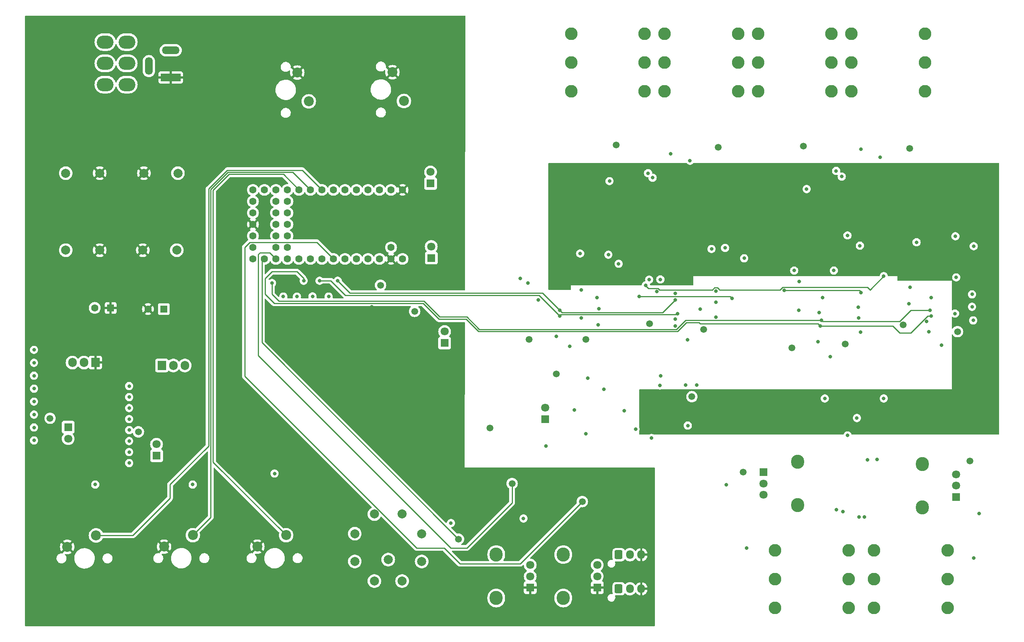
<source format=gbr>
%TF.GenerationSoftware,KiCad,Pcbnew,7.0.8*%
%TF.CreationDate,2024-02-21T10:41:43-05:00*%
%TF.ProjectId,Quad Joystick Mixer,51756164-204a-46f7-9973-7469636b204d,rev?*%
%TF.SameCoordinates,Original*%
%TF.FileFunction,Copper,L4,Bot*%
%TF.FilePolarity,Positive*%
%FSLAX46Y46*%
G04 Gerber Fmt 4.6, Leading zero omitted, Abs format (unit mm)*
G04 Created by KiCad (PCBNEW 7.0.8) date 2024-02-21 10:41:43*
%MOMM*%
%LPD*%
G01*
G04 APERTURE LIST*
G04 Aperture macros list*
%AMRoundRect*
0 Rectangle with rounded corners*
0 $1 Rounding radius*
0 $2 $3 $4 $5 $6 $7 $8 $9 X,Y pos of 4 corners*
0 Add a 4 corners polygon primitive as box body*
4,1,4,$2,$3,$4,$5,$6,$7,$8,$9,$2,$3,0*
0 Add four circle primitives for the rounded corners*
1,1,$1+$1,$2,$3*
1,1,$1+$1,$4,$5*
1,1,$1+$1,$6,$7*
1,1,$1+$1,$8,$9*
0 Add four rect primitives between the rounded corners*
20,1,$1+$1,$2,$3,$4,$5,0*
20,1,$1+$1,$4,$5,$6,$7,0*
20,1,$1+$1,$6,$7,$8,$9,0*
20,1,$1+$1,$8,$9,$2,$3,0*%
G04 Aperture macros list end*
%TA.AperFunction,ComponentPad*%
%ADD10C,1.500000*%
%TD*%
%TA.AperFunction,ComponentPad*%
%ADD11C,2.800000*%
%TD*%
%TA.AperFunction,ComponentPad*%
%ADD12C,2.000000*%
%TD*%
%TA.AperFunction,ComponentPad*%
%ADD13R,1.800000X1.800000*%
%TD*%
%TA.AperFunction,ComponentPad*%
%ADD14C,1.800000*%
%TD*%
%TA.AperFunction,ComponentPad*%
%ADD15R,4.400000X1.700000*%
%TD*%
%TA.AperFunction,ComponentPad*%
%ADD16O,3.900000X1.700000*%
%TD*%
%TA.AperFunction,ComponentPad*%
%ADD17O,1.700000X3.900000*%
%TD*%
%TA.AperFunction,ComponentPad*%
%ADD18C,2.200000*%
%TD*%
%TA.AperFunction,ComponentPad*%
%ADD19O,2.900000X3.100000*%
%TD*%
%TA.AperFunction,ComponentPad*%
%ADD20R,1.905000X2.000000*%
%TD*%
%TA.AperFunction,ComponentPad*%
%ADD21O,1.905000X2.000000*%
%TD*%
%TA.AperFunction,ComponentPad*%
%ADD22RoundRect,0.250000X-0.600000X-0.725000X0.600000X-0.725000X0.600000X0.725000X-0.600000X0.725000X0*%
%TD*%
%TA.AperFunction,ComponentPad*%
%ADD23O,1.700000X1.950000*%
%TD*%
%TA.AperFunction,ComponentPad*%
%ADD24O,3.700000X2.900000*%
%TD*%
%TA.AperFunction,ComponentPad*%
%ADD25R,1.600000X1.600000*%
%TD*%
%TA.AperFunction,ComponentPad*%
%ADD26C,1.600000*%
%TD*%
%TA.AperFunction,ViaPad*%
%ADD27C,0.800000*%
%TD*%
%TA.AperFunction,ViaPad*%
%ADD28C,1.500000*%
%TD*%
%TA.AperFunction,Conductor*%
%ADD29C,0.250000*%
%TD*%
%TA.AperFunction,Conductor*%
%ADD30C,0.254000*%
%TD*%
G04 APERTURE END LIST*
D10*
%TO.P,TP16,1,1*%
%TO.N,Net-(J4-PadT)*%
X161988750Y-58011250D03*
%TD*%
%TO.P,TP19,1,1*%
%TO.N,Net-(J6-PadT)*%
X203238750Y-58261250D03*
%TD*%
D11*
%TO.P,J4,R*%
%TO.N,unconnected-(J4-PadR)*%
X152013750Y-39859850D03*
%TO.P,J4,RN*%
%TO.N,unconnected-(J4-PadRN)*%
X168243750Y-39859850D03*
%TO.P,J4,S*%
%TO.N,GND*%
X152013750Y-33509850D03*
%TO.P,J4,SN*%
X168243750Y-33509850D03*
%TO.P,J4,T*%
%TO.N,Net-(J4-PadT)*%
X152013750Y-46209850D03*
%TO.P,J4,TN*%
X168243750Y-46209850D03*
%TD*%
D12*
%TO.P,C3,1*%
%TO.N,Net-(C3-Pad1)*%
X65238750Y-64261250D03*
%TO.P,C3,2*%
%TO.N,Earth*%
X57738750Y-64261250D03*
%TD*%
D13*
%TO.P,D11,1,K*%
%TO.N,Net-(D11-K)*%
X146268750Y-118589850D03*
D14*
%TO.P,D11,2,A*%
%TO.N,VCC*%
X146268750Y-116049850D03*
%TD*%
D11*
%TO.P,J3,R*%
%TO.N,unconnected-(J3-PadR)*%
X235103750Y-153912650D03*
%TO.P,J3,RN*%
%TO.N,unconnected-(J3-PadRN)*%
X218873750Y-153912650D03*
%TO.P,J3,S*%
%TO.N,GND*%
X235103750Y-160262650D03*
%TO.P,J3,SN*%
X218873750Y-160262650D03*
%TO.P,J3,T*%
%TO.N,Net-(C28-Pad1)*%
X235103750Y-147562650D03*
%TO.P,J3,TN*%
X218873750Y-147562650D03*
%TD*%
D13*
%TO.P,D7,1,K*%
%TO.N,Net-(D7-K)*%
X60528750Y-126646250D03*
D14*
%TO.P,D7,2,A*%
%TO.N,+12V*%
X60528750Y-124106250D03*
%TD*%
D15*
%TO.P,J1,1*%
%TO.N,Earth*%
X63638750Y-43122650D03*
D16*
%TO.P,J1,2*%
%TO.N,Net-(SW1A-B)*%
X63638750Y-37122650D03*
D17*
%TO.P,J1,3*%
%TO.N,unconnected-(J1-Pad3)*%
X58838750Y-40622650D03*
%TD*%
D13*
%TO.P,D21,1,K*%
%TO.N,Net-(D21-K)*%
X121151250Y-82986250D03*
D14*
%TO.P,D21,2,A*%
%TO.N,+3.3V*%
X121151250Y-80446250D03*
%TD*%
D18*
%TO.P,SW6,1,A*%
%TO.N,/Teensy/POWER*%
X115108750Y-48331250D03*
%TO.P,SW6,2,B*%
%TO.N,Earth*%
X112568750Y-41981250D03*
%TD*%
D11*
%TO.P,J5,R*%
%TO.N,unconnected-(J5-PadR)*%
X172633750Y-39859850D03*
%TO.P,J5,RN*%
%TO.N,unconnected-(J5-PadRN)*%
X188863750Y-39859850D03*
%TO.P,J5,S*%
%TO.N,GND*%
X172633750Y-33509850D03*
%TO.P,J5,SN*%
X188863750Y-33509850D03*
%TO.P,J5,T*%
%TO.N,Net-(J5-PadT)*%
X172633750Y-46209850D03*
%TO.P,J5,TN*%
X188863750Y-46209850D03*
%TD*%
D19*
%TO.P,RV2,*%
%TO.N,*%
X229488750Y-138061250D03*
X229488750Y-128461250D03*
D13*
%TO.P,RV2,1,1*%
%TO.N,Net-(R17-Pad2)*%
X236988750Y-135761250D03*
D14*
%TO.P,RV2,2,2*%
%TO.N,/Audio Input/Channel2_Input*%
X236988750Y-133261250D03*
%TO.P,RV2,3,3*%
X236988750Y-130761250D03*
%TD*%
D20*
%TO.P,U1,1,ADJ*%
%TO.N,Net-(D3-A)*%
X61698750Y-106706250D03*
D21*
%TO.P,U1,2,VO*%
%TO.N,+12V*%
X64238750Y-106706250D03*
%TO.P,U1,3,VI*%
%TO.N,Net-(D1-K)*%
X66778750Y-106706250D03*
%TD*%
D18*
%TO.P,SW3,1,A*%
%TO.N,/Teensy/Button_1*%
X47178750Y-144221250D03*
%TO.P,SW3,2,B*%
%TO.N,Earth*%
X40828750Y-146761250D03*
%TD*%
D10*
%TO.P,TP13,1,1*%
%TO.N,Net-(U16A-+)*%
X200763750Y-102836250D03*
%TD*%
D20*
%TO.P,U2,1,GND*%
%TO.N,Earth*%
X47028750Y-106066250D03*
D21*
%TO.P,U2,2,IN*%
%TO.N,Net-(D5-A)*%
X44488750Y-106066250D03*
%TO.P,U2,3,OUT*%
%TO.N,-12V*%
X41948750Y-106066250D03*
%TD*%
D18*
%TO.P,SW4,1,A*%
%TO.N,/Teensy/Button_2*%
X68528750Y-144181250D03*
%TO.P,SW4,2,B*%
%TO.N,Earth*%
X62178750Y-146721250D03*
%TD*%
D11*
%TO.P,J6,R*%
%TO.N,unconnected-(J6-PadR)*%
X193253750Y-39859850D03*
%TO.P,J6,RN*%
%TO.N,unconnected-(J6-PadRN)*%
X209483750Y-39859850D03*
%TO.P,J6,S*%
%TO.N,GND*%
X193253750Y-33509850D03*
%TO.P,J6,SN*%
X209483750Y-33509850D03*
%TO.P,J6,T*%
%TO.N,Net-(J6-PadT)*%
X193253750Y-46209850D03*
%TO.P,J6,TN*%
X209483750Y-46209850D03*
%TD*%
D12*
%TO.P,C4,1*%
%TO.N,Net-(C3-Pad1)*%
X64988750Y-81261250D03*
%TO.P,C4,2*%
%TO.N,Earth*%
X57488750Y-81261250D03*
%TD*%
D22*
%TO.P,J9,1,Pin_1*%
%TO.N,+3.3V*%
X162500000Y-148475000D03*
D23*
%TO.P,J9,2,Pin_2*%
%TO.N,Net-(J9-Pin_2)*%
X165000000Y-148475000D03*
%TO.P,J9,3,Pin_3*%
%TO.N,Earth*%
X167500000Y-148475000D03*
%TD*%
D12*
%TO.P,SW2,1,1*%
%TO.N,Net-(R62-Pad1)*%
X119049750Y-149973650D03*
%TO.P,SW2,2,2*%
%TO.N,Net-(R63-Pad1)*%
X114719750Y-154303650D03*
%TO.P,SW2,3,3*%
%TO.N,Net-(R73-Pad1)*%
X108597750Y-154303650D03*
%TO.P,SW2,4,4*%
%TO.N,Net-(R74-Pad1)*%
X104267750Y-149973650D03*
%TO.P,SW2,5,5*%
%TO.N,Net-(R75-Pad1)*%
X104267750Y-143851650D03*
%TO.P,SW2,6,6*%
%TO.N,Net-(R76-Pad1)*%
X108597750Y-139521650D03*
%TO.P,SW2,7,7*%
%TO.N,Net-(R77-Pad1)*%
X114719750Y-139521650D03*
%TO.P,SW2,8,8*%
%TO.N,unconnected-(SW2-Pad8)*%
X119049750Y-143851650D03*
%TO.P,SW2,9,9*%
%TO.N,/Teensy/Channel Selection*%
X111658750Y-149562650D03*
%TD*%
D10*
%TO.P,TP5,1,1*%
%TO.N,VCC*%
X148768750Y-108589850D03*
%TD*%
D13*
%TO.P,D8,1,K*%
%TO.N,Net-(D8-K)*%
X124098750Y-101761250D03*
D14*
%TO.P,D8,2,A*%
%TO.N,+5V*%
X124098750Y-99221250D03*
%TD*%
D10*
%TO.P,TP3,1,1*%
%TO.N,-12V*%
X37028750Y-118371250D03*
%TD*%
D19*
%TO.P,RV1,*%
%TO.N,*%
X201988750Y-127961250D03*
X201988750Y-137561250D03*
D13*
%TO.P,RV1,1,1*%
%TO.N,Net-(R16-Pad2)*%
X194488750Y-130261250D03*
D14*
%TO.P,RV1,2,2*%
%TO.N,/Audio Input/Channel1_Input*%
X194488750Y-132761250D03*
%TO.P,RV1,3,3*%
X194488750Y-135261250D03*
%TD*%
D10*
%TO.P,TP18,1,1*%
%TO.N,Net-(J7-PadT)*%
X226738750Y-58761250D03*
%TD*%
D19*
%TO.P,RV4,*%
%TO.N,*%
X150288750Y-158061250D03*
X150288750Y-148461250D03*
D13*
%TO.P,RV4,1,1*%
%TO.N,Earth*%
X157788750Y-155761250D03*
D14*
%TO.P,RV4,2,2*%
%TO.N,Net-(J9-Pin_2)*%
X157788750Y-153261250D03*
%TO.P,RV4,3,3*%
%TO.N,+3.3V*%
X157788750Y-150761250D03*
%TD*%
D10*
%TO.P,TP21,1,1*%
%TO.N,/Teensy/CD_Control*%
X154488750Y-136761250D03*
%TD*%
%TO.P,TP1,1,1*%
%TO.N,+3.3V*%
X109960057Y-88984230D03*
%TD*%
D18*
%TO.P,SW7,1,A*%
%TO.N,/Teensy/PROGRAM*%
X94108750Y-48411250D03*
%TO.P,SW7,2,B*%
%TO.N,Earth*%
X91568750Y-42061250D03*
%TD*%
D10*
%TO.P,TP6,1,1*%
%TO.N,/Audio Input/Channel1_Input*%
X189988750Y-130261250D03*
%TD*%
%TO.P,TP9,1,1*%
%TO.N,Net-(U13-W0)*%
X225288750Y-97741250D03*
%TD*%
%TO.P,TP17,1,1*%
%TO.N,Net-(J5-PadT)*%
X184488750Y-58511250D03*
%TD*%
%TO.P,TP2,1,1*%
%TO.N,+12V*%
X56528750Y-121371250D03*
%TD*%
D24*
%TO.P,SW1,1,A*%
%TO.N,Net-(D2-A)*%
X53988750Y-44711250D03*
%TO.P,SW1,2,B*%
%TO.N,Net-(SW1A-B)*%
X53988750Y-40011250D03*
%TO.P,SW1,3,C*%
%TO.N,unconnected-(SW1A-C-Pad3)*%
X53988750Y-35311250D03*
%TO.P,SW1,4,A*%
%TO.N,Net-(D2-A)*%
X49188750Y-44711250D03*
%TO.P,SW1,5,B*%
%TO.N,Net-(SW1A-B)*%
X49188750Y-40011250D03*
%TO.P,SW1,6,C*%
%TO.N,unconnected-(SW1B-C-Pad6)*%
X49188750Y-35311250D03*
%TD*%
D10*
%TO.P,TP22,1,1*%
%TO.N,/Teensy/Channel Selection*%
X127158750Y-145062650D03*
%TD*%
D25*
%TO.P,C14,1*%
%TO.N,Earth*%
X50391401Y-94011250D03*
D26*
%TO.P,C14,2*%
%TO.N,Net-(D5-A)*%
X46891401Y-94011250D03*
%TD*%
D22*
%TO.P,J8,1,Pin_1*%
%TO.N,+3.3V*%
X162500000Y-156000000D03*
D23*
%TO.P,J8,2,Pin_2*%
%TO.N,Net-(J8-Pin_2)*%
X165000000Y-156000000D03*
%TO.P,J8,3,Pin_3*%
%TO.N,Earth*%
X167500000Y-156000000D03*
%TD*%
D10*
%TO.P,TP14,1,1*%
%TO.N,Net-(U10B-+)*%
X155251250Y-100971250D03*
%TD*%
D12*
%TO.P,C12,1*%
%TO.N,Earth*%
X47988750Y-64261250D03*
%TO.P,C12,2*%
%TO.N,Net-(C12-Pad2)*%
X40488750Y-64261250D03*
%TD*%
D10*
%TO.P,TP4,1,1*%
%TO.N,+5V*%
X117488750Y-94761250D03*
%TD*%
D19*
%TO.P,RV3,*%
%TO.N,*%
X135488750Y-158061250D03*
X135488750Y-148461250D03*
D13*
%TO.P,RV3,1,1*%
%TO.N,Earth*%
X142988750Y-155761250D03*
D14*
%TO.P,RV3,2,2*%
%TO.N,Net-(J8-Pin_2)*%
X142988750Y-153261250D03*
%TO.P,RV3,3,3*%
%TO.N,+3.3V*%
X142988750Y-150761250D03*
%TD*%
D10*
%TO.P,TP7,1,1*%
%TO.N,/Audio Input/Channel2_Input*%
X239988750Y-127761250D03*
%TD*%
%TO.P,TP15,1,1*%
%TO.N,Net-(U16B-+)*%
X212488750Y-102011250D03*
%TD*%
D18*
%TO.P,SW5,1,A*%
%TO.N,/Teensy/Button_3*%
X89108750Y-144181250D03*
%TO.P,SW5,2,B*%
%TO.N,Earth*%
X82758750Y-146721250D03*
%TD*%
D10*
%TO.P,TP23,1,1*%
%TO.N,VDD*%
X178668750Y-113589850D03*
%TD*%
D11*
%TO.P,J7,R*%
%TO.N,unconnected-(J7-PadR)*%
X213873750Y-39859850D03*
%TO.P,J7,RN*%
%TO.N,unconnected-(J7-PadRN)*%
X230103750Y-39859850D03*
%TO.P,J7,S*%
%TO.N,GND*%
X213873750Y-33509850D03*
%TO.P,J7,SN*%
X230103750Y-33509850D03*
%TO.P,J7,T*%
%TO.N,Net-(J7-PadT)*%
X213873750Y-46209850D03*
%TO.P,J7,TN*%
X230103750Y-46209850D03*
%TD*%
D10*
%TO.P,TP12,1,1*%
%TO.N,Net-(U10A-+)*%
X142751250Y-100971250D03*
%TD*%
D13*
%TO.P,D9,1,K*%
%TO.N,-12V*%
X41028750Y-120331250D03*
D14*
%TO.P,D9,2,A*%
%TO.N,Net-(D9-A)*%
X41028750Y-122871250D03*
%TD*%
D11*
%TO.P,J2,R*%
%TO.N,unconnected-(J2-PadR)*%
X213238750Y-153912650D03*
%TO.P,J2,RN*%
%TO.N,unconnected-(J2-PadRN)*%
X197008750Y-153912650D03*
%TO.P,J2,S*%
%TO.N,GND*%
X213238750Y-160262650D03*
%TO.P,J2,SN*%
X197008750Y-160262650D03*
%TO.P,J2,T*%
%TO.N,Net-(C24-Pad1)*%
X213238750Y-147562650D03*
%TO.P,J2,TN*%
X197008750Y-147562650D03*
%TD*%
D12*
%TO.P,C13,1*%
%TO.N,Earth*%
X47988750Y-81261250D03*
%TO.P,C13,2*%
%TO.N,Net-(C12-Pad2)*%
X40488750Y-81261250D03*
%TD*%
D10*
%TO.P,TP10,1,1*%
%TO.N,Net-(U6B-+)*%
X181288750Y-98741250D03*
%TD*%
%TO.P,TP11,1,1*%
%TO.N,Net-(U13-W1)*%
X237288750Y-99241250D03*
%TD*%
%TO.P,TP8,1,1*%
%TO.N,Net-(U6A-+)*%
X169288750Y-97511250D03*
%TD*%
D26*
%TO.P,U20,1,GND*%
%TO.N,Earth*%
X114813750Y-67942650D03*
%TO.P,U20,2,0_RX1_CRX2_CS1*%
%TO.N,unconnected-(U20-0_RX1_CRX2_CS1-Pad2)*%
X112273750Y-67942650D03*
%TO.P,U20,3,1_TX1_CTX2_MISO1*%
%TO.N,unconnected-(U20-1_TX1_CTX2_MISO1-Pad3)*%
X109733750Y-67942650D03*
%TO.P,U20,4,2_OUT2*%
%TO.N,/Teensy/LED_1*%
X107193750Y-67942650D03*
%TO.P,U20,5,3_LRCLK2*%
%TO.N,/Teensy/LED_2*%
X104653750Y-67942650D03*
%TO.P,U20,6,4_BCLK2*%
%TO.N,unconnected-(U20-4_BCLK2-Pad6)*%
X102113750Y-67942650D03*
%TO.P,U20,7,5_IN2*%
%TO.N,unconnected-(U20-5_IN2-Pad7)*%
X99573750Y-67942650D03*
%TO.P,U20,8,6_OUT1D*%
%TO.N,/Teensy/Button_1*%
X97033750Y-67942650D03*
%TO.P,U20,9,7_RX2_OUT1A*%
%TO.N,/Teensy/Button_2*%
X94493750Y-67942650D03*
%TO.P,U20,10,8_TX2_IN1*%
%TO.N,/Teensy/Button_3*%
X91953750Y-67942650D03*
%TO.P,U20,11,9_OUT1C*%
%TO.N,unconnected-(U20-9_OUT1C-Pad11)*%
X89413750Y-67942650D03*
%TO.P,U20,12,10_CS_MQSR*%
%TO.N,unconnected-(U20-10_CS_MQSR-Pad12)*%
X86873750Y-67942650D03*
%TO.P,U20,13,11_MOSI_CTX1*%
%TO.N,unconnected-(U20-11_MOSI_CTX1-Pad13)*%
X84333750Y-67942650D03*
%TO.P,U20,14,12_MISO_MQSL*%
%TO.N,unconnected-(U20-12_MISO_MQSL-Pad14)*%
X81793750Y-67942650D03*
%TO.P,U20,15,VBAT*%
%TO.N,unconnected-(U20-VBAT-Pad15)*%
X81793750Y-70482650D03*
%TO.P,U20,16,3V3*%
%TO.N,+3.3V*%
X81793750Y-73022650D03*
%TO.P,U20,17,GND*%
%TO.N,Earth*%
X81793750Y-75562650D03*
%TO.P,U20,18,PROGRAM*%
%TO.N,/Teensy/PROGRAM*%
X81793750Y-78102650D03*
%TO.P,U20,19,ON_OFF*%
%TO.N,/Teensy/POWER*%
X81793750Y-80642650D03*
%TO.P,U20,20,13_SCK_CRX1_LED*%
%TO.N,unconnected-(U20-13_SCK_CRX1_LED-Pad20)*%
X81793750Y-83182650D03*
%TO.P,U20,21,14_A0_TX3_SPDIF_OUT*%
%TO.N,/Teensy/Channel Selection*%
X84333750Y-83182650D03*
%TO.P,U20,22,15_A1_RX3_SPDIF_IN*%
%TO.N,/Teensy/AB_Control*%
X86873750Y-83182650D03*
%TO.P,U20,23,16_A2_RX4_SCL1*%
%TO.N,/SCL1*%
X89413750Y-83182650D03*
%TO.P,U20,24,17_A3_TX4_SDA1*%
%TO.N,/SDA1*%
X91953750Y-83182650D03*
%TO.P,U20,25,18_A4_SDA0*%
%TO.N,/SDA0*%
X94493750Y-83182650D03*
%TO.P,U20,26,19_A5_SCL0*%
%TO.N,/SCL0*%
X97033750Y-83182650D03*
%TO.P,U20,27,20_A6_TX5_LRCLK1*%
%TO.N,/Teensy/CD_Control*%
X99573750Y-83182650D03*
%TO.P,U20,28,21_A7_RX5_BCLK1*%
%TO.N,unconnected-(U20-21_A7_RX5_BCLK1-Pad28)*%
X102113750Y-83182650D03*
%TO.P,U20,29,22_A8_CTX1*%
%TO.N,unconnected-(U20-22_A8_CTX1-Pad29)*%
X104653750Y-83182650D03*
%TO.P,U20,30,23_A9_CRX1_MCLK1*%
%TO.N,unconnected-(U20-23_A9_CRX1_MCLK1-Pad30)*%
X107193750Y-83182650D03*
%TO.P,U20,31,3V3*%
%TO.N,+3.3V*%
X109733750Y-83182650D03*
%TO.P,U20,32,GND*%
%TO.N,Earth*%
X112273750Y-83182650D03*
%TO.P,U20,33,VIN*%
%TO.N,+5V*%
X114813750Y-83182650D03*
%TO.P,U20,34,VUSB*%
%TO.N,unconnected-(U20-VUSB-Pad34)*%
X112273750Y-80642650D03*
%TO.P,U20,35,24_A10_TX6_SCL2*%
%TO.N,unconnected-(U20-24_A10_TX6_SCL2-Pad35)*%
X86873750Y-80642650D03*
%TO.P,U20,36,25_A11_RX6_SDA2*%
%TO.N,unconnected-(U20-25_A11_RX6_SDA2-Pad36)*%
X89413750Y-80642650D03*
%TO.P,U20,37,26_A12_MOSI1*%
%TO.N,unconnected-(U20-26_A12_MOSI1-Pad37)*%
X86873750Y-78102650D03*
%TO.P,U20,38,27_A13_SCK1*%
%TO.N,unconnected-(U20-27_A13_SCK1-Pad38)*%
X89413750Y-78102650D03*
%TO.P,U20,39,28_RX7*%
%TO.N,unconnected-(U20-28_RX7-Pad39)*%
X86873750Y-75562650D03*
%TO.P,U20,40,29_TX7*%
%TO.N,unconnected-(U20-29_TX7-Pad40)*%
X89413750Y-75562650D03*
%TO.P,U20,41,30_CRX3*%
%TO.N,unconnected-(U20-30_CRX3-Pad41)*%
X86873750Y-73022650D03*
%TO.P,U20,42,31_CTX3*%
%TO.N,unconnected-(U20-31_CTX3-Pad42)*%
X89413750Y-73022650D03*
%TO.P,U20,43,32_OUT1B*%
%TO.N,unconnected-(U20-32_OUT1B-Pad43)*%
X86873750Y-70482650D03*
%TO.P,U20,44,33_MCLK2*%
%TO.N,unconnected-(U20-33_MCLK2-Pad44)*%
X89413750Y-70482650D03*
%TD*%
D10*
%TO.P,TP20,1,1*%
%TO.N,/Teensy/AB_Control*%
X138988750Y-132761250D03*
%TD*%
D13*
%TO.P,D20,1,K*%
%TO.N,Net-(D20-K)*%
X120988750Y-66536250D03*
D14*
%TO.P,D20,2,A*%
%TO.N,+3.3V*%
X120988750Y-63996250D03*
%TD*%
D25*
%TO.P,C5,1*%
%TO.N,Net-(D1-K)*%
X62141401Y-94261250D03*
D26*
%TO.P,C5,2*%
%TO.N,Earth*%
X58641401Y-94261250D03*
%TD*%
D27*
%TO.N,Earth*%
X103767750Y-139232250D03*
X74290150Y-78062650D03*
X114172557Y-87945057D03*
X102238750Y-156511250D03*
X49238750Y-120761250D03*
X107488750Y-99261250D03*
X147000000Y-131500000D03*
X124436250Y-72759850D03*
X77988750Y-137261250D03*
X98488750Y-147511250D03*
X141238750Y-142261250D03*
X64488750Y-114261250D03*
X80488750Y-134261250D03*
X58778750Y-137221250D03*
X126988750Y-105261250D03*
X123238750Y-149761250D03*
X49238750Y-103011250D03*
X120598750Y-89459850D03*
X37738750Y-103011250D03*
X118488750Y-107761250D03*
X107513750Y-96286250D03*
X144788750Y-130711250D03*
X123276250Y-89137350D03*
X78488750Y-85261250D03*
X112988750Y-158261250D03*
X37488750Y-100511250D03*
X118738750Y-158511250D03*
X38528750Y-134221250D03*
X87488750Y-57761250D03*
X54738750Y-94511250D03*
X121398350Y-137851650D03*
X121988750Y-72957350D03*
X104488750Y-57511250D03*
X121767750Y-155982250D03*
X146738750Y-141011250D03*
X50238750Y-116011250D03*
X61488750Y-99261250D03*
X76499230Y-75021730D03*
X107988750Y-93761250D03*
X113488750Y-106323750D03*
D28*
X124250000Y-120500000D03*
D27*
X111988750Y-112761250D03*
X36988750Y-137261250D03*
X111997557Y-88002443D03*
X64488750Y-102261250D03*
X155988750Y-147511250D03*
X141488750Y-147511250D03*
X68988750Y-119761250D03*
X67098750Y-124871250D03*
X60738750Y-134261250D03*
X156238750Y-142761250D03*
X153738750Y-133011250D03*
%TO.N,+12V*%
X54488750Y-123404105D03*
X159217350Y-111989850D03*
X174000000Y-60000000D03*
X183000000Y-81000000D03*
X154000000Y-82000000D03*
X54488750Y-116118392D03*
X171604850Y-111127350D03*
X213000000Y-78000000D03*
X54488750Y-118546963D03*
X54488750Y-111261250D03*
X54488750Y-128261250D03*
X54488750Y-125832676D03*
X216000000Y-59000000D03*
X54488750Y-120975534D03*
X54488750Y-113689821D03*
X236813750Y-78186250D03*
X219501250Y-127501250D03*
%TO.N,-12V*%
X33488750Y-103261250D03*
X141500000Y-140500000D03*
X33488750Y-120404102D03*
X33488750Y-114689818D03*
X33488750Y-108975534D03*
X174000000Y-87800000D03*
X206091250Y-86108750D03*
X33488750Y-106118392D03*
X168000000Y-121000000D03*
X33488750Y-111832676D03*
X226800000Y-87200000D03*
X206238750Y-67761250D03*
X148000000Y-89200000D03*
X33488750Y-117546960D03*
X33488750Y-123261250D03*
X212000000Y-139000000D03*
X164400000Y-68000000D03*
%TO.N,GND*%
X240738750Y-96761250D03*
X152738750Y-116511250D03*
X215523750Y-140161250D03*
X215913750Y-99336250D03*
X216723750Y-140161250D03*
X168988750Y-64261250D03*
X211738750Y-65011250D03*
X171701250Y-87723750D03*
X240488750Y-93761250D03*
X190723750Y-147061250D03*
X160488750Y-66011250D03*
X157738750Y-91761250D03*
X190198750Y-83051250D03*
X209988750Y-85761250D03*
X236988750Y-87261250D03*
X183968750Y-96011250D03*
X210488750Y-63761250D03*
X170890163Y-90385243D03*
X213023750Y-122161250D03*
X169768750Y-122731250D03*
X215413750Y-93836250D03*
X140750000Y-87471250D03*
X230488750Y-97011250D03*
X186223750Y-133061250D03*
X163768750Y-116731250D03*
X220238750Y-60761250D03*
X215738750Y-80261250D03*
X226543750Y-93066250D03*
X171738750Y-109011250D03*
X142500000Y-88500000D03*
X158123750Y-94146250D03*
X242023750Y-139411250D03*
X215073750Y-118311250D03*
X203988750Y-67761250D03*
X169988750Y-65261250D03*
X183968750Y-90281250D03*
X202316250Y-88183750D03*
X169238750Y-87761250D03*
X210523750Y-138561250D03*
X240873750Y-149261250D03*
D28*
X134100000Y-120500000D03*
D27*
X174988750Y-96511250D03*
X240853750Y-80376250D03*
X162488750Y-84261250D03*
X144738750Y-92261250D03*
X178238750Y-61511250D03*
X240488750Y-91011250D03*
X228238750Y-79511250D03*
X177768750Y-119981250D03*
X160238750Y-82261250D03*
X226836250Y-89413750D03*
X215488750Y-96261250D03*
X202238750Y-94511250D03*
X146488750Y-124511250D03*
X201238750Y-85761250D03*
X157988750Y-97761250D03*
X183988750Y-92761250D03*
X155238750Y-121761250D03*
X185988750Y-80761250D03*
X166238750Y-120761250D03*
X155717350Y-109489850D03*
X217426250Y-127563750D03*
%TO.N,/Audio Input/Channel1_Input*%
X167000000Y-91500000D03*
X187500000Y-91861750D03*
%TO.N,/Audio Input/Channel2_Input*%
X199000000Y-90154750D03*
X216000000Y-90646250D03*
%TO.N,VCC*%
X154226250Y-96191750D03*
X180488750Y-94261250D03*
X206738750Y-95011250D03*
X236726250Y-95248750D03*
%TO.N,+3.3V*%
X88500000Y-91500000D03*
X86568750Y-130568750D03*
X125500000Y-141500000D03*
X154250000Y-90000000D03*
X175000000Y-90775500D03*
X231488750Y-91761250D03*
X94960057Y-91460057D03*
X68500000Y-133000000D03*
X91500000Y-91500000D03*
X47000000Y-133000000D03*
X207488750Y-91761250D03*
X98500000Y-91500000D03*
%TO.N,/Audio Output/A*%
X221000000Y-87000000D03*
X168500000Y-89000000D03*
%TO.N,VDD*%
X179738750Y-111011250D03*
X233738750Y-102261250D03*
X209238750Y-104761250D03*
X174988750Y-98011250D03*
X177238750Y-111011250D03*
X230988750Y-99261250D03*
X151738750Y-102511250D03*
X148725036Y-100247536D03*
X177738750Y-101011250D03*
X206488750Y-101511250D03*
X221000000Y-114000000D03*
X208000000Y-114000000D03*
%TO.N,/SCL0*%
X100500000Y-88000000D03*
X174988750Y-92261250D03*
X149488750Y-94511250D03*
%TO.N,/SDA0*%
X149488750Y-95761250D03*
X175488750Y-95261250D03*
X96500000Y-88000000D03*
%TO.N,/SDA1*%
X93000000Y-88000000D03*
X206988750Y-98011250D03*
X231488750Y-95761250D03*
%TO.N,/SCL1*%
X207238750Y-96761250D03*
X86000000Y-88500000D03*
X231238750Y-94511250D03*
%TD*%
D29*
%TO.N,/Audio Input/Channel1_Input*%
X187500000Y-91861750D02*
X187138250Y-91500000D01*
X187138250Y-91500000D02*
X167000000Y-91500000D01*
%TO.N,/Audio Input/Channel2_Input*%
X216000000Y-90500000D02*
X216000000Y-90646250D01*
X215654750Y-90154750D02*
X216000000Y-90500000D01*
X199000000Y-90154750D02*
X215654750Y-90154750D01*
%TO.N,/Audio Output/A*%
X218000000Y-90000000D02*
X217429750Y-89429750D01*
X221000000Y-87000000D02*
X218000000Y-90000000D01*
X168500000Y-89100000D02*
X168500000Y-89000000D01*
X198129445Y-90000000D02*
X184693750Y-90000000D01*
X184693750Y-89980945D02*
X184269055Y-89556250D01*
X183668445Y-89556250D02*
X183224695Y-90000000D01*
X171530225Y-90000000D02*
X171190468Y-89660243D01*
X184693750Y-90000000D02*
X184693750Y-89980945D01*
X217429750Y-89429750D02*
X198699695Y-89429750D01*
X198699695Y-89429750D02*
X198129445Y-90000000D01*
X183224695Y-90000000D02*
X171530225Y-90000000D01*
X171190468Y-89660243D02*
X169060243Y-89660243D01*
X169060243Y-89660243D02*
X168500000Y-89100000D01*
X184269055Y-89556250D02*
X183668445Y-89556250D01*
%TO.N,/Teensy/Channel Selection*%
X83771621Y-101675521D02*
X83771621Y-83744779D01*
X127158750Y-145062650D02*
X83771621Y-101675521D01*
X83771621Y-83744779D02*
X84333750Y-83182650D01*
%TO.N,/Teensy/Button_1*%
X55278750Y-144221250D02*
X47178750Y-144221250D01*
X72000000Y-67727208D02*
X72000000Y-124500000D01*
X63500000Y-136000000D02*
X55278750Y-144221250D01*
X97033750Y-67942650D02*
X92691100Y-63600000D01*
X76127208Y-63600000D02*
X72000000Y-67727208D01*
X92691100Y-63600000D02*
X76127208Y-63600000D01*
X72000000Y-124500000D02*
X63500000Y-133000000D01*
X63500000Y-133000000D02*
X63500000Y-136000000D01*
%TO.N,/Teensy/Button_2*%
X76313604Y-64050000D02*
X72500000Y-67863604D01*
X72500000Y-67863604D02*
X72500000Y-140210000D01*
X90601100Y-64050000D02*
X76313604Y-64050000D01*
X94493750Y-67942650D02*
X90601100Y-64050000D01*
X72500000Y-140210000D02*
X68528750Y-144181250D01*
%TO.N,/Teensy/Button_3*%
X88511100Y-64500000D02*
X91953750Y-67942650D01*
X73000000Y-128072500D02*
X73000000Y-68000000D01*
X73000000Y-68000000D02*
X76500000Y-64500000D01*
X76500000Y-64500000D02*
X88511100Y-64500000D01*
X89108750Y-144181250D02*
X73000000Y-128072500D01*
%TO.N,/Teensy/AB_Control*%
X83400000Y-81800000D02*
X85491100Y-81800000D01*
X125500000Y-147000000D02*
X83000000Y-104500000D01*
X83000000Y-104500000D02*
X83000000Y-82200000D01*
X129000000Y-147000000D02*
X125500000Y-147000000D01*
X83000000Y-82200000D02*
X83400000Y-81800000D01*
X85491100Y-81800000D02*
X86873750Y-83182650D01*
X138988750Y-137011250D02*
X129000000Y-147000000D01*
X138988750Y-132761250D02*
X138988750Y-137011250D01*
%TO.N,/Teensy/CD_Control*%
X154488750Y-136761250D02*
X140750000Y-150500000D01*
X80000000Y-80600000D02*
X81100000Y-79500000D01*
X81100000Y-79500000D02*
X95891100Y-79500000D01*
X117949934Y-147000000D02*
X80000000Y-109050066D01*
X95891100Y-79500000D02*
X99573750Y-83182650D01*
X80000000Y-109050066D02*
X80000000Y-80600000D01*
X127500000Y-150500000D02*
X124000000Y-147000000D01*
X124000000Y-147000000D02*
X117949934Y-147000000D01*
X140750000Y-150500000D02*
X127500000Y-150500000D01*
D30*
%TO.N,/SCL0*%
X174988750Y-92261250D02*
X172238750Y-95011250D01*
X103238250Y-90738250D02*
X100500000Y-88000000D01*
X172238750Y-95011250D02*
X149988750Y-95011250D01*
X149488750Y-94511250D02*
X145715750Y-90738250D01*
X145715750Y-90738250D02*
X103238250Y-90738250D01*
X149988750Y-95011250D02*
X149488750Y-94511250D01*
%TO.N,/SDA0*%
X149488750Y-95761250D02*
X144919750Y-91192250D01*
X175284750Y-95465250D02*
X149784750Y-95465250D01*
X149784750Y-95465250D02*
X149488750Y-95761250D01*
X102192250Y-91192250D02*
X99000000Y-88000000D01*
X175488750Y-95261250D02*
X175284750Y-95465250D01*
X144919750Y-91192250D02*
X102192250Y-91192250D01*
X99000000Y-88000000D02*
X96500000Y-88000000D01*
%TO.N,/SDA1*%
X91500000Y-86000000D02*
X93000000Y-87500000D01*
X206988750Y-98011250D02*
X222988750Y-98011250D01*
X84500000Y-87500000D02*
X86000000Y-86000000D01*
X122857948Y-96500000D02*
X119357948Y-93000000D01*
X128857948Y-96500000D02*
X122857948Y-96500000D01*
X206988750Y-98011250D02*
X206477500Y-97500000D01*
X177454936Y-97215250D02*
X175477936Y-99192250D01*
X180215250Y-97215250D02*
X177454936Y-97215250D01*
X93000000Y-87500000D02*
X93000000Y-88000000D01*
X131550198Y-99192250D02*
X128857948Y-96500000D01*
X224488750Y-99511250D02*
X226960616Y-99511250D01*
X206477500Y-97500000D02*
X180500000Y-97500000D01*
X86500000Y-93000000D02*
X84500000Y-91000000D01*
X175477936Y-99192250D02*
X131550198Y-99192250D01*
X86000000Y-86000000D02*
X91500000Y-86000000D01*
X84500000Y-91000000D02*
X84500000Y-87500000D01*
X222988750Y-98011250D02*
X224488750Y-99511250D01*
X226960616Y-99511250D02*
X230710616Y-95761250D01*
X119357948Y-93000000D02*
X86500000Y-93000000D01*
X230710616Y-95761250D02*
X231488750Y-95761250D01*
X180500000Y-97500000D02*
X180215250Y-97215250D01*
%TO.N,/SCL1*%
X226988750Y-94511250D02*
X231238750Y-94511250D01*
X119500000Y-92500000D02*
X87500000Y-92500000D01*
X224511750Y-96988250D02*
X226988750Y-94511250D01*
X207465750Y-96988250D02*
X224511750Y-96988250D01*
X207238750Y-96761250D02*
X177266884Y-96761250D01*
X129000000Y-96000000D02*
X123000000Y-96000000D01*
X86000000Y-91000000D02*
X86000000Y-88500000D01*
X131738250Y-98738250D02*
X129000000Y-96000000D01*
X123000000Y-96000000D02*
X119500000Y-92500000D01*
X87500000Y-92500000D02*
X86000000Y-91000000D01*
X175289884Y-98738250D02*
X131738250Y-98738250D01*
X177266884Y-96761250D02*
X175289884Y-98738250D01*
X207238750Y-96761250D02*
X207465750Y-96988250D01*
%TD*%
%TA.AperFunction,Conductor*%
%TO.N,Earth*%
G36*
X128665104Y-29531435D02*
G01*
X128710859Y-29584239D01*
X128722064Y-29636038D01*
X128580727Y-89987042D01*
X128560886Y-90054034D01*
X128507975Y-90099665D01*
X128456728Y-90110750D01*
X110901374Y-90110750D01*
X110834335Y-90091065D01*
X110788580Y-90038261D01*
X110778636Y-89969103D01*
X110807661Y-89905547D01*
X110813693Y-89899069D01*
X110857693Y-89855069D01*
X110921655Y-89791107D01*
X111047159Y-89611869D01*
X111139632Y-89413560D01*
X111196264Y-89202207D01*
X111215334Y-88984230D01*
X111196264Y-88766253D01*
X111139632Y-88554900D01*
X111047159Y-88356592D01*
X111047157Y-88356589D01*
X111047156Y-88356587D01*
X110921656Y-88177354D01*
X110845787Y-88101485D01*
X110766934Y-88022632D01*
X110587696Y-87897128D01*
X110587697Y-87897128D01*
X110587695Y-87897127D01*
X110437546Y-87827112D01*
X110389387Y-87804655D01*
X110389383Y-87804654D01*
X110389379Y-87804652D01*
X110178034Y-87748023D01*
X109960059Y-87728953D01*
X109960055Y-87728953D01*
X109814739Y-87741666D01*
X109742080Y-87748023D01*
X109742077Y-87748023D01*
X109530734Y-87804652D01*
X109530727Y-87804654D01*
X109530727Y-87804655D01*
X109527135Y-87806330D01*
X109332418Y-87897128D01*
X109332414Y-87897130D01*
X109153178Y-88022632D01*
X108998459Y-88177351D01*
X108872957Y-88356587D01*
X108872955Y-88356591D01*
X108780483Y-88554898D01*
X108780479Y-88554907D01*
X108723850Y-88766250D01*
X108723850Y-88766254D01*
X108704780Y-88984227D01*
X108704780Y-88984232D01*
X108723850Y-89202205D01*
X108723850Y-89202209D01*
X108780479Y-89413552D01*
X108780481Y-89413556D01*
X108780482Y-89413560D01*
X108799004Y-89453280D01*
X108872954Y-89611868D01*
X108872955Y-89611869D01*
X108998459Y-89791107D01*
X108998463Y-89791111D01*
X109106421Y-89899069D01*
X109139906Y-89960392D01*
X109134922Y-90030084D01*
X109093050Y-90086017D01*
X109027586Y-90110434D01*
X109018740Y-90110750D01*
X103549531Y-90110750D01*
X103482492Y-90091065D01*
X103461850Y-90074431D01*
X101438628Y-88051209D01*
X101405143Y-87989886D01*
X101402990Y-87976506D01*
X101385674Y-87811744D01*
X101327179Y-87631716D01*
X101232533Y-87467784D01*
X101105871Y-87327112D01*
X101105870Y-87327111D01*
X100952734Y-87215851D01*
X100952729Y-87215848D01*
X100779807Y-87138857D01*
X100779802Y-87138855D01*
X100610952Y-87102966D01*
X100594646Y-87099500D01*
X100405354Y-87099500D01*
X100389048Y-87102966D01*
X100220197Y-87138855D01*
X100220192Y-87138857D01*
X100047270Y-87215848D01*
X100047265Y-87215851D01*
X99894129Y-87327111D01*
X99767465Y-87467785D01*
X99697381Y-87589176D01*
X99646814Y-87637392D01*
X99578207Y-87650615D01*
X99513342Y-87624647D01*
X99493072Y-87602220D01*
X99492313Y-87602849D01*
X99487340Y-87596838D01*
X99475117Y-87585360D01*
X99436741Y-87549322D01*
X99426268Y-87538849D01*
X99415797Y-87528377D01*
X99410296Y-87524111D01*
X99405848Y-87520312D01*
X99371768Y-87488308D01*
X99371763Y-87488304D01*
X99354122Y-87478606D01*
X99337857Y-87467922D01*
X99337680Y-87467785D01*
X99321962Y-87455592D01*
X99306804Y-87449032D01*
X99279054Y-87437023D01*
X99273807Y-87434453D01*
X99232837Y-87411929D01*
X99232828Y-87411926D01*
X99213334Y-87406920D01*
X99194933Y-87400620D01*
X99176459Y-87392626D01*
X99176452Y-87392624D01*
X99130287Y-87385313D01*
X99124563Y-87384128D01*
X99079279Y-87372500D01*
X99079272Y-87372500D01*
X99059142Y-87372500D01*
X99039743Y-87370973D01*
X99019868Y-87367825D01*
X99019867Y-87367825D01*
X98973321Y-87372225D01*
X98967483Y-87372500D01*
X97201947Y-87372500D01*
X97134908Y-87352815D01*
X97109800Y-87331476D01*
X97105871Y-87327112D01*
X97105869Y-87327111D01*
X97105867Y-87327108D01*
X97105864Y-87327106D01*
X96952734Y-87215851D01*
X96952729Y-87215848D01*
X96779807Y-87138857D01*
X96779802Y-87138855D01*
X96610952Y-87102966D01*
X96594646Y-87099500D01*
X96405354Y-87099500D01*
X96389048Y-87102966D01*
X96220197Y-87138855D01*
X96220192Y-87138857D01*
X96047270Y-87215848D01*
X96047265Y-87215851D01*
X95894129Y-87327111D01*
X95767466Y-87467785D01*
X95672821Y-87631715D01*
X95672818Y-87631722D01*
X95635131Y-87747712D01*
X95614326Y-87811744D01*
X95594540Y-88000000D01*
X95614326Y-88188256D01*
X95614327Y-88188259D01*
X95672818Y-88368277D01*
X95672821Y-88368284D01*
X95767467Y-88532216D01*
X95857204Y-88631879D01*
X95894129Y-88672888D01*
X96047265Y-88784148D01*
X96047270Y-88784151D01*
X96220192Y-88861142D01*
X96220197Y-88861144D01*
X96405354Y-88900500D01*
X96405355Y-88900500D01*
X96594644Y-88900500D01*
X96594646Y-88900500D01*
X96779803Y-88861144D01*
X96952730Y-88784151D01*
X97105871Y-88672888D01*
X97109799Y-88668525D01*
X97169286Y-88631879D01*
X97201947Y-88627500D01*
X98688719Y-88627500D01*
X98755758Y-88647185D01*
X98776400Y-88663819D01*
X101689874Y-91577293D01*
X101699721Y-91589583D01*
X101699939Y-91589404D01*
X101704907Y-91595409D01*
X101704909Y-91595411D01*
X101704910Y-91595412D01*
X101755508Y-91642927D01*
X101773399Y-91660818D01*
X101806884Y-91722138D01*
X101801902Y-91791830D01*
X101760032Y-91847765D01*
X101694569Y-91872184D01*
X101685719Y-91872500D01*
X99496481Y-91872500D01*
X99429442Y-91852815D01*
X99383687Y-91800011D01*
X99373743Y-91730853D01*
X99378550Y-91710183D01*
X99383539Y-91694826D01*
X99385674Y-91688256D01*
X99405460Y-91500000D01*
X99385674Y-91311744D01*
X99327179Y-91131716D01*
X99232533Y-90967784D01*
X99105871Y-90827112D01*
X99105870Y-90827111D01*
X98952734Y-90715851D01*
X98952729Y-90715848D01*
X98779807Y-90638857D01*
X98779802Y-90638855D01*
X98634001Y-90607865D01*
X98594646Y-90599500D01*
X98405354Y-90599500D01*
X98372897Y-90606398D01*
X98220197Y-90638855D01*
X98220192Y-90638857D01*
X98047270Y-90715848D01*
X98047265Y-90715851D01*
X97894129Y-90827111D01*
X97767466Y-90967785D01*
X97672821Y-91131715D01*
X97672818Y-91131722D01*
X97627304Y-91271801D01*
X97614326Y-91311744D01*
X97594540Y-91500000D01*
X97614326Y-91688256D01*
X97614326Y-91688258D01*
X97614327Y-91688260D01*
X97621450Y-91710183D01*
X97623445Y-91780024D01*
X97587364Y-91839856D01*
X97524663Y-91870684D01*
X97503519Y-91872500D01*
X95943560Y-91872500D01*
X95876521Y-91852815D01*
X95830766Y-91800011D01*
X95820822Y-91730853D01*
X95825629Y-91710183D01*
X95840675Y-91663873D01*
X95845731Y-91648313D01*
X95865517Y-91460057D01*
X95845731Y-91271801D01*
X95787236Y-91091773D01*
X95692590Y-90927841D01*
X95565928Y-90787169D01*
X95553026Y-90777795D01*
X95412791Y-90675908D01*
X95412786Y-90675905D01*
X95239864Y-90598914D01*
X95239859Y-90598912D01*
X95094058Y-90567922D01*
X95054703Y-90559557D01*
X94865411Y-90559557D01*
X94832954Y-90566455D01*
X94680254Y-90598912D01*
X94680249Y-90598914D01*
X94507327Y-90675905D01*
X94507322Y-90675908D01*
X94354186Y-90787168D01*
X94227523Y-90927842D01*
X94132878Y-91091772D01*
X94132875Y-91091779D01*
X94087458Y-91231559D01*
X94074383Y-91271801D01*
X94054597Y-91460057D01*
X94074383Y-91648313D01*
X94074383Y-91648315D01*
X94074384Y-91648317D01*
X94094485Y-91710183D01*
X94096480Y-91780024D01*
X94060399Y-91839856D01*
X93997698Y-91870684D01*
X93976554Y-91872500D01*
X92496481Y-91872500D01*
X92429442Y-91852815D01*
X92383687Y-91800011D01*
X92373743Y-91730853D01*
X92378550Y-91710183D01*
X92383539Y-91694826D01*
X92385674Y-91688256D01*
X92405460Y-91500000D01*
X92385674Y-91311744D01*
X92327179Y-91131716D01*
X92232533Y-90967784D01*
X92105871Y-90827112D01*
X92105870Y-90827111D01*
X91952734Y-90715851D01*
X91952729Y-90715848D01*
X91779807Y-90638857D01*
X91779802Y-90638855D01*
X91634001Y-90607865D01*
X91594646Y-90599500D01*
X91405354Y-90599500D01*
X91372897Y-90606398D01*
X91220197Y-90638855D01*
X91220192Y-90638857D01*
X91047270Y-90715848D01*
X91047265Y-90715851D01*
X90894129Y-90827111D01*
X90767466Y-90967785D01*
X90672821Y-91131715D01*
X90672818Y-91131722D01*
X90627304Y-91271801D01*
X90614326Y-91311744D01*
X90594540Y-91500000D01*
X90614326Y-91688256D01*
X90614326Y-91688258D01*
X90614327Y-91688260D01*
X90621450Y-91710183D01*
X90623445Y-91780024D01*
X90587364Y-91839856D01*
X90524663Y-91870684D01*
X90503519Y-91872500D01*
X89496481Y-91872500D01*
X89429442Y-91852815D01*
X89383687Y-91800011D01*
X89373743Y-91730853D01*
X89378550Y-91710183D01*
X89383539Y-91694826D01*
X89385674Y-91688256D01*
X89405460Y-91500000D01*
X89385674Y-91311744D01*
X89327179Y-91131716D01*
X89232533Y-90967784D01*
X89105871Y-90827112D01*
X89105870Y-90827111D01*
X88952734Y-90715851D01*
X88952729Y-90715848D01*
X88779807Y-90638857D01*
X88779802Y-90638855D01*
X88634001Y-90607865D01*
X88594646Y-90599500D01*
X88405354Y-90599500D01*
X88372897Y-90606398D01*
X88220197Y-90638855D01*
X88220192Y-90638857D01*
X88047270Y-90715848D01*
X88047265Y-90715851D01*
X87894129Y-90827111D01*
X87767466Y-90967785D01*
X87672821Y-91131715D01*
X87672818Y-91131722D01*
X87627304Y-91271801D01*
X87614326Y-91311744D01*
X87606640Y-91384872D01*
X87602015Y-91428875D01*
X87575430Y-91493490D01*
X87518132Y-91533474D01*
X87448313Y-91536134D01*
X87391013Y-91503594D01*
X86663819Y-90776400D01*
X86630334Y-90715077D01*
X86627500Y-90688719D01*
X86627500Y-89196465D01*
X86647185Y-89129426D01*
X86659343Y-89113500D01*
X86732533Y-89032216D01*
X86827179Y-88868284D01*
X86885674Y-88688256D01*
X86905460Y-88500000D01*
X86885674Y-88311744D01*
X86827179Y-88131716D01*
X86732533Y-87967784D01*
X86605871Y-87827112D01*
X86584719Y-87811744D01*
X86452734Y-87715851D01*
X86452729Y-87715848D01*
X86279807Y-87638857D01*
X86279802Y-87638855D01*
X86121538Y-87605216D01*
X86094646Y-87599500D01*
X85905354Y-87599500D01*
X85878462Y-87605216D01*
X85720197Y-87638855D01*
X85720192Y-87638857D01*
X85547270Y-87715848D01*
X85547265Y-87715851D01*
X85448042Y-87787941D01*
X85382235Y-87811421D01*
X85314182Y-87795595D01*
X85265487Y-87745489D01*
X85251612Y-87677011D01*
X85276961Y-87611902D01*
X85287468Y-87599950D01*
X86223600Y-86663819D01*
X86284923Y-86630334D01*
X86311281Y-86627500D01*
X91188719Y-86627500D01*
X91255758Y-86647185D01*
X91276400Y-86663819D01*
X92136618Y-87524037D01*
X92170103Y-87585360D01*
X92166868Y-87650036D01*
X92135131Y-87747712D01*
X92114326Y-87811744D01*
X92094540Y-88000000D01*
X92114326Y-88188256D01*
X92114327Y-88188259D01*
X92172818Y-88368277D01*
X92172821Y-88368284D01*
X92267467Y-88532216D01*
X92357204Y-88631879D01*
X92394129Y-88672888D01*
X92547265Y-88784148D01*
X92547270Y-88784151D01*
X92720192Y-88861142D01*
X92720197Y-88861144D01*
X92905354Y-88900500D01*
X92905355Y-88900500D01*
X93094644Y-88900500D01*
X93094646Y-88900500D01*
X93279803Y-88861144D01*
X93452730Y-88784151D01*
X93605871Y-88672888D01*
X93732533Y-88532216D01*
X93827179Y-88368284D01*
X93885674Y-88188256D01*
X93905460Y-88000000D01*
X93885674Y-87811744D01*
X93827179Y-87631716D01*
X93732533Y-87467784D01*
X93646491Y-87372225D01*
X93621819Y-87344824D01*
X93598682Y-87307514D01*
X93595408Y-87299246D01*
X93593517Y-87293726D01*
X93580468Y-87248809D01*
X93580468Y-87248808D01*
X93570225Y-87231489D01*
X93561662Y-87214011D01*
X93554253Y-87195297D01*
X93554253Y-87195296D01*
X93526771Y-87157472D01*
X93523567Y-87152596D01*
X93499763Y-87112344D01*
X93499761Y-87112342D01*
X93499759Y-87112339D01*
X93485531Y-87098112D01*
X93472896Y-87083320D01*
X93461063Y-87067033D01*
X93461060Y-87067031D01*
X93461060Y-87067030D01*
X93461059Y-87067029D01*
X93425035Y-87037228D01*
X93420713Y-87033294D01*
X92002376Y-85614957D01*
X91992531Y-85602668D01*
X91992313Y-85602849D01*
X91987340Y-85596838D01*
X91966438Y-85577210D01*
X91936741Y-85549322D01*
X91926268Y-85538849D01*
X91915797Y-85528377D01*
X91910296Y-85524111D01*
X91905848Y-85520312D01*
X91871768Y-85488308D01*
X91871763Y-85488304D01*
X91854122Y-85478606D01*
X91837857Y-85467922D01*
X91835495Y-85466090D01*
X91821962Y-85455592D01*
X91799212Y-85445747D01*
X91779054Y-85437023D01*
X91773807Y-85434453D01*
X91732837Y-85411929D01*
X91732828Y-85411926D01*
X91713334Y-85406920D01*
X91694933Y-85400620D01*
X91676459Y-85392626D01*
X91676452Y-85392624D01*
X91630287Y-85385313D01*
X91624563Y-85384128D01*
X91579279Y-85372500D01*
X91579272Y-85372500D01*
X91559142Y-85372500D01*
X91539743Y-85370973D01*
X91519868Y-85367825D01*
X91519867Y-85367825D01*
X91473321Y-85372225D01*
X91467483Y-85372500D01*
X86082965Y-85372500D01*
X86067314Y-85370772D01*
X86067288Y-85371054D01*
X86059525Y-85370319D01*
X85990154Y-85372500D01*
X85960521Y-85372500D01*
X85953607Y-85373373D01*
X85947790Y-85373830D01*
X85901058Y-85375299D01*
X85901054Y-85375300D01*
X85881722Y-85380916D01*
X85862682Y-85384859D01*
X85842712Y-85387382D01*
X85842708Y-85387383D01*
X85799237Y-85404594D01*
X85793710Y-85406486D01*
X85748812Y-85419530D01*
X85748805Y-85419533D01*
X85731480Y-85429779D01*
X85714010Y-85438337D01*
X85695298Y-85445745D01*
X85657463Y-85473233D01*
X85652580Y-85476440D01*
X85612346Y-85500234D01*
X85598106Y-85514474D01*
X85583320Y-85527102D01*
X85567033Y-85538936D01*
X85567032Y-85538936D01*
X85537227Y-85574963D01*
X85533295Y-85579284D01*
X84608802Y-86503778D01*
X84547479Y-86537263D01*
X84477788Y-86532279D01*
X84421854Y-86490407D01*
X84397437Y-86424943D01*
X84397121Y-86416097D01*
X84397121Y-84596198D01*
X84416806Y-84529159D01*
X84469610Y-84483404D01*
X84510313Y-84472670D01*
X84560442Y-84468285D01*
X84780246Y-84409389D01*
X84986484Y-84313218D01*
X85172889Y-84182697D01*
X85333797Y-84021789D01*
X85464318Y-83835384D01*
X85491368Y-83777374D01*
X85537540Y-83724935D01*
X85604733Y-83705783D01*
X85671615Y-83725998D01*
X85716132Y-83777375D01*
X85743179Y-83835378D01*
X85743182Y-83835384D01*
X85873704Y-84021791D01*
X86034608Y-84182695D01*
X86034611Y-84182697D01*
X86221016Y-84313218D01*
X86427254Y-84409389D01*
X86427259Y-84409390D01*
X86427261Y-84409391D01*
X86480165Y-84423566D01*
X86647058Y-84468285D01*
X86808980Y-84482451D01*
X86873748Y-84488118D01*
X86873750Y-84488118D01*
X86873752Y-84488118D01*
X86930423Y-84483159D01*
X87100442Y-84468285D01*
X87320246Y-84409389D01*
X87526484Y-84313218D01*
X87712889Y-84182697D01*
X87873797Y-84021789D01*
X88004318Y-83835384D01*
X88031368Y-83777374D01*
X88077540Y-83724935D01*
X88144733Y-83705783D01*
X88211615Y-83725998D01*
X88256132Y-83777375D01*
X88283179Y-83835378D01*
X88283182Y-83835384D01*
X88413704Y-84021791D01*
X88574608Y-84182695D01*
X88574611Y-84182697D01*
X88761016Y-84313218D01*
X88967254Y-84409389D01*
X88967259Y-84409390D01*
X88967261Y-84409391D01*
X89020165Y-84423566D01*
X89187058Y-84468285D01*
X89348980Y-84482451D01*
X89413748Y-84488118D01*
X89413750Y-84488118D01*
X89413752Y-84488118D01*
X89470423Y-84483159D01*
X89640442Y-84468285D01*
X89860246Y-84409389D01*
X90066484Y-84313218D01*
X90252889Y-84182697D01*
X90413797Y-84021789D01*
X90544318Y-83835384D01*
X90571368Y-83777374D01*
X90617540Y-83724935D01*
X90684733Y-83705783D01*
X90751615Y-83725998D01*
X90796132Y-83777375D01*
X90823179Y-83835378D01*
X90823182Y-83835384D01*
X90953704Y-84021791D01*
X91114608Y-84182695D01*
X91114611Y-84182697D01*
X91301016Y-84313218D01*
X91507254Y-84409389D01*
X91507259Y-84409390D01*
X91507261Y-84409391D01*
X91560165Y-84423566D01*
X91727058Y-84468285D01*
X91888980Y-84482451D01*
X91953748Y-84488118D01*
X91953750Y-84488118D01*
X91953752Y-84488118D01*
X92010423Y-84483159D01*
X92180442Y-84468285D01*
X92400246Y-84409389D01*
X92606484Y-84313218D01*
X92792889Y-84182697D01*
X92953797Y-84021789D01*
X93084318Y-83835384D01*
X93111368Y-83777374D01*
X93157540Y-83724935D01*
X93224733Y-83705783D01*
X93291615Y-83725998D01*
X93336132Y-83777375D01*
X93363179Y-83835378D01*
X93363182Y-83835384D01*
X93493704Y-84021791D01*
X93654608Y-84182695D01*
X93654611Y-84182697D01*
X93841016Y-84313218D01*
X94047254Y-84409389D01*
X94047259Y-84409390D01*
X94047261Y-84409391D01*
X94100165Y-84423566D01*
X94267058Y-84468285D01*
X94428980Y-84482451D01*
X94493748Y-84488118D01*
X94493750Y-84488118D01*
X94493752Y-84488118D01*
X94550423Y-84483159D01*
X94720442Y-84468285D01*
X94940246Y-84409389D01*
X95146484Y-84313218D01*
X95332889Y-84182697D01*
X95493797Y-84021789D01*
X95624318Y-83835384D01*
X95651368Y-83777374D01*
X95697540Y-83724935D01*
X95764733Y-83705783D01*
X95831615Y-83725998D01*
X95876132Y-83777375D01*
X95903179Y-83835378D01*
X95903182Y-83835384D01*
X96033704Y-84021791D01*
X96194608Y-84182695D01*
X96194611Y-84182697D01*
X96381016Y-84313218D01*
X96587254Y-84409389D01*
X96587259Y-84409390D01*
X96587261Y-84409391D01*
X96640165Y-84423566D01*
X96807058Y-84468285D01*
X96968980Y-84482451D01*
X97033748Y-84488118D01*
X97033750Y-84488118D01*
X97033752Y-84488118D01*
X97090423Y-84483159D01*
X97260442Y-84468285D01*
X97480246Y-84409389D01*
X97686484Y-84313218D01*
X97872889Y-84182697D01*
X98033797Y-84021789D01*
X98164318Y-83835384D01*
X98191368Y-83777374D01*
X98237540Y-83724935D01*
X98304733Y-83705783D01*
X98371615Y-83725998D01*
X98416132Y-83777375D01*
X98443179Y-83835378D01*
X98443182Y-83835384D01*
X98573704Y-84021791D01*
X98734608Y-84182695D01*
X98734611Y-84182697D01*
X98921016Y-84313218D01*
X99127254Y-84409389D01*
X99127259Y-84409390D01*
X99127261Y-84409391D01*
X99180165Y-84423566D01*
X99347058Y-84468285D01*
X99508980Y-84482451D01*
X99573748Y-84488118D01*
X99573750Y-84488118D01*
X99573752Y-84488118D01*
X99630423Y-84483159D01*
X99800442Y-84468285D01*
X100020246Y-84409389D01*
X100226484Y-84313218D01*
X100412889Y-84182697D01*
X100573797Y-84021789D01*
X100704318Y-83835384D01*
X100731368Y-83777374D01*
X100777540Y-83724935D01*
X100844733Y-83705783D01*
X100911615Y-83725998D01*
X100956132Y-83777375D01*
X100983179Y-83835378D01*
X100983182Y-83835384D01*
X101113704Y-84021791D01*
X101274608Y-84182695D01*
X101274611Y-84182697D01*
X101461016Y-84313218D01*
X101667254Y-84409389D01*
X101667259Y-84409390D01*
X101667261Y-84409391D01*
X101720165Y-84423566D01*
X101887058Y-84468285D01*
X102048980Y-84482451D01*
X102113748Y-84488118D01*
X102113750Y-84488118D01*
X102113752Y-84488118D01*
X102170423Y-84483159D01*
X102340442Y-84468285D01*
X102560246Y-84409389D01*
X102766484Y-84313218D01*
X102952889Y-84182697D01*
X103113797Y-84021789D01*
X103244318Y-83835384D01*
X103271368Y-83777374D01*
X103317540Y-83724935D01*
X103384733Y-83705783D01*
X103451615Y-83725998D01*
X103496132Y-83777375D01*
X103523179Y-83835378D01*
X103523182Y-83835384D01*
X103653704Y-84021791D01*
X103814608Y-84182695D01*
X103814611Y-84182697D01*
X104001016Y-84313218D01*
X104207254Y-84409389D01*
X104207259Y-84409390D01*
X104207261Y-84409391D01*
X104260165Y-84423566D01*
X104427058Y-84468285D01*
X104588980Y-84482451D01*
X104653748Y-84488118D01*
X104653750Y-84488118D01*
X104653752Y-84488118D01*
X104710423Y-84483159D01*
X104880442Y-84468285D01*
X105100246Y-84409389D01*
X105306484Y-84313218D01*
X105492889Y-84182697D01*
X105653797Y-84021789D01*
X105784318Y-83835384D01*
X105811368Y-83777374D01*
X105857540Y-83724935D01*
X105924733Y-83705783D01*
X105991615Y-83725998D01*
X106036132Y-83777375D01*
X106063179Y-83835378D01*
X106063182Y-83835384D01*
X106193704Y-84021791D01*
X106354608Y-84182695D01*
X106354611Y-84182697D01*
X106541016Y-84313218D01*
X106747254Y-84409389D01*
X106747259Y-84409390D01*
X106747261Y-84409391D01*
X106800165Y-84423566D01*
X106967058Y-84468285D01*
X107128980Y-84482451D01*
X107193748Y-84488118D01*
X107193750Y-84488118D01*
X107193752Y-84488118D01*
X107250423Y-84483159D01*
X107420442Y-84468285D01*
X107640246Y-84409389D01*
X107846484Y-84313218D01*
X108032889Y-84182697D01*
X108193797Y-84021789D01*
X108324318Y-83835384D01*
X108351368Y-83777374D01*
X108397540Y-83724935D01*
X108464733Y-83705783D01*
X108531615Y-83725998D01*
X108576132Y-83777375D01*
X108603179Y-83835378D01*
X108603182Y-83835384D01*
X108733704Y-84021791D01*
X108894608Y-84182695D01*
X108894611Y-84182697D01*
X109081016Y-84313218D01*
X109287254Y-84409389D01*
X109287259Y-84409390D01*
X109287261Y-84409391D01*
X109340165Y-84423566D01*
X109507058Y-84468285D01*
X109668980Y-84482451D01*
X109733748Y-84488118D01*
X109733750Y-84488118D01*
X109733752Y-84488118D01*
X109790423Y-84483159D01*
X109960442Y-84468285D01*
X110180246Y-84409389D01*
X110386484Y-84313218D01*
X110572889Y-84182697D01*
X110733797Y-84021789D01*
X110864318Y-83835384D01*
X110891645Y-83776779D01*
X110937814Y-83724345D01*
X111005007Y-83705192D01*
X111071889Y-83725407D01*
X111116407Y-83776783D01*
X111143615Y-83835131D01*
X111143616Y-83835133D01*
X111194723Y-83908121D01*
X111194724Y-83908122D01*
X111747820Y-83355025D01*
X111750634Y-83368565D01*
X111820192Y-83502806D01*
X111923388Y-83613302D01*
X112052569Y-83691859D01*
X112103752Y-83706199D01*
X111548276Y-84261675D01*
X111548276Y-84261676D01*
X111621262Y-84312781D01*
X111621266Y-84312783D01*
X111827423Y-84408915D01*
X111827432Y-84408919D01*
X112047139Y-84467789D01*
X112047150Y-84467791D01*
X112273748Y-84487616D01*
X112273752Y-84487616D01*
X112500349Y-84467791D01*
X112500360Y-84467789D01*
X112720067Y-84408919D01*
X112720081Y-84408914D01*
X112926228Y-84312786D01*
X112999222Y-84261675D01*
X112445318Y-83707771D01*
X112562208Y-83656999D01*
X112679489Y-83561584D01*
X112766678Y-83438065D01*
X112797104Y-83352451D01*
X113352775Y-83908122D01*
X113403883Y-83835132D01*
X113431091Y-83776785D01*
X113477263Y-83724346D01*
X113544457Y-83705193D01*
X113611338Y-83725408D01*
X113655855Y-83776782D01*
X113683182Y-83835384D01*
X113734113Y-83908121D01*
X113813704Y-84021791D01*
X113974608Y-84182695D01*
X113974611Y-84182697D01*
X114161016Y-84313218D01*
X114367254Y-84409389D01*
X114367259Y-84409390D01*
X114367261Y-84409391D01*
X114420165Y-84423566D01*
X114587058Y-84468285D01*
X114748980Y-84482451D01*
X114813748Y-84488118D01*
X114813750Y-84488118D01*
X114813752Y-84488118D01*
X114870423Y-84483159D01*
X115040442Y-84468285D01*
X115260246Y-84409389D01*
X115466484Y-84313218D01*
X115652889Y-84182697D01*
X115813797Y-84021789D01*
X115944318Y-83835384D01*
X116040489Y-83629146D01*
X116099385Y-83409342D01*
X116119218Y-83182650D01*
X116099385Y-82955958D01*
X116040489Y-82736154D01*
X115944318Y-82529916D01*
X115813797Y-82343511D01*
X115813795Y-82343508D01*
X115652891Y-82182604D01*
X115466484Y-82052082D01*
X115466482Y-82052081D01*
X115260247Y-81955911D01*
X115260238Y-81955908D01*
X115040447Y-81897016D01*
X115040443Y-81897015D01*
X115040442Y-81897015D01*
X115040441Y-81897014D01*
X115040436Y-81897014D01*
X114813752Y-81877182D01*
X114813748Y-81877182D01*
X114587063Y-81897014D01*
X114587052Y-81897016D01*
X114367261Y-81955908D01*
X114367252Y-81955911D01*
X114161017Y-82052081D01*
X114161015Y-82052082D01*
X113974608Y-82182604D01*
X113813704Y-82343508D01*
X113683183Y-82529914D01*
X113655856Y-82588517D01*
X113609683Y-82640956D01*
X113542489Y-82660107D01*
X113475608Y-82639891D01*
X113431092Y-82588515D01*
X113403885Y-82530170D01*
X113403881Y-82530162D01*
X113352776Y-82457176D01*
X113352775Y-82457176D01*
X112799679Y-83010272D01*
X112796866Y-82996735D01*
X112727308Y-82862494D01*
X112624112Y-82751998D01*
X112494931Y-82673441D01*
X112443746Y-82659099D01*
X112999222Y-82103624D01*
X112999221Y-82103623D01*
X112926233Y-82052516D01*
X112926231Y-82052515D01*
X112867883Y-82025307D01*
X112815444Y-81979134D01*
X112796292Y-81911941D01*
X112816508Y-81845060D01*
X112867879Y-81800545D01*
X112926484Y-81773218D01*
X113112889Y-81642697D01*
X113273797Y-81481789D01*
X113404318Y-81295384D01*
X113500489Y-81089146D01*
X113559385Y-80869342D01*
X113579218Y-80642650D01*
X113578897Y-80638986D01*
X113568573Y-80520981D01*
X113562036Y-80446256D01*
X119745950Y-80446256D01*
X119765114Y-80677547D01*
X119765116Y-80677558D01*
X119822092Y-80902550D01*
X119915325Y-81115098D01*
X120042266Y-81309397D01*
X120042269Y-81309401D01*
X120042271Y-81309403D01*
X120137053Y-81412364D01*
X120167974Y-81475017D01*
X120160114Y-81544443D01*
X120115966Y-81598598D01*
X120089156Y-81612527D01*
X120008919Y-81642453D01*
X120008914Y-81642456D01*
X119893705Y-81728702D01*
X119893702Y-81728705D01*
X119807456Y-81843914D01*
X119807452Y-81843921D01*
X119757158Y-81978767D01*
X119750751Y-82038366D01*
X119750751Y-82038373D01*
X119750750Y-82038385D01*
X119750750Y-83934120D01*
X119750751Y-83934126D01*
X119757158Y-83993733D01*
X119807452Y-84128578D01*
X119807456Y-84128585D01*
X119893702Y-84243794D01*
X119893705Y-84243797D01*
X120008914Y-84330043D01*
X120008921Y-84330047D01*
X120143767Y-84380341D01*
X120143766Y-84380341D01*
X120150694Y-84381085D01*
X120203377Y-84386750D01*
X122099122Y-84386749D01*
X122158733Y-84380341D01*
X122293581Y-84330046D01*
X122408796Y-84243796D01*
X122495046Y-84128581D01*
X122545341Y-83993733D01*
X122551750Y-83934123D01*
X122551749Y-82038378D01*
X122545529Y-81980515D01*
X122545341Y-81978766D01*
X122495047Y-81843921D01*
X122495043Y-81843914D01*
X122408797Y-81728705D01*
X122408794Y-81728702D01*
X122293585Y-81642456D01*
X122293578Y-81642452D01*
X122213344Y-81612527D01*
X122157410Y-81570656D01*
X122132993Y-81505191D01*
X122147845Y-81436918D01*
X122165440Y-81412371D01*
X122260229Y-81309403D01*
X122387174Y-81115099D01*
X122480407Y-80902550D01*
X122537384Y-80677555D01*
X122537894Y-80671406D01*
X122556550Y-80446256D01*
X122556550Y-80446243D01*
X122537385Y-80214952D01*
X122537383Y-80214941D01*
X122480407Y-79989949D01*
X122387174Y-79777401D01*
X122260233Y-79583102D01*
X122260230Y-79583099D01*
X122260229Y-79583097D01*
X122103034Y-79412337D01*
X122103029Y-79412333D01*
X122103027Y-79412331D01*
X121919884Y-79269785D01*
X121919878Y-79269781D01*
X121715754Y-79159314D01*
X121715745Y-79159311D01*
X121496234Y-79083952D01*
X121297400Y-79050773D01*
X121267299Y-79045750D01*
X121035201Y-79045750D01*
X121005100Y-79050773D01*
X120806265Y-79083952D01*
X120586754Y-79159311D01*
X120586745Y-79159314D01*
X120382621Y-79269781D01*
X120382615Y-79269785D01*
X120199472Y-79412331D01*
X120199469Y-79412334D01*
X120042266Y-79583102D01*
X119915325Y-79777401D01*
X119822092Y-79989949D01*
X119765116Y-80214941D01*
X119765114Y-80214952D01*
X119745950Y-80446243D01*
X119745950Y-80446256D01*
X113562036Y-80446256D01*
X113559385Y-80415958D01*
X113500489Y-80196154D01*
X113404318Y-79989916D01*
X113273797Y-79803511D01*
X113273795Y-79803508D01*
X113112891Y-79642604D01*
X112926484Y-79512082D01*
X112926482Y-79512081D01*
X112720247Y-79415911D01*
X112720238Y-79415908D01*
X112500447Y-79357016D01*
X112500443Y-79357015D01*
X112500442Y-79357015D01*
X112500441Y-79357014D01*
X112500436Y-79357014D01*
X112273752Y-79337182D01*
X112273748Y-79337182D01*
X112047063Y-79357014D01*
X112047052Y-79357016D01*
X111827261Y-79415908D01*
X111827252Y-79415911D01*
X111621017Y-79512081D01*
X111621015Y-79512082D01*
X111434608Y-79642604D01*
X111273704Y-79803508D01*
X111143182Y-79989915D01*
X111143181Y-79989917D01*
X111047011Y-80196152D01*
X111047008Y-80196161D01*
X110988116Y-80415952D01*
X110988114Y-80415963D01*
X110968282Y-80642648D01*
X110968282Y-80642651D01*
X110988114Y-80869336D01*
X110988116Y-80869347D01*
X111047008Y-81089138D01*
X111047011Y-81089147D01*
X111143181Y-81295382D01*
X111143182Y-81295384D01*
X111273704Y-81481791D01*
X111434608Y-81642695D01*
X111434611Y-81642697D01*
X111621016Y-81773218D01*
X111679615Y-81800543D01*
X111732055Y-81846715D01*
X111751207Y-81913908D01*
X111730992Y-81980789D01*
X111679617Y-82025307D01*
X111621261Y-82052519D01*
X111548277Y-82103622D01*
X111548276Y-82103623D01*
X112102182Y-82657528D01*
X111985292Y-82708301D01*
X111868011Y-82803716D01*
X111780822Y-82927235D01*
X111750395Y-83012848D01*
X111194723Y-82457176D01*
X111194722Y-82457177D01*
X111143619Y-82530161D01*
X111116407Y-82588517D01*
X111070234Y-82640956D01*
X111003040Y-82660107D01*
X110936159Y-82639891D01*
X110891643Y-82588515D01*
X110864432Y-82530162D01*
X110864318Y-82529916D01*
X110733797Y-82343511D01*
X110733795Y-82343508D01*
X110572891Y-82182604D01*
X110386484Y-82052082D01*
X110386482Y-82052081D01*
X110180247Y-81955911D01*
X110180238Y-81955908D01*
X109960447Y-81897016D01*
X109960443Y-81897015D01*
X109960442Y-81897015D01*
X109960441Y-81897014D01*
X109960436Y-81897014D01*
X109733752Y-81877182D01*
X109733748Y-81877182D01*
X109507063Y-81897014D01*
X109507052Y-81897016D01*
X109287261Y-81955908D01*
X109287252Y-81955911D01*
X109081017Y-82052081D01*
X109081015Y-82052082D01*
X108894608Y-82182604D01*
X108733704Y-82343508D01*
X108603182Y-82529915D01*
X108603181Y-82529917D01*
X108576132Y-82587925D01*
X108529959Y-82640364D01*
X108462766Y-82659516D01*
X108395885Y-82639300D01*
X108351368Y-82587925D01*
X108324436Y-82530170D01*
X108324318Y-82529916D01*
X108193797Y-82343511D01*
X108193795Y-82343508D01*
X108032891Y-82182604D01*
X107846484Y-82052082D01*
X107846482Y-82052081D01*
X107640247Y-81955911D01*
X107640238Y-81955908D01*
X107420447Y-81897016D01*
X107420443Y-81897015D01*
X107420442Y-81897015D01*
X107420441Y-81897014D01*
X107420436Y-81897014D01*
X107193752Y-81877182D01*
X107193748Y-81877182D01*
X106967063Y-81897014D01*
X106967052Y-81897016D01*
X106747261Y-81955908D01*
X106747252Y-81955911D01*
X106541017Y-82052081D01*
X106541015Y-82052082D01*
X106354608Y-82182604D01*
X106193704Y-82343508D01*
X106063182Y-82529915D01*
X106063181Y-82529917D01*
X106036132Y-82587925D01*
X105989959Y-82640364D01*
X105922766Y-82659516D01*
X105855885Y-82639300D01*
X105811368Y-82587925D01*
X105784436Y-82530170D01*
X105784318Y-82529916D01*
X105653797Y-82343511D01*
X105653795Y-82343508D01*
X105492891Y-82182604D01*
X105306484Y-82052082D01*
X105306482Y-82052081D01*
X105100247Y-81955911D01*
X105100238Y-81955908D01*
X104880447Y-81897016D01*
X104880443Y-81897015D01*
X104880442Y-81897015D01*
X104880441Y-81897014D01*
X104880436Y-81897014D01*
X104653752Y-81877182D01*
X104653748Y-81877182D01*
X104427063Y-81897014D01*
X104427052Y-81897016D01*
X104207261Y-81955908D01*
X104207252Y-81955911D01*
X104001017Y-82052081D01*
X104001015Y-82052082D01*
X103814608Y-82182604D01*
X103653704Y-82343508D01*
X103523182Y-82529915D01*
X103523181Y-82529917D01*
X103496132Y-82587925D01*
X103449959Y-82640364D01*
X103382766Y-82659516D01*
X103315885Y-82639300D01*
X103271368Y-82587925D01*
X103244436Y-82530170D01*
X103244318Y-82529916D01*
X103113797Y-82343511D01*
X103113795Y-82343508D01*
X102952891Y-82182604D01*
X102766484Y-82052082D01*
X102766482Y-82052081D01*
X102560247Y-81955911D01*
X102560238Y-81955908D01*
X102340447Y-81897016D01*
X102340443Y-81897015D01*
X102340442Y-81897015D01*
X102340441Y-81897014D01*
X102340436Y-81897014D01*
X102113752Y-81877182D01*
X102113748Y-81877182D01*
X101887063Y-81897014D01*
X101887052Y-81897016D01*
X101667261Y-81955908D01*
X101667252Y-81955911D01*
X101461017Y-82052081D01*
X101461015Y-82052082D01*
X101274608Y-82182604D01*
X101113704Y-82343508D01*
X100983182Y-82529915D01*
X100983181Y-82529917D01*
X100956132Y-82587925D01*
X100909959Y-82640364D01*
X100842766Y-82659516D01*
X100775885Y-82639300D01*
X100731368Y-82587925D01*
X100704436Y-82530170D01*
X100704318Y-82529916D01*
X100573797Y-82343511D01*
X100573795Y-82343508D01*
X100412891Y-82182604D01*
X100226484Y-82052082D01*
X100226482Y-82052081D01*
X100020247Y-81955911D01*
X100020238Y-81955908D01*
X99800447Y-81897016D01*
X99800443Y-81897015D01*
X99800442Y-81897015D01*
X99800441Y-81897014D01*
X99800436Y-81897014D01*
X99573752Y-81877182D01*
X99573749Y-81877182D01*
X99347063Y-81897014D01*
X99347046Y-81897017D01*
X99278699Y-81915330D01*
X99208849Y-81913666D01*
X99158927Y-81883236D01*
X96391903Y-79116212D01*
X96382080Y-79103950D01*
X96381859Y-79104134D01*
X96376886Y-79098123D01*
X96326464Y-79050773D01*
X96316019Y-79040328D01*
X96305575Y-79029883D01*
X96300086Y-79025625D01*
X96295661Y-79021847D01*
X96261682Y-78989938D01*
X96261680Y-78989936D01*
X96261677Y-78989935D01*
X96244129Y-78980288D01*
X96227863Y-78969604D01*
X96212033Y-78957325D01*
X96169268Y-78938818D01*
X96164022Y-78936248D01*
X96123193Y-78913803D01*
X96123192Y-78913802D01*
X96103793Y-78908822D01*
X96085381Y-78902518D01*
X96066998Y-78894562D01*
X96066992Y-78894560D01*
X96020974Y-78887272D01*
X96015252Y-78886087D01*
X95970121Y-78874500D01*
X95970119Y-78874500D01*
X95950084Y-78874500D01*
X95930686Y-78872973D01*
X95923262Y-78871797D01*
X95910905Y-78869840D01*
X95910904Y-78869840D01*
X95864516Y-78874225D01*
X95858678Y-78874500D01*
X90683414Y-78874500D01*
X90616375Y-78854815D01*
X90570620Y-78802011D01*
X90560676Y-78732853D01*
X90571032Y-78698095D01*
X90640489Y-78549146D01*
X90699385Y-78329342D01*
X90719218Y-78102650D01*
X90699385Y-77875958D01*
X90640489Y-77656154D01*
X90544318Y-77449916D01*
X90413797Y-77263511D01*
X90413795Y-77263508D01*
X90252891Y-77102604D01*
X90066484Y-76972082D01*
X90066478Y-76972079D01*
X90008475Y-76945032D01*
X89956035Y-76898860D01*
X89936883Y-76831667D01*
X89957098Y-76764785D01*
X90008475Y-76720268D01*
X90009069Y-76719991D01*
X90066484Y-76693218D01*
X90252889Y-76562697D01*
X90413797Y-76401789D01*
X90544318Y-76215384D01*
X90640489Y-76009146D01*
X90699385Y-75789342D01*
X90719218Y-75562650D01*
X90699385Y-75335958D01*
X90640489Y-75116154D01*
X90544318Y-74909916D01*
X90413797Y-74723511D01*
X90413795Y-74723508D01*
X90252891Y-74562604D01*
X90066484Y-74432082D01*
X90066478Y-74432079D01*
X90008475Y-74405032D01*
X89956035Y-74358860D01*
X89936883Y-74291667D01*
X89957098Y-74224785D01*
X90008475Y-74180268D01*
X90066484Y-74153218D01*
X90252889Y-74022697D01*
X90413797Y-73861789D01*
X90544318Y-73675384D01*
X90640489Y-73469146D01*
X90699385Y-73249342D01*
X90719218Y-73022650D01*
X90699385Y-72795958D01*
X90640489Y-72576154D01*
X90544318Y-72369916D01*
X90413797Y-72183511D01*
X90413795Y-72183508D01*
X90252891Y-72022604D01*
X90066484Y-71892082D01*
X90066478Y-71892079D01*
X90008475Y-71865032D01*
X89956035Y-71818860D01*
X89936883Y-71751667D01*
X89957098Y-71684785D01*
X90008475Y-71640268D01*
X90066484Y-71613218D01*
X90252889Y-71482697D01*
X90413797Y-71321789D01*
X90544318Y-71135384D01*
X90640489Y-70929146D01*
X90699385Y-70709342D01*
X90719218Y-70482650D01*
X90699385Y-70255958D01*
X90640489Y-70036154D01*
X90544318Y-69829916D01*
X90413797Y-69643511D01*
X90413795Y-69643508D01*
X90252891Y-69482604D01*
X90066484Y-69352082D01*
X90066478Y-69352079D01*
X90008475Y-69325032D01*
X89956035Y-69278860D01*
X89936883Y-69211667D01*
X89957098Y-69144785D01*
X90008475Y-69100268D01*
X90066484Y-69073218D01*
X90252889Y-68942697D01*
X90413797Y-68781789D01*
X90544318Y-68595384D01*
X90571368Y-68537374D01*
X90617540Y-68484935D01*
X90684733Y-68465783D01*
X90751615Y-68485998D01*
X90796132Y-68537375D01*
X90823179Y-68595378D01*
X90823182Y-68595384D01*
X90953704Y-68781791D01*
X91114608Y-68942695D01*
X91114611Y-68942697D01*
X91301016Y-69073218D01*
X91507254Y-69169389D01*
X91727058Y-69228285D01*
X91888980Y-69242451D01*
X91953748Y-69248118D01*
X91953750Y-69248118D01*
X91953752Y-69248118D01*
X92010423Y-69243159D01*
X92180442Y-69228285D01*
X92400246Y-69169389D01*
X92606484Y-69073218D01*
X92792889Y-68942697D01*
X92953797Y-68781789D01*
X93084318Y-68595384D01*
X93111368Y-68537374D01*
X93157540Y-68484935D01*
X93224733Y-68465783D01*
X93291615Y-68485998D01*
X93336132Y-68537375D01*
X93363179Y-68595378D01*
X93363182Y-68595384D01*
X93493704Y-68781791D01*
X93654608Y-68942695D01*
X93654611Y-68942697D01*
X93841016Y-69073218D01*
X94047254Y-69169389D01*
X94267058Y-69228285D01*
X94428980Y-69242451D01*
X94493748Y-69248118D01*
X94493750Y-69248118D01*
X94493752Y-69248118D01*
X94550423Y-69243159D01*
X94720442Y-69228285D01*
X94940246Y-69169389D01*
X95146484Y-69073218D01*
X95332889Y-68942697D01*
X95493797Y-68781789D01*
X95624318Y-68595384D01*
X95651368Y-68537374D01*
X95697540Y-68484935D01*
X95764733Y-68465783D01*
X95831615Y-68485998D01*
X95876132Y-68537375D01*
X95903179Y-68595378D01*
X95903182Y-68595384D01*
X96033704Y-68781791D01*
X96194608Y-68942695D01*
X96194611Y-68942697D01*
X96381016Y-69073218D01*
X96587254Y-69169389D01*
X96807058Y-69228285D01*
X96968980Y-69242451D01*
X97033748Y-69248118D01*
X97033750Y-69248118D01*
X97033752Y-69248118D01*
X97090423Y-69243159D01*
X97260442Y-69228285D01*
X97480246Y-69169389D01*
X97686484Y-69073218D01*
X97872889Y-68942697D01*
X98033797Y-68781789D01*
X98164318Y-68595384D01*
X98191368Y-68537374D01*
X98237540Y-68484935D01*
X98304733Y-68465783D01*
X98371615Y-68485998D01*
X98416132Y-68537375D01*
X98443179Y-68595378D01*
X98443182Y-68595384D01*
X98573704Y-68781791D01*
X98734608Y-68942695D01*
X98734611Y-68942697D01*
X98921016Y-69073218D01*
X99127254Y-69169389D01*
X99347058Y-69228285D01*
X99508980Y-69242451D01*
X99573748Y-69248118D01*
X99573750Y-69248118D01*
X99573752Y-69248118D01*
X99630423Y-69243159D01*
X99800442Y-69228285D01*
X100020246Y-69169389D01*
X100226484Y-69073218D01*
X100412889Y-68942697D01*
X100573797Y-68781789D01*
X100704318Y-68595384D01*
X100731368Y-68537374D01*
X100777540Y-68484935D01*
X100844733Y-68465783D01*
X100911615Y-68485998D01*
X100956132Y-68537375D01*
X100983179Y-68595378D01*
X100983182Y-68595384D01*
X101113704Y-68781791D01*
X101274608Y-68942695D01*
X101274611Y-68942697D01*
X101461016Y-69073218D01*
X101667254Y-69169389D01*
X101887058Y-69228285D01*
X102048980Y-69242451D01*
X102113748Y-69248118D01*
X102113750Y-69248118D01*
X102113752Y-69248118D01*
X102170423Y-69243159D01*
X102340442Y-69228285D01*
X102560246Y-69169389D01*
X102766484Y-69073218D01*
X102952889Y-68942697D01*
X103113797Y-68781789D01*
X103244318Y-68595384D01*
X103271368Y-68537374D01*
X103317540Y-68484935D01*
X103384733Y-68465783D01*
X103451615Y-68485998D01*
X103496132Y-68537375D01*
X103523179Y-68595378D01*
X103523182Y-68595384D01*
X103653704Y-68781791D01*
X103814608Y-68942695D01*
X103814611Y-68942697D01*
X104001016Y-69073218D01*
X104207254Y-69169389D01*
X104427058Y-69228285D01*
X104588980Y-69242451D01*
X104653748Y-69248118D01*
X104653750Y-69248118D01*
X104653752Y-69248118D01*
X104710423Y-69243159D01*
X104880442Y-69228285D01*
X105100246Y-69169389D01*
X105306484Y-69073218D01*
X105492889Y-68942697D01*
X105653797Y-68781789D01*
X105784318Y-68595384D01*
X105811368Y-68537374D01*
X105857540Y-68484935D01*
X105924733Y-68465783D01*
X105991615Y-68485998D01*
X106036132Y-68537375D01*
X106063179Y-68595378D01*
X106063182Y-68595384D01*
X106193704Y-68781791D01*
X106354608Y-68942695D01*
X106354611Y-68942697D01*
X106541016Y-69073218D01*
X106747254Y-69169389D01*
X106967058Y-69228285D01*
X107128980Y-69242451D01*
X107193748Y-69248118D01*
X107193750Y-69248118D01*
X107193752Y-69248118D01*
X107250423Y-69243159D01*
X107420442Y-69228285D01*
X107640246Y-69169389D01*
X107846484Y-69073218D01*
X108032889Y-68942697D01*
X108193797Y-68781789D01*
X108324318Y-68595384D01*
X108351368Y-68537374D01*
X108397540Y-68484935D01*
X108464733Y-68465783D01*
X108531615Y-68485998D01*
X108576132Y-68537375D01*
X108603179Y-68595378D01*
X108603182Y-68595384D01*
X108733704Y-68781791D01*
X108894608Y-68942695D01*
X108894611Y-68942697D01*
X109081016Y-69073218D01*
X109287254Y-69169389D01*
X109507058Y-69228285D01*
X109668980Y-69242451D01*
X109733748Y-69248118D01*
X109733750Y-69248118D01*
X109733752Y-69248118D01*
X109790423Y-69243159D01*
X109960442Y-69228285D01*
X110180246Y-69169389D01*
X110386484Y-69073218D01*
X110572889Y-68942697D01*
X110733797Y-68781789D01*
X110864318Y-68595384D01*
X110891368Y-68537374D01*
X110937540Y-68484935D01*
X111004733Y-68465783D01*
X111071615Y-68485998D01*
X111116132Y-68537375D01*
X111143179Y-68595378D01*
X111143182Y-68595384D01*
X111273704Y-68781791D01*
X111434608Y-68942695D01*
X111434611Y-68942697D01*
X111621016Y-69073218D01*
X111827254Y-69169389D01*
X112047058Y-69228285D01*
X112208980Y-69242451D01*
X112273748Y-69248118D01*
X112273750Y-69248118D01*
X112273752Y-69248118D01*
X112330423Y-69243159D01*
X112500442Y-69228285D01*
X112720246Y-69169389D01*
X112926484Y-69073218D01*
X113112889Y-68942697D01*
X113273797Y-68781789D01*
X113404318Y-68595384D01*
X113431645Y-68536779D01*
X113477814Y-68484345D01*
X113545007Y-68465192D01*
X113611889Y-68485407D01*
X113656407Y-68536783D01*
X113683615Y-68595131D01*
X113683616Y-68595133D01*
X113734723Y-68668121D01*
X113734724Y-68668122D01*
X114287820Y-68115025D01*
X114290634Y-68128565D01*
X114360192Y-68262806D01*
X114463388Y-68373302D01*
X114592569Y-68451859D01*
X114643752Y-68466199D01*
X114088276Y-69021675D01*
X114088276Y-69021676D01*
X114161262Y-69072781D01*
X114161266Y-69072783D01*
X114367423Y-69168915D01*
X114367432Y-69168919D01*
X114587139Y-69227789D01*
X114587150Y-69227791D01*
X114813748Y-69247616D01*
X114813752Y-69247616D01*
X115040349Y-69227791D01*
X115040360Y-69227789D01*
X115260067Y-69168919D01*
X115260081Y-69168914D01*
X115466228Y-69072786D01*
X115539222Y-69021675D01*
X114985318Y-68467771D01*
X115102208Y-68416999D01*
X115219489Y-68321584D01*
X115306678Y-68198065D01*
X115337104Y-68112451D01*
X115892775Y-68668122D01*
X115943886Y-68595128D01*
X116040014Y-68388981D01*
X116040019Y-68388967D01*
X116098889Y-68169260D01*
X116098891Y-68169249D01*
X116118716Y-67942652D01*
X116118716Y-67942647D01*
X116098891Y-67716050D01*
X116098889Y-67716039D01*
X116040019Y-67496332D01*
X116040015Y-67496323D01*
X115943883Y-67290166D01*
X115943881Y-67290162D01*
X115892776Y-67217176D01*
X115892775Y-67217176D01*
X115339679Y-67770272D01*
X115336866Y-67756735D01*
X115267308Y-67622494D01*
X115164112Y-67511998D01*
X115034931Y-67433441D01*
X114983746Y-67419099D01*
X115539222Y-66863624D01*
X115539221Y-66863623D01*
X115466233Y-66812516D01*
X115466231Y-66812515D01*
X115260076Y-66716384D01*
X115260067Y-66716380D01*
X115040360Y-66657510D01*
X115040349Y-66657508D01*
X114813752Y-66637684D01*
X114813748Y-66637684D01*
X114587150Y-66657508D01*
X114587139Y-66657510D01*
X114367432Y-66716380D01*
X114367423Y-66716384D01*
X114161263Y-66812518D01*
X114088277Y-66863622D01*
X114088276Y-66863623D01*
X114642182Y-67417528D01*
X114525292Y-67468301D01*
X114408011Y-67563716D01*
X114320822Y-67687235D01*
X114290395Y-67772848D01*
X113734723Y-67217176D01*
X113734722Y-67217177D01*
X113683619Y-67290161D01*
X113656407Y-67348517D01*
X113610234Y-67400956D01*
X113543040Y-67420107D01*
X113476159Y-67399891D01*
X113431643Y-67348515D01*
X113419584Y-67322655D01*
X113404318Y-67289916D01*
X113273797Y-67103511D01*
X113273795Y-67103508D01*
X113112891Y-66942604D01*
X112926484Y-66812082D01*
X112926482Y-66812081D01*
X112720247Y-66715911D01*
X112720238Y-66715908D01*
X112500447Y-66657016D01*
X112500443Y-66657015D01*
X112500442Y-66657015D01*
X112500441Y-66657014D01*
X112500436Y-66657014D01*
X112273752Y-66637182D01*
X112273748Y-66637182D01*
X112047063Y-66657014D01*
X112047052Y-66657016D01*
X111827261Y-66715908D01*
X111827252Y-66715911D01*
X111621017Y-66812081D01*
X111621015Y-66812082D01*
X111434608Y-66942604D01*
X111273704Y-67103508D01*
X111143182Y-67289915D01*
X111143181Y-67289917D01*
X111116132Y-67347925D01*
X111069959Y-67400364D01*
X111002766Y-67419516D01*
X110935885Y-67399300D01*
X110891368Y-67347925D01*
X110864318Y-67289916D01*
X110733797Y-67103511D01*
X110733795Y-67103508D01*
X110572891Y-66942604D01*
X110386484Y-66812082D01*
X110386482Y-66812081D01*
X110180247Y-66715911D01*
X110180238Y-66715908D01*
X109960447Y-66657016D01*
X109960443Y-66657015D01*
X109960442Y-66657015D01*
X109960441Y-66657014D01*
X109960436Y-66657014D01*
X109733752Y-66637182D01*
X109733748Y-66637182D01*
X109507063Y-66657014D01*
X109507052Y-66657016D01*
X109287261Y-66715908D01*
X109287252Y-66715911D01*
X109081017Y-66812081D01*
X109081015Y-66812082D01*
X108894608Y-66942604D01*
X108733704Y-67103508D01*
X108603182Y-67289915D01*
X108603181Y-67289917D01*
X108576132Y-67347925D01*
X108529959Y-67400364D01*
X108462766Y-67419516D01*
X108395885Y-67399300D01*
X108351368Y-67347925D01*
X108324318Y-67289916D01*
X108193797Y-67103511D01*
X108193795Y-67103508D01*
X108032891Y-66942604D01*
X107846484Y-66812082D01*
X107846482Y-66812081D01*
X107640247Y-66715911D01*
X107640238Y-66715908D01*
X107420447Y-66657016D01*
X107420443Y-66657015D01*
X107420442Y-66657015D01*
X107420441Y-66657014D01*
X107420436Y-66657014D01*
X107193752Y-66637182D01*
X107193748Y-66637182D01*
X106967063Y-66657014D01*
X106967052Y-66657016D01*
X106747261Y-66715908D01*
X106747252Y-66715911D01*
X106541017Y-66812081D01*
X106541015Y-66812082D01*
X106354608Y-66942604D01*
X106193704Y-67103508D01*
X106063182Y-67289915D01*
X106063181Y-67289917D01*
X106036132Y-67347925D01*
X105989959Y-67400364D01*
X105922766Y-67419516D01*
X105855885Y-67399300D01*
X105811368Y-67347925D01*
X105784318Y-67289916D01*
X105653797Y-67103511D01*
X105653795Y-67103508D01*
X105492891Y-66942604D01*
X105306484Y-66812082D01*
X105306482Y-66812081D01*
X105100247Y-66715911D01*
X105100238Y-66715908D01*
X104880447Y-66657016D01*
X104880443Y-66657015D01*
X104880442Y-66657015D01*
X104880441Y-66657014D01*
X104880436Y-66657014D01*
X104653752Y-66637182D01*
X104653748Y-66637182D01*
X104427063Y-66657014D01*
X104427052Y-66657016D01*
X104207261Y-66715908D01*
X104207252Y-66715911D01*
X104001017Y-66812081D01*
X104001015Y-66812082D01*
X103814608Y-66942604D01*
X103653704Y-67103508D01*
X103523182Y-67289915D01*
X103523181Y-67289917D01*
X103496132Y-67347925D01*
X103449959Y-67400364D01*
X103382766Y-67419516D01*
X103315885Y-67399300D01*
X103271368Y-67347925D01*
X103244318Y-67289916D01*
X103113797Y-67103511D01*
X103113795Y-67103508D01*
X102952891Y-66942604D01*
X102766484Y-66812082D01*
X102766482Y-66812081D01*
X102560247Y-66715911D01*
X102560238Y-66715908D01*
X102340447Y-66657016D01*
X102340443Y-66657015D01*
X102340442Y-66657015D01*
X102340441Y-66657014D01*
X102340436Y-66657014D01*
X102113752Y-66637182D01*
X102113748Y-66637182D01*
X101887063Y-66657014D01*
X101887052Y-66657016D01*
X101667261Y-66715908D01*
X101667252Y-66715911D01*
X101461017Y-66812081D01*
X101461015Y-66812082D01*
X101274608Y-66942604D01*
X101113704Y-67103508D01*
X100983182Y-67289915D01*
X100983181Y-67289917D01*
X100956132Y-67347925D01*
X100909959Y-67400364D01*
X100842766Y-67419516D01*
X100775885Y-67399300D01*
X100731368Y-67347925D01*
X100704318Y-67289916D01*
X100573797Y-67103511D01*
X100573795Y-67103508D01*
X100412891Y-66942604D01*
X100226484Y-66812082D01*
X100226482Y-66812081D01*
X100020247Y-66715911D01*
X100020238Y-66715908D01*
X99800447Y-66657016D01*
X99800443Y-66657015D01*
X99800442Y-66657015D01*
X99800441Y-66657014D01*
X99800436Y-66657014D01*
X99573752Y-66637182D01*
X99573748Y-66637182D01*
X99347063Y-66657014D01*
X99347052Y-66657016D01*
X99127261Y-66715908D01*
X99127252Y-66715911D01*
X98921017Y-66812081D01*
X98921015Y-66812082D01*
X98734608Y-66942604D01*
X98573704Y-67103508D01*
X98443182Y-67289915D01*
X98443181Y-67289917D01*
X98416132Y-67347925D01*
X98369959Y-67400364D01*
X98302766Y-67419516D01*
X98235885Y-67399300D01*
X98191368Y-67347925D01*
X98164318Y-67289916D01*
X98033797Y-67103511D01*
X98033795Y-67103508D01*
X97872891Y-66942604D01*
X97686484Y-66812082D01*
X97686482Y-66812081D01*
X97480247Y-66715911D01*
X97480238Y-66715908D01*
X97260447Y-66657016D01*
X97260443Y-66657015D01*
X97260442Y-66657015D01*
X97260441Y-66657014D01*
X97260436Y-66657014D01*
X97033752Y-66637182D01*
X97033749Y-66637182D01*
X96807063Y-66657014D01*
X96807046Y-66657017D01*
X96738699Y-66675330D01*
X96668849Y-66673666D01*
X96618927Y-66643236D01*
X93971947Y-63996256D01*
X119583450Y-63996256D01*
X119602614Y-64227547D01*
X119602616Y-64227558D01*
X119659592Y-64452550D01*
X119752825Y-64665098D01*
X119879766Y-64859397D01*
X119879769Y-64859401D01*
X119879771Y-64859403D01*
X119974553Y-64962364D01*
X120005474Y-65025017D01*
X119997614Y-65094443D01*
X119953466Y-65148598D01*
X119926656Y-65162527D01*
X119846419Y-65192453D01*
X119846414Y-65192456D01*
X119731205Y-65278702D01*
X119731202Y-65278705D01*
X119644956Y-65393914D01*
X119644952Y-65393921D01*
X119594658Y-65528767D01*
X119588251Y-65588366D01*
X119588251Y-65588373D01*
X119588250Y-65588385D01*
X119588250Y-67484120D01*
X119588251Y-67484126D01*
X119594658Y-67543733D01*
X119644952Y-67678578D01*
X119644956Y-67678585D01*
X119731202Y-67793794D01*
X119731205Y-67793797D01*
X119846414Y-67880043D01*
X119846421Y-67880047D01*
X119981267Y-67930341D01*
X119981266Y-67930341D01*
X119988194Y-67931085D01*
X120040877Y-67936750D01*
X121936622Y-67936749D01*
X121996233Y-67930341D01*
X122131081Y-67880046D01*
X122246296Y-67793796D01*
X122332546Y-67678581D01*
X122382841Y-67543733D01*
X122389250Y-67484123D01*
X122389249Y-65588378D01*
X122382841Y-65528767D01*
X122380214Y-65521724D01*
X122332547Y-65393921D01*
X122332543Y-65393914D01*
X122246297Y-65278705D01*
X122246294Y-65278702D01*
X122131085Y-65192456D01*
X122131078Y-65192452D01*
X122050844Y-65162527D01*
X121994910Y-65120656D01*
X121970493Y-65055191D01*
X121985345Y-64986918D01*
X122002940Y-64962371D01*
X122097729Y-64859403D01*
X122224674Y-64665099D01*
X122317907Y-64452550D01*
X122374884Y-64227555D01*
X122375028Y-64225816D01*
X122394050Y-63996256D01*
X122394050Y-63996243D01*
X122374885Y-63764952D01*
X122374883Y-63764941D01*
X122317907Y-63539949D01*
X122224674Y-63327401D01*
X122097733Y-63133102D01*
X122097730Y-63133099D01*
X122097729Y-63133097D01*
X121940534Y-62962337D01*
X121940529Y-62962333D01*
X121940527Y-62962331D01*
X121757384Y-62819785D01*
X121757378Y-62819781D01*
X121553254Y-62709314D01*
X121553245Y-62709311D01*
X121333734Y-62633952D01*
X121162032Y-62605300D01*
X121104799Y-62595750D01*
X120872701Y-62595750D01*
X120826914Y-62603390D01*
X120643765Y-62633952D01*
X120424254Y-62709311D01*
X120424245Y-62709314D01*
X120220121Y-62819781D01*
X120220115Y-62819785D01*
X120036972Y-62962331D01*
X120036969Y-62962334D01*
X120036966Y-62962336D01*
X120036966Y-62962337D01*
X120014425Y-62986823D01*
X119879766Y-63133102D01*
X119752825Y-63327401D01*
X119659592Y-63539949D01*
X119602616Y-63764941D01*
X119602614Y-63764952D01*
X119583450Y-63996243D01*
X119583450Y-63996256D01*
X93971947Y-63996256D01*
X93191903Y-63216212D01*
X93182080Y-63203950D01*
X93181859Y-63204134D01*
X93176886Y-63198123D01*
X93158259Y-63180631D01*
X93126464Y-63150773D01*
X93116019Y-63140328D01*
X93105575Y-63129883D01*
X93100086Y-63125625D01*
X93095661Y-63121847D01*
X93061682Y-63089938D01*
X93061680Y-63089936D01*
X93061677Y-63089935D01*
X93044129Y-63080288D01*
X93027863Y-63069604D01*
X93012033Y-63057325D01*
X92969268Y-63038818D01*
X92964022Y-63036248D01*
X92923193Y-63013803D01*
X92923192Y-63013802D01*
X92903793Y-63008822D01*
X92885381Y-63002518D01*
X92866998Y-62994562D01*
X92866992Y-62994560D01*
X92820974Y-62987272D01*
X92815252Y-62986087D01*
X92770121Y-62974500D01*
X92770119Y-62974500D01*
X92750084Y-62974500D01*
X92730686Y-62972973D01*
X92723262Y-62971797D01*
X92710905Y-62969840D01*
X92710904Y-62969840D01*
X92664516Y-62974225D01*
X92658678Y-62974500D01*
X76209951Y-62974500D01*
X76194330Y-62972775D01*
X76194303Y-62973061D01*
X76186541Y-62972326D01*
X76117380Y-62974500D01*
X76087857Y-62974500D01*
X76080986Y-62975367D01*
X76075167Y-62975825D01*
X76028582Y-62977289D01*
X76028576Y-62977290D01*
X76009334Y-62982880D01*
X75990295Y-62986823D01*
X75970425Y-62989334D01*
X75970411Y-62989337D01*
X75927091Y-63006488D01*
X75921566Y-63008380D01*
X75876821Y-63021380D01*
X75876818Y-63021381D01*
X75859574Y-63031579D01*
X75842113Y-63040133D01*
X75823482Y-63047510D01*
X75823470Y-63047517D01*
X75785778Y-63074902D01*
X75780895Y-63078109D01*
X75740788Y-63101829D01*
X75726622Y-63115995D01*
X75711832Y-63128627D01*
X75695622Y-63140404D01*
X75695619Y-63140407D01*
X75665918Y-63176309D01*
X75661985Y-63180631D01*
X71616208Y-67226407D01*
X71603951Y-67236228D01*
X71604134Y-67236449D01*
X71598123Y-67241421D01*
X71550772Y-67291844D01*
X71529889Y-67312727D01*
X71529877Y-67312740D01*
X71525621Y-67318225D01*
X71521837Y-67322655D01*
X71489937Y-67356626D01*
X71489936Y-67356628D01*
X71480284Y-67374184D01*
X71469610Y-67390434D01*
X71457329Y-67406269D01*
X71457324Y-67406276D01*
X71438815Y-67449046D01*
X71436245Y-67454292D01*
X71413803Y-67495114D01*
X71408822Y-67514515D01*
X71402521Y-67532918D01*
X71394562Y-67551310D01*
X71394561Y-67551313D01*
X71387271Y-67597335D01*
X71386087Y-67603054D01*
X71374501Y-67648180D01*
X71374500Y-67648190D01*
X71374500Y-67668224D01*
X71372973Y-67687623D01*
X71369840Y-67707402D01*
X71369840Y-67707403D01*
X71374225Y-67753791D01*
X71374500Y-67759629D01*
X71374500Y-124189546D01*
X71354815Y-124256585D01*
X71338181Y-124277227D01*
X63116208Y-132499199D01*
X63103951Y-132509020D01*
X63104134Y-132509241D01*
X63098123Y-132514213D01*
X63050772Y-132564636D01*
X63029889Y-132585519D01*
X63029877Y-132585532D01*
X63025621Y-132591017D01*
X63021837Y-132595447D01*
X62989937Y-132629418D01*
X62989936Y-132629420D01*
X62980284Y-132646976D01*
X62969610Y-132663226D01*
X62957329Y-132679061D01*
X62957324Y-132679068D01*
X62938815Y-132721838D01*
X62936245Y-132727084D01*
X62913803Y-132767906D01*
X62908822Y-132787307D01*
X62902521Y-132805710D01*
X62894562Y-132824102D01*
X62894561Y-132824105D01*
X62887271Y-132870127D01*
X62886087Y-132875846D01*
X62874501Y-132920972D01*
X62874500Y-132920982D01*
X62874500Y-132941016D01*
X62872973Y-132960415D01*
X62869840Y-132980194D01*
X62869840Y-132980195D01*
X62874225Y-133026583D01*
X62874500Y-133032421D01*
X62874500Y-135689547D01*
X62854815Y-135756586D01*
X62838181Y-135777228D01*
X55055978Y-143559431D01*
X54994655Y-143592916D01*
X54968297Y-143595750D01*
X48734883Y-143595750D01*
X48667844Y-143576065D01*
X48622089Y-143523261D01*
X48620322Y-143519202D01*
X48609217Y-143492393D01*
X48609216Y-143492391D01*
X48477589Y-143277596D01*
X48477588Y-143277593D01*
X48440625Y-143234316D01*
X48313974Y-143086026D01*
X48127623Y-142926867D01*
X48122406Y-142922411D01*
X48122403Y-142922410D01*
X47907609Y-142790783D01*
X47674860Y-142694376D01*
X47429901Y-142635567D01*
X47178750Y-142615801D01*
X46927598Y-142635567D01*
X46682639Y-142694376D01*
X46449890Y-142790783D01*
X46235096Y-142922410D01*
X46235093Y-142922411D01*
X46043526Y-143086026D01*
X45879911Y-143277593D01*
X45879910Y-143277596D01*
X45748283Y-143492390D01*
X45651876Y-143725139D01*
X45593067Y-143970098D01*
X45573301Y-144221250D01*
X45593067Y-144472401D01*
X45651876Y-144717360D01*
X45748283Y-144950109D01*
X45879910Y-145164903D01*
X45879911Y-145164906D01*
X45935354Y-145229821D01*
X46043526Y-145356474D01*
X46168854Y-145463514D01*
X46235093Y-145520088D01*
X46235096Y-145520089D01*
X46449890Y-145651716D01*
X46586070Y-145708123D01*
X46682639Y-145748123D01*
X46927602Y-145806933D01*
X47178750Y-145826699D01*
X47429898Y-145806933D01*
X47674861Y-145748123D01*
X47907609Y-145651716D01*
X48122409Y-145520086D01*
X48313974Y-145356474D01*
X48477586Y-145164909D01*
X48609216Y-144950109D01*
X48620322Y-144923298D01*
X48664162Y-144868894D01*
X48730456Y-144846829D01*
X48734883Y-144846750D01*
X55196007Y-144846750D01*
X55211627Y-144848474D01*
X55211654Y-144848189D01*
X55219410Y-144848921D01*
X55219417Y-144848923D01*
X55288564Y-144846750D01*
X55318100Y-144846750D01*
X55324978Y-144845880D01*
X55330791Y-144845422D01*
X55377377Y-144843959D01*
X55396619Y-144838367D01*
X55415662Y-144834424D01*
X55435542Y-144831914D01*
X55478872Y-144814757D01*
X55484396Y-144812867D01*
X55488146Y-144811777D01*
X55529140Y-144799868D01*
X55546379Y-144789672D01*
X55563853Y-144781112D01*
X55582477Y-144773738D01*
X55582477Y-144773737D01*
X55582482Y-144773736D01*
X55620199Y-144746332D01*
X55625055Y-144743142D01*
X55665170Y-144719420D01*
X55679339Y-144705249D01*
X55694129Y-144692618D01*
X55710337Y-144680844D01*
X55740049Y-144644926D01*
X55743962Y-144640626D01*
X63883788Y-136500801D01*
X63896042Y-136490986D01*
X63895859Y-136490764D01*
X63901866Y-136485792D01*
X63901877Y-136485786D01*
X63932775Y-136452882D01*
X63949227Y-136435364D01*
X63959671Y-136424918D01*
X63970120Y-136414471D01*
X63974379Y-136408978D01*
X63978152Y-136404561D01*
X64010062Y-136370582D01*
X64019713Y-136353024D01*
X64030396Y-136336761D01*
X64042673Y-136320936D01*
X64061185Y-136278153D01*
X64063738Y-136272941D01*
X64086197Y-136232092D01*
X64091180Y-136212680D01*
X64097481Y-136194280D01*
X64105437Y-136175896D01*
X64112729Y-136129852D01*
X64113906Y-136124171D01*
X64125500Y-136079019D01*
X64125500Y-136058983D01*
X64127027Y-136039582D01*
X64130160Y-136019804D01*
X64125775Y-135973415D01*
X64125500Y-135967577D01*
X64125500Y-133310452D01*
X64145185Y-133243413D01*
X64161819Y-133222771D01*
X64384590Y-133000000D01*
X67594540Y-133000000D01*
X67614326Y-133188256D01*
X67614327Y-133188259D01*
X67672818Y-133368277D01*
X67672821Y-133368284D01*
X67767467Y-133532216D01*
X67894129Y-133672888D01*
X68047265Y-133784148D01*
X68047270Y-133784151D01*
X68220192Y-133861142D01*
X68220197Y-133861144D01*
X68405354Y-133900500D01*
X68405355Y-133900500D01*
X68594644Y-133900500D01*
X68594646Y-133900500D01*
X68779803Y-133861144D01*
X68952730Y-133784151D01*
X69105871Y-133672888D01*
X69232533Y-133532216D01*
X69327179Y-133368284D01*
X69385674Y-133188256D01*
X69405460Y-133000000D01*
X69385674Y-132811744D01*
X69327179Y-132631716D01*
X69232533Y-132467784D01*
X69105871Y-132327112D01*
X69105870Y-132327111D01*
X68952734Y-132215851D01*
X68952729Y-132215848D01*
X68779807Y-132138857D01*
X68779802Y-132138855D01*
X68634001Y-132107865D01*
X68594646Y-132099500D01*
X68405354Y-132099500D01*
X68372897Y-132106398D01*
X68220197Y-132138855D01*
X68220192Y-132138857D01*
X68047270Y-132215848D01*
X68047265Y-132215851D01*
X67894129Y-132327111D01*
X67767466Y-132467785D01*
X67672821Y-132631715D01*
X67672818Y-132631722D01*
X67614327Y-132811740D01*
X67614326Y-132811744D01*
X67594540Y-133000000D01*
X64384590Y-133000000D01*
X71662819Y-125721771D01*
X71724142Y-125688286D01*
X71793834Y-125693270D01*
X71849767Y-125735142D01*
X71874184Y-125800606D01*
X71874500Y-125809452D01*
X71874500Y-139899546D01*
X71854815Y-139966585D01*
X71838181Y-139987227D01*
X69186805Y-142638602D01*
X69125482Y-142672087D01*
X69055790Y-142667103D01*
X69051671Y-142665482D01*
X69024860Y-142654376D01*
X68779901Y-142595567D01*
X68528750Y-142575801D01*
X68277598Y-142595567D01*
X68032639Y-142654376D01*
X67799890Y-142750783D01*
X67585096Y-142882410D01*
X67585093Y-142882411D01*
X67393526Y-143046026D01*
X67229911Y-143237593D01*
X67229910Y-143237596D01*
X67098283Y-143452390D01*
X67001876Y-143685139D01*
X66943067Y-143930098D01*
X66923301Y-144181250D01*
X66943067Y-144432401D01*
X67001876Y-144677360D01*
X67098283Y-144910109D01*
X67229910Y-145124903D01*
X67229911Y-145124906D01*
X67256726Y-145156302D01*
X67393526Y-145316474D01*
X67518854Y-145423514D01*
X67585093Y-145480088D01*
X67585096Y-145480089D01*
X67799890Y-145611716D01*
X67989581Y-145690288D01*
X68032639Y-145708123D01*
X68277602Y-145766933D01*
X68528750Y-145786699D01*
X68779898Y-145766933D01*
X69024861Y-145708123D01*
X69257609Y-145611716D01*
X69472409Y-145480086D01*
X69663974Y-145316474D01*
X69827586Y-145124909D01*
X69959216Y-144910109D01*
X70055623Y-144677361D01*
X70114433Y-144432398D01*
X70134199Y-144181250D01*
X70114433Y-143930102D01*
X70095600Y-143851655D01*
X70055622Y-143685134D01*
X70044517Y-143658324D01*
X70037048Y-143588855D01*
X70068323Y-143526376D01*
X70071369Y-143523219D01*
X72883786Y-140710802D01*
X72896048Y-140700980D01*
X72895865Y-140700759D01*
X72901867Y-140695792D01*
X72901877Y-140695786D01*
X72949241Y-140645348D01*
X72970120Y-140624470D01*
X72974373Y-140618986D01*
X72978150Y-140614563D01*
X73010062Y-140580582D01*
X73019714Y-140563023D01*
X73030389Y-140546772D01*
X73042674Y-140530936D01*
X73061186Y-140488152D01*
X73063742Y-140482935D01*
X73086197Y-140442092D01*
X73091180Y-140422680D01*
X73097477Y-140404291D01*
X73105438Y-140385895D01*
X73112729Y-140339853D01*
X73113908Y-140334162D01*
X73125500Y-140289019D01*
X73125500Y-140268983D01*
X73127027Y-140249582D01*
X73130160Y-140229804D01*
X73125775Y-140183415D01*
X73125500Y-140177577D01*
X73125500Y-129381952D01*
X73145185Y-129314913D01*
X73197989Y-129269158D01*
X73267147Y-129259214D01*
X73330703Y-129288239D01*
X73337181Y-129294271D01*
X87566102Y-143523192D01*
X87599587Y-143584515D01*
X87594603Y-143654207D01*
X87592983Y-143658322D01*
X87581879Y-143685131D01*
X87581877Y-143685137D01*
X87523067Y-143930098D01*
X87503301Y-144181250D01*
X87523067Y-144432401D01*
X87581876Y-144677360D01*
X87678283Y-144910109D01*
X87809910Y-145124903D01*
X87809911Y-145124906D01*
X87836726Y-145156302D01*
X87973526Y-145316474D01*
X88098854Y-145423514D01*
X88165093Y-145480088D01*
X88165096Y-145480089D01*
X88379890Y-145611716D01*
X88569581Y-145690288D01*
X88612639Y-145708123D01*
X88857602Y-145766933D01*
X89108750Y-145786699D01*
X89359898Y-145766933D01*
X89604861Y-145708123D01*
X89837609Y-145611716D01*
X90052409Y-145480086D01*
X90243974Y-145316474D01*
X90407586Y-145124909D01*
X90539216Y-144910109D01*
X90635623Y-144677361D01*
X90694433Y-144432398D01*
X90714199Y-144181250D01*
X90694433Y-143930102D01*
X90675600Y-143851655D01*
X102762107Y-143851655D01*
X102782640Y-144099462D01*
X102782642Y-144099474D01*
X102843686Y-144340531D01*
X102943576Y-144568256D01*
X103079583Y-144776432D01*
X103079586Y-144776435D01*
X103248006Y-144959388D01*
X103444241Y-145112124D01*
X103662940Y-145230478D01*
X103898136Y-145311221D01*
X104143415Y-145352150D01*
X104392085Y-145352150D01*
X104637364Y-145311221D01*
X104872560Y-145230478D01*
X105091259Y-145112124D01*
X105287494Y-144959388D01*
X105455914Y-144776435D01*
X105591923Y-144568257D01*
X105691813Y-144340531D01*
X105752858Y-144099471D01*
X105763578Y-143970098D01*
X105773393Y-143851655D01*
X105773393Y-143851644D01*
X105752859Y-143603837D01*
X105752857Y-143603825D01*
X105691813Y-143362768D01*
X105591923Y-143135043D01*
X105455916Y-142926867D01*
X105414990Y-142882410D01*
X105287494Y-142743912D01*
X105091259Y-142591176D01*
X105091257Y-142591175D01*
X105091256Y-142591174D01*
X104872561Y-142472822D01*
X104872552Y-142472819D01*
X104637366Y-142392079D01*
X104392085Y-142351150D01*
X104143415Y-142351150D01*
X103898133Y-142392079D01*
X103662947Y-142472819D01*
X103662938Y-142472822D01*
X103444243Y-142591174D01*
X103248007Y-142743911D01*
X103079583Y-142926867D01*
X102943576Y-143135043D01*
X102843686Y-143362768D01*
X102782642Y-143603825D01*
X102782640Y-143603837D01*
X102762107Y-143851644D01*
X102762107Y-143851655D01*
X90675600Y-143851655D01*
X90635623Y-143685139D01*
X90601947Y-143603837D01*
X90539216Y-143452390D01*
X90407589Y-143237596D01*
X90407588Y-143237593D01*
X90320004Y-143135046D01*
X90243974Y-143046026D01*
X90104457Y-142926867D01*
X90052406Y-142882411D01*
X90052403Y-142882410D01*
X89837609Y-142750783D01*
X89604860Y-142654376D01*
X89359901Y-142595567D01*
X89108750Y-142575801D01*
X88857598Y-142595567D01*
X88612637Y-142654377D01*
X88612631Y-142654379D01*
X88585822Y-142665483D01*
X88516353Y-142672950D01*
X88453874Y-142641673D01*
X88450692Y-142638602D01*
X76380841Y-130568750D01*
X85663290Y-130568750D01*
X85683076Y-130757006D01*
X85683077Y-130757009D01*
X85741568Y-130937027D01*
X85741571Y-130937034D01*
X85836217Y-131100966D01*
X85962879Y-131241638D01*
X86116015Y-131352898D01*
X86116020Y-131352901D01*
X86288942Y-131429892D01*
X86288947Y-131429894D01*
X86474104Y-131469250D01*
X86474105Y-131469250D01*
X86663394Y-131469250D01*
X86663396Y-131469250D01*
X86848553Y-131429894D01*
X87021480Y-131352901D01*
X87174621Y-131241638D01*
X87301283Y-131100966D01*
X87395929Y-130937034D01*
X87454424Y-130757006D01*
X87474210Y-130568750D01*
X87454424Y-130380494D01*
X87395929Y-130200466D01*
X87301283Y-130036534D01*
X87174621Y-129895862D01*
X87174620Y-129895861D01*
X87021484Y-129784601D01*
X87021479Y-129784598D01*
X86848557Y-129707607D01*
X86848552Y-129707605D01*
X86702751Y-129676615D01*
X86663396Y-129668250D01*
X86474104Y-129668250D01*
X86441647Y-129675148D01*
X86288947Y-129707605D01*
X86288942Y-129707607D01*
X86116020Y-129784598D01*
X86116015Y-129784601D01*
X85962879Y-129895861D01*
X85836216Y-130036535D01*
X85741571Y-130200465D01*
X85741568Y-130200472D01*
X85683077Y-130380490D01*
X85683076Y-130380494D01*
X85663290Y-130568750D01*
X76380841Y-130568750D01*
X73661819Y-127849728D01*
X73628334Y-127788405D01*
X73625500Y-127762047D01*
X73625500Y-68310452D01*
X73645185Y-68243413D01*
X73661819Y-68222771D01*
X76722772Y-65161819D01*
X76784095Y-65128334D01*
X76810453Y-65125500D01*
X88200648Y-65125500D01*
X88267687Y-65145185D01*
X88288329Y-65161819D01*
X89556340Y-66429831D01*
X89589825Y-66491154D01*
X89584841Y-66560846D01*
X89542969Y-66616779D01*
X89477505Y-66641196D01*
X89457852Y-66641040D01*
X89413752Y-66637182D01*
X89413748Y-66637182D01*
X89187063Y-66657014D01*
X89187052Y-66657016D01*
X88967261Y-66715908D01*
X88967252Y-66715911D01*
X88761017Y-66812081D01*
X88761015Y-66812082D01*
X88574608Y-66942604D01*
X88413704Y-67103508D01*
X88283182Y-67289915D01*
X88283181Y-67289917D01*
X88256132Y-67347925D01*
X88209959Y-67400364D01*
X88142766Y-67419516D01*
X88075885Y-67399300D01*
X88031368Y-67347925D01*
X88004318Y-67289916D01*
X87873797Y-67103511D01*
X87873795Y-67103508D01*
X87712891Y-66942604D01*
X87526484Y-66812082D01*
X87526482Y-66812081D01*
X87320247Y-66715911D01*
X87320238Y-66715908D01*
X87100447Y-66657016D01*
X87100443Y-66657015D01*
X87100442Y-66657015D01*
X87100441Y-66657014D01*
X87100436Y-66657014D01*
X86873752Y-66637182D01*
X86873748Y-66637182D01*
X86647063Y-66657014D01*
X86647052Y-66657016D01*
X86427261Y-66715908D01*
X86427252Y-66715911D01*
X86221017Y-66812081D01*
X86221015Y-66812082D01*
X86034608Y-66942604D01*
X85873704Y-67103508D01*
X85743182Y-67289915D01*
X85743181Y-67289917D01*
X85716132Y-67347925D01*
X85669959Y-67400364D01*
X85602766Y-67419516D01*
X85535885Y-67399300D01*
X85491368Y-67347925D01*
X85464318Y-67289916D01*
X85333797Y-67103511D01*
X85333795Y-67103508D01*
X85172891Y-66942604D01*
X84986484Y-66812082D01*
X84986482Y-66812081D01*
X84780247Y-66715911D01*
X84780238Y-66715908D01*
X84560447Y-66657016D01*
X84560443Y-66657015D01*
X84560442Y-66657015D01*
X84560441Y-66657014D01*
X84560436Y-66657014D01*
X84333752Y-66637182D01*
X84333748Y-66637182D01*
X84107063Y-66657014D01*
X84107052Y-66657016D01*
X83887261Y-66715908D01*
X83887252Y-66715911D01*
X83681017Y-66812081D01*
X83681015Y-66812082D01*
X83494608Y-66942604D01*
X83333704Y-67103508D01*
X83203182Y-67289915D01*
X83203181Y-67289917D01*
X83176132Y-67347925D01*
X83129959Y-67400364D01*
X83062766Y-67419516D01*
X82995885Y-67399300D01*
X82951368Y-67347925D01*
X82924318Y-67289916D01*
X82793797Y-67103511D01*
X82793795Y-67103508D01*
X82632891Y-66942604D01*
X82446484Y-66812082D01*
X82446482Y-66812081D01*
X82240247Y-66715911D01*
X82240238Y-66715908D01*
X82020447Y-66657016D01*
X82020443Y-66657015D01*
X82020442Y-66657015D01*
X82020441Y-66657014D01*
X82020436Y-66657014D01*
X81793752Y-66637182D01*
X81793748Y-66637182D01*
X81567063Y-66657014D01*
X81567052Y-66657016D01*
X81347261Y-66715908D01*
X81347252Y-66715911D01*
X81141017Y-66812081D01*
X81141015Y-66812082D01*
X80954608Y-66942604D01*
X80793704Y-67103508D01*
X80663182Y-67289915D01*
X80663181Y-67289917D01*
X80567011Y-67496152D01*
X80567008Y-67496161D01*
X80508116Y-67715952D01*
X80508114Y-67715963D01*
X80488282Y-67942648D01*
X80488282Y-67942651D01*
X80508114Y-68169336D01*
X80508116Y-68169347D01*
X80567008Y-68389138D01*
X80567011Y-68389147D01*
X80663181Y-68595382D01*
X80663182Y-68595384D01*
X80793704Y-68781791D01*
X80954608Y-68942695D01*
X80954611Y-68942697D01*
X81141016Y-69073218D01*
X81199025Y-69100268D01*
X81251464Y-69146441D01*
X81270616Y-69213634D01*
X81250400Y-69280515D01*
X81199025Y-69325032D01*
X81141017Y-69352081D01*
X81141015Y-69352082D01*
X80954608Y-69482604D01*
X80793704Y-69643508D01*
X80663182Y-69829915D01*
X80663181Y-69829917D01*
X80567011Y-70036152D01*
X80567008Y-70036161D01*
X80508116Y-70255952D01*
X80508114Y-70255963D01*
X80488282Y-70482648D01*
X80488282Y-70482651D01*
X80508114Y-70709336D01*
X80508116Y-70709347D01*
X80567008Y-70929138D01*
X80567011Y-70929147D01*
X80663181Y-71135382D01*
X80663182Y-71135384D01*
X80793704Y-71321791D01*
X80954608Y-71482695D01*
X80954611Y-71482697D01*
X81141016Y-71613218D01*
X81199025Y-71640268D01*
X81251464Y-71686441D01*
X81270616Y-71753634D01*
X81250400Y-71820515D01*
X81199025Y-71865032D01*
X81141017Y-71892081D01*
X81141015Y-71892082D01*
X80954608Y-72022604D01*
X80793704Y-72183508D01*
X80663182Y-72369915D01*
X80663181Y-72369917D01*
X80567011Y-72576152D01*
X80567008Y-72576161D01*
X80508116Y-72795952D01*
X80508114Y-72795963D01*
X80488282Y-73022648D01*
X80488282Y-73022651D01*
X80508114Y-73249336D01*
X80508116Y-73249347D01*
X80567008Y-73469138D01*
X80567011Y-73469147D01*
X80663181Y-73675382D01*
X80663182Y-73675384D01*
X80793704Y-73861791D01*
X80954608Y-74022695D01*
X80954611Y-74022697D01*
X81141016Y-74153218D01*
X81199615Y-74180543D01*
X81252055Y-74226715D01*
X81271207Y-74293908D01*
X81250992Y-74360789D01*
X81199617Y-74405307D01*
X81141261Y-74432519D01*
X81068277Y-74483622D01*
X81068276Y-74483623D01*
X81622182Y-75037528D01*
X81505292Y-75088301D01*
X81388011Y-75183716D01*
X81300822Y-75307235D01*
X81270395Y-75392848D01*
X80714723Y-74837176D01*
X80714722Y-74837177D01*
X80663618Y-74910163D01*
X80567484Y-75116323D01*
X80567480Y-75116332D01*
X80508610Y-75336039D01*
X80508608Y-75336050D01*
X80488784Y-75562647D01*
X80488784Y-75562652D01*
X80508608Y-75789249D01*
X80508610Y-75789260D01*
X80567480Y-76008967D01*
X80567484Y-76008976D01*
X80663615Y-76215131D01*
X80663616Y-76215133D01*
X80714723Y-76288121D01*
X80714724Y-76288122D01*
X81267820Y-75735025D01*
X81270634Y-75748565D01*
X81340192Y-75882806D01*
X81443388Y-75993302D01*
X81572569Y-76071859D01*
X81623752Y-76086199D01*
X81068276Y-76641675D01*
X81068276Y-76641676D01*
X81141262Y-76692781D01*
X81141270Y-76692785D01*
X81199615Y-76719992D01*
X81252055Y-76766164D01*
X81271207Y-76833357D01*
X81250992Y-76900239D01*
X81199617Y-76944755D01*
X81141018Y-76972081D01*
X81141014Y-76972083D01*
X80954608Y-77102604D01*
X80793704Y-77263508D01*
X80663182Y-77449915D01*
X80663181Y-77449917D01*
X80567011Y-77656152D01*
X80567008Y-77656161D01*
X80508116Y-77875952D01*
X80508114Y-77875963D01*
X80488282Y-78102648D01*
X80488282Y-78102651D01*
X80508114Y-78329336D01*
X80508116Y-78329347D01*
X80567008Y-78549138D01*
X80567011Y-78549147D01*
X80663181Y-78755382D01*
X80725754Y-78844747D01*
X80748081Y-78910953D01*
X80731069Y-78978720D01*
X80711859Y-79003550D01*
X80699416Y-79015993D01*
X80684624Y-79028627D01*
X80668414Y-79040404D01*
X80668411Y-79040407D01*
X80638710Y-79076309D01*
X80634777Y-79080631D01*
X79616208Y-80099199D01*
X79603951Y-80109020D01*
X79604134Y-80109241D01*
X79598123Y-80114213D01*
X79550772Y-80164636D01*
X79529889Y-80185519D01*
X79529877Y-80185532D01*
X79525621Y-80191017D01*
X79521837Y-80195447D01*
X79489937Y-80229418D01*
X79489936Y-80229420D01*
X79480284Y-80246976D01*
X79469610Y-80263226D01*
X79457329Y-80279061D01*
X79457324Y-80279068D01*
X79438815Y-80321838D01*
X79436245Y-80327084D01*
X79413803Y-80367906D01*
X79408822Y-80387307D01*
X79402521Y-80405710D01*
X79394562Y-80424102D01*
X79394561Y-80424105D01*
X79387271Y-80470127D01*
X79386087Y-80475846D01*
X79374501Y-80520972D01*
X79374500Y-80520982D01*
X79374500Y-80541016D01*
X79372973Y-80560415D01*
X79369840Y-80580194D01*
X79369840Y-80580195D01*
X79374225Y-80626583D01*
X79374500Y-80632421D01*
X79374500Y-108967321D01*
X79372775Y-108982938D01*
X79373061Y-108982965D01*
X79372326Y-108990731D01*
X79374500Y-109059880D01*
X79374500Y-109089409D01*
X79374501Y-109089426D01*
X79375368Y-109096297D01*
X79375826Y-109102116D01*
X79377290Y-109148690D01*
X79377291Y-109148693D01*
X79382880Y-109167933D01*
X79386824Y-109186977D01*
X79389336Y-109206857D01*
X79406490Y-109250185D01*
X79408382Y-109255713D01*
X79421381Y-109300454D01*
X79431580Y-109317700D01*
X79440136Y-109335166D01*
X79447514Y-109353798D01*
X79474898Y-109391489D01*
X79478106Y-109396373D01*
X79501827Y-109436482D01*
X79501833Y-109436490D01*
X79515990Y-109450646D01*
X79528628Y-109465442D01*
X79540405Y-109481652D01*
X79540406Y-109481653D01*
X79576309Y-109511354D01*
X79580620Y-109515276D01*
X93799741Y-123734397D01*
X108015002Y-137949658D01*
X108048487Y-138010981D01*
X108043503Y-138080673D01*
X108001631Y-138136606D01*
X107986339Y-138146394D01*
X107774243Y-138261174D01*
X107578007Y-138413911D01*
X107409583Y-138596867D01*
X107273576Y-138805043D01*
X107173686Y-139032768D01*
X107112642Y-139273825D01*
X107112640Y-139273837D01*
X107092107Y-139521644D01*
X107092107Y-139521655D01*
X107112640Y-139769462D01*
X107112642Y-139769474D01*
X107173686Y-140010531D01*
X107273576Y-140238256D01*
X107409583Y-140446432D01*
X107409586Y-140446435D01*
X107578006Y-140629388D01*
X107774241Y-140782124D01*
X107992940Y-140900478D01*
X108228136Y-140981221D01*
X108473415Y-141022150D01*
X108722085Y-141022150D01*
X108967364Y-140981221D01*
X109202560Y-140900478D01*
X109421259Y-140782124D01*
X109617494Y-140629388D01*
X109785914Y-140446435D01*
X109788748Y-140442098D01*
X109813459Y-140404274D01*
X109921923Y-140238257D01*
X109965392Y-140139156D01*
X110010348Y-140085671D01*
X110077084Y-140064981D01*
X110144411Y-140083655D01*
X110166629Y-140101286D01*
X117449131Y-147383788D01*
X117458956Y-147396051D01*
X117459177Y-147395869D01*
X117464148Y-147401878D01*
X117484977Y-147421437D01*
X117514569Y-147449226D01*
X117535463Y-147470120D01*
X117540945Y-147474373D01*
X117545377Y-147478157D01*
X117579352Y-147510062D01*
X117596910Y-147519714D01*
X117613169Y-147530395D01*
X117628998Y-147542673D01*
X117671772Y-147561182D01*
X117676990Y-147563738D01*
X117717842Y-147586197D01*
X117737250Y-147591180D01*
X117755651Y-147597480D01*
X117774038Y-147605437D01*
X117817422Y-147612308D01*
X117820053Y-147612725D01*
X117825773Y-147613909D01*
X117870915Y-147625500D01*
X117890950Y-147625500D01*
X117910348Y-147627026D01*
X117930128Y-147630159D01*
X117930129Y-147630160D01*
X117930129Y-147630159D01*
X117930130Y-147630160D01*
X117976518Y-147625775D01*
X117982356Y-147625500D01*
X123689548Y-147625500D01*
X123756587Y-147645185D01*
X123777228Y-147661818D01*
X125392986Y-149277577D01*
X126999197Y-150883788D01*
X127009022Y-150896051D01*
X127009243Y-150895869D01*
X127014214Y-150901878D01*
X127035043Y-150921437D01*
X127064635Y-150949226D01*
X127085529Y-150970120D01*
X127091011Y-150974373D01*
X127095443Y-150978157D01*
X127129418Y-151010062D01*
X127146976Y-151019714D01*
X127163235Y-151030395D01*
X127179064Y-151042673D01*
X127221838Y-151061182D01*
X127227056Y-151063738D01*
X127267908Y-151086197D01*
X127287316Y-151091180D01*
X127305717Y-151097480D01*
X127324104Y-151105437D01*
X127367488Y-151112308D01*
X127370119Y-151112725D01*
X127375839Y-151113909D01*
X127420981Y-151125500D01*
X127441016Y-151125500D01*
X127460414Y-151127026D01*
X127480194Y-151130159D01*
X127480195Y-151130160D01*
X127480195Y-151130159D01*
X127480196Y-151130160D01*
X127526584Y-151125775D01*
X127532422Y-151125500D01*
X140667257Y-151125500D01*
X140682877Y-151127224D01*
X140682904Y-151126939D01*
X140690660Y-151127671D01*
X140690667Y-151127673D01*
X140759814Y-151125500D01*
X140789350Y-151125500D01*
X140796228Y-151124630D01*
X140802041Y-151124172D01*
X140848627Y-151122709D01*
X140867869Y-151117117D01*
X140886912Y-151113174D01*
X140906792Y-151110664D01*
X140950122Y-151093507D01*
X140955646Y-151091617D01*
X140959396Y-151090527D01*
X141000390Y-151078618D01*
X141017629Y-151068422D01*
X141035103Y-151059862D01*
X141053727Y-151052488D01*
X141053727Y-151052487D01*
X141053732Y-151052486D01*
X141091449Y-151025082D01*
X141096305Y-151021892D01*
X141136420Y-150998170D01*
X141150589Y-150983999D01*
X141165379Y-150971368D01*
X141181587Y-150959594D01*
X141211299Y-150923676D01*
X141215212Y-150919376D01*
X141378208Y-150756380D01*
X141439529Y-150722897D01*
X141509221Y-150727881D01*
X141565154Y-150769753D01*
X141589463Y-150833821D01*
X141596723Y-150921437D01*
X141602616Y-150992558D01*
X141659592Y-151217550D01*
X141752825Y-151430098D01*
X141879766Y-151624397D01*
X141879769Y-151624401D01*
X141879771Y-151624403D01*
X142036966Y-151795163D01*
X142036969Y-151795165D01*
X142036972Y-151795168D01*
X142188872Y-151913397D01*
X142229685Y-151970107D01*
X142233360Y-152039880D01*
X142198728Y-152100563D01*
X142188872Y-152109103D01*
X142036972Y-152227331D01*
X142036969Y-152227334D01*
X141879766Y-152398102D01*
X141752825Y-152592401D01*
X141659592Y-152804949D01*
X141602616Y-153029941D01*
X141602614Y-153029952D01*
X141583450Y-153261243D01*
X141583450Y-153261256D01*
X141602614Y-153492547D01*
X141602616Y-153492558D01*
X141659592Y-153717550D01*
X141752825Y-153930098D01*
X141879766Y-154124397D01*
X141879769Y-154124400D01*
X141879771Y-154124403D01*
X141947507Y-154197984D01*
X141978428Y-154260637D01*
X141970568Y-154330063D01*
X141926420Y-154384218D01*
X141899611Y-154398146D01*
X141846666Y-154417894D01*
X141846656Y-154417899D01*
X141731562Y-154504059D01*
X141731559Y-154504062D01*
X141645399Y-154619156D01*
X141645395Y-154619163D01*
X141595153Y-154753870D01*
X141595151Y-154753877D01*
X141588750Y-154813405D01*
X141588750Y-155511250D01*
X142555064Y-155511250D01*
X142529257Y-155551406D01*
X142488750Y-155689361D01*
X142488750Y-155833139D01*
X142529257Y-155971094D01*
X142555064Y-156011250D01*
X141588750Y-156011250D01*
X141588750Y-156709094D01*
X141595151Y-156768622D01*
X141595153Y-156768629D01*
X141645395Y-156903336D01*
X141645399Y-156903343D01*
X141731559Y-157018437D01*
X141731562Y-157018440D01*
X141846656Y-157104600D01*
X141846663Y-157104604D01*
X141981370Y-157154846D01*
X141981377Y-157154848D01*
X142040905Y-157161249D01*
X142040922Y-157161250D01*
X142738750Y-157161250D01*
X142738750Y-156196751D01*
X142846435Y-156245930D01*
X142952987Y-156261250D01*
X143024513Y-156261250D01*
X143131065Y-156245930D01*
X143238750Y-156196751D01*
X143238750Y-157161250D01*
X143936578Y-157161250D01*
X143936594Y-157161249D01*
X143996122Y-157154848D01*
X143996129Y-157154846D01*
X144130836Y-157104604D01*
X144130843Y-157104600D01*
X144245937Y-157018440D01*
X144245940Y-157018437D01*
X144332100Y-156903343D01*
X144332104Y-156903336D01*
X144382346Y-156768629D01*
X144382348Y-156768622D01*
X144388749Y-156709094D01*
X144388750Y-156709077D01*
X144388750Y-156011250D01*
X143422436Y-156011250D01*
X143448243Y-155971094D01*
X143488750Y-155833139D01*
X143488750Y-155689361D01*
X143448243Y-155551406D01*
X143422436Y-155511250D01*
X144388750Y-155511250D01*
X144388750Y-154813422D01*
X144388749Y-154813405D01*
X144382348Y-154753877D01*
X144382346Y-154753870D01*
X144332104Y-154619163D01*
X144332100Y-154619156D01*
X144245940Y-154504062D01*
X144245937Y-154504059D01*
X144130843Y-154417899D01*
X144130834Y-154417894D01*
X144077888Y-154398146D01*
X144021955Y-154356275D01*
X143997539Y-154290810D01*
X144012391Y-154222537D01*
X144029990Y-154197987D01*
X144097729Y-154124403D01*
X144224674Y-153930099D01*
X144317907Y-153717550D01*
X144374884Y-153492555D01*
X144374885Y-153492547D01*
X144394050Y-153261256D01*
X156383450Y-153261256D01*
X156402614Y-153492547D01*
X156402616Y-153492558D01*
X156459592Y-153717550D01*
X156552825Y-153930098D01*
X156679766Y-154124397D01*
X156679769Y-154124400D01*
X156679771Y-154124403D01*
X156747507Y-154197984D01*
X156778428Y-154260637D01*
X156770568Y-154330063D01*
X156726420Y-154384218D01*
X156699611Y-154398146D01*
X156646666Y-154417894D01*
X156646656Y-154417899D01*
X156531562Y-154504059D01*
X156531559Y-154504062D01*
X156445399Y-154619156D01*
X156445395Y-154619163D01*
X156395153Y-154753870D01*
X156395151Y-154753877D01*
X156388750Y-154813405D01*
X156388750Y-155511250D01*
X157355064Y-155511250D01*
X157329257Y-155551406D01*
X157288750Y-155689361D01*
X157288750Y-155833139D01*
X157329257Y-155971094D01*
X157355064Y-156011250D01*
X156388750Y-156011250D01*
X156388750Y-156709094D01*
X156395151Y-156768622D01*
X156395153Y-156768629D01*
X156445395Y-156903336D01*
X156445399Y-156903343D01*
X156531559Y-157018437D01*
X156531562Y-157018440D01*
X156646656Y-157104600D01*
X156646663Y-157104604D01*
X156781370Y-157154846D01*
X156781377Y-157154848D01*
X156840905Y-157161249D01*
X156840922Y-157161250D01*
X157538750Y-157161250D01*
X157538750Y-156196751D01*
X157646435Y-156245930D01*
X157752987Y-156261250D01*
X157824513Y-156261250D01*
X157931065Y-156245930D01*
X158038750Y-156196751D01*
X158038750Y-157161250D01*
X158736578Y-157161250D01*
X158736594Y-157161249D01*
X158796122Y-157154848D01*
X158796129Y-157154846D01*
X158930836Y-157104604D01*
X158930843Y-157104600D01*
X159045937Y-157018440D01*
X159045940Y-157018437D01*
X159132100Y-156903343D01*
X159132104Y-156903336D01*
X159182346Y-156768629D01*
X159182348Y-156768622D01*
X159188749Y-156709094D01*
X159188750Y-156709077D01*
X159188750Y-156011250D01*
X158222436Y-156011250D01*
X158248243Y-155971094D01*
X158288750Y-155833139D01*
X158288750Y-155689361D01*
X158248243Y-155551406D01*
X158222436Y-155511250D01*
X159188750Y-155511250D01*
X159188750Y-154813422D01*
X159188749Y-154813405D01*
X159182348Y-154753877D01*
X159182346Y-154753870D01*
X159132104Y-154619163D01*
X159132100Y-154619156D01*
X159045940Y-154504062D01*
X159045937Y-154504059D01*
X158930843Y-154417899D01*
X158930834Y-154417894D01*
X158877888Y-154398146D01*
X158821955Y-154356275D01*
X158797539Y-154290810D01*
X158812391Y-154222537D01*
X158829990Y-154197987D01*
X158897729Y-154124403D01*
X159024674Y-153930099D01*
X159117907Y-153717550D01*
X159174884Y-153492555D01*
X159174885Y-153492547D01*
X159194050Y-153261256D01*
X159194050Y-153261243D01*
X159174885Y-153029952D01*
X159174883Y-153029941D01*
X159117907Y-152804949D01*
X159024674Y-152592401D01*
X158897733Y-152398102D01*
X158897730Y-152398099D01*
X158897729Y-152398097D01*
X158740534Y-152227337D01*
X158588626Y-152109102D01*
X158547814Y-152052393D01*
X158544139Y-151982620D01*
X158578770Y-151921937D01*
X158588626Y-151913397D01*
X158740534Y-151795163D01*
X158897729Y-151624403D01*
X159024674Y-151430099D01*
X159117907Y-151217550D01*
X159174884Y-150992555D01*
X159176077Y-150978161D01*
X159194050Y-150761256D01*
X159194050Y-150761243D01*
X159174885Y-150529952D01*
X159174883Y-150529941D01*
X159149241Y-150428685D01*
X160045740Y-150428685D01*
X160055755Y-150613406D01*
X160055755Y-150613411D01*
X160105244Y-150791656D01*
X160105247Y-150791662D01*
X160191898Y-150955102D01*
X160311662Y-151096099D01*
X160311663Y-151096100D01*
X160458936Y-151208054D01*
X160626833Y-151285732D01*
X160626834Y-151285732D01*
X160626836Y-151285733D01*
X160681648Y-151297797D01*
X160807503Y-151325500D01*
X160807506Y-151325500D01*
X160946107Y-151325500D01*
X160946113Y-151325500D01*
X161083910Y-151310514D01*
X161259221Y-151251444D01*
X161417736Y-151156070D01*
X161552041Y-151028849D01*
X161655858Y-150875730D01*
X161674365Y-150829282D01*
X161724330Y-150703877D01*
X161724329Y-150703877D01*
X161724331Y-150703875D01*
X161754260Y-150521317D01*
X161744245Y-150336593D01*
X161741739Y-150327566D01*
X161694755Y-150158343D01*
X161694754Y-150158341D01*
X161678061Y-150126856D01*
X161664051Y-150058406D01*
X161689271Y-149993247D01*
X161745716Y-149952067D01*
X161800218Y-149945415D01*
X161849991Y-149950500D01*
X163150008Y-149950499D01*
X163252797Y-149939999D01*
X163419334Y-149884814D01*
X163568656Y-149792712D01*
X163692712Y-149668656D01*
X163784814Y-149519334D01*
X163784814Y-149519331D01*
X163788178Y-149513879D01*
X163840126Y-149467154D01*
X163909088Y-149455931D01*
X163973170Y-149483774D01*
X163981398Y-149491294D01*
X164128599Y-149638495D01*
X164182433Y-149676190D01*
X164322165Y-149774032D01*
X164322167Y-149774033D01*
X164322170Y-149774035D01*
X164536337Y-149873903D01*
X164764592Y-149935063D01*
X164941034Y-149950500D01*
X164999999Y-149955659D01*
X165000000Y-149955659D01*
X165000001Y-149955659D01*
X165058966Y-149950500D01*
X165235408Y-149935063D01*
X165463663Y-149873903D01*
X165677829Y-149774035D01*
X165871401Y-149638495D01*
X166038495Y-149471401D01*
X166148732Y-149313965D01*
X166203306Y-149270342D01*
X166272805Y-149263148D01*
X166335159Y-149294670D01*
X166351880Y-149313967D01*
X166461886Y-149471073D01*
X166461891Y-149471079D01*
X166628917Y-149638105D01*
X166822421Y-149773600D01*
X167036507Y-149873429D01*
X167036516Y-149873433D01*
X167250000Y-149930634D01*
X167250000Y-148883018D01*
X167364801Y-148935446D01*
X167466025Y-148950000D01*
X167533975Y-148950000D01*
X167635199Y-148935446D01*
X167750000Y-148883018D01*
X167750000Y-149930633D01*
X167963483Y-149873433D01*
X167963492Y-149873429D01*
X168177577Y-149773600D01*
X168177579Y-149773599D01*
X168371073Y-149638113D01*
X168371079Y-149638108D01*
X168538108Y-149471079D01*
X168538113Y-149471073D01*
X168673599Y-149277579D01*
X168673600Y-149277577D01*
X168773429Y-149063492D01*
X168773433Y-149063483D01*
X168834567Y-148835326D01*
X168834569Y-148835316D01*
X168844221Y-148725000D01*
X167903969Y-148725000D01*
X167936519Y-148674351D01*
X167975000Y-148543295D01*
X167975000Y-148406705D01*
X167936519Y-148275649D01*
X167903969Y-148225000D01*
X168844221Y-148225000D01*
X168834569Y-148114683D01*
X168834567Y-148114673D01*
X168773433Y-147886516D01*
X168773429Y-147886507D01*
X168673600Y-147672422D01*
X168673599Y-147672420D01*
X168538113Y-147478926D01*
X168538108Y-147478920D01*
X168371082Y-147311894D01*
X168177578Y-147176399D01*
X167963492Y-147076570D01*
X167963486Y-147076567D01*
X167750000Y-147019364D01*
X167750000Y-148066981D01*
X167635199Y-148014554D01*
X167533975Y-148000000D01*
X167466025Y-148000000D01*
X167364801Y-148014554D01*
X167250000Y-148066981D01*
X167250000Y-147019364D01*
X167249999Y-147019364D01*
X167036513Y-147076567D01*
X167036507Y-147076570D01*
X166822422Y-147176399D01*
X166822420Y-147176400D01*
X166628926Y-147311886D01*
X166628920Y-147311891D01*
X166461891Y-147478920D01*
X166461890Y-147478922D01*
X166351880Y-147636032D01*
X166297303Y-147679657D01*
X166227804Y-147686849D01*
X166165450Y-147655327D01*
X166148730Y-147636031D01*
X166038494Y-147478597D01*
X165871402Y-147311506D01*
X165871395Y-147311501D01*
X165860735Y-147304037D01*
X165793854Y-147257206D01*
X165677834Y-147175967D01*
X165677830Y-147175965D01*
X165580360Y-147130514D01*
X165463663Y-147076097D01*
X165463659Y-147076096D01*
X165463655Y-147076094D01*
X165235413Y-147014938D01*
X165235403Y-147014936D01*
X165000001Y-146994341D01*
X164999999Y-146994341D01*
X164764596Y-147014936D01*
X164764586Y-147014938D01*
X164536344Y-147076094D01*
X164536337Y-147076096D01*
X164536337Y-147076097D01*
X164522816Y-147082401D01*
X164322171Y-147175964D01*
X164322169Y-147175965D01*
X164128597Y-147311505D01*
X163981398Y-147458705D01*
X163920075Y-147492190D01*
X163850383Y-147487206D01*
X163794450Y-147445334D01*
X163788178Y-147436120D01*
X163777843Y-147419365D01*
X163692712Y-147281344D01*
X163568656Y-147157288D01*
X163473836Y-147098803D01*
X163419336Y-147065187D01*
X163419331Y-147065185D01*
X163417862Y-147064698D01*
X163252797Y-147010001D01*
X163252795Y-147010000D01*
X163150010Y-146999500D01*
X161849998Y-146999500D01*
X161849981Y-146999501D01*
X161747203Y-147010000D01*
X161747200Y-147010001D01*
X161580668Y-147065185D01*
X161580663Y-147065187D01*
X161431342Y-147157289D01*
X161307289Y-147281342D01*
X161215187Y-147430663D01*
X161215185Y-147430668D01*
X161196450Y-147487206D01*
X161160001Y-147597203D01*
X161160001Y-147597204D01*
X161160000Y-147597204D01*
X161149500Y-147699983D01*
X161149500Y-149250001D01*
X161149501Y-149250018D01*
X161160000Y-149352796D01*
X161160001Y-149352799D01*
X161201711Y-149478670D01*
X161204113Y-149548498D01*
X161168381Y-149608540D01*
X161105861Y-149639733D01*
X161057349Y-149638775D01*
X160992497Y-149624500D01*
X160853887Y-149624500D01*
X160853883Y-149624500D01*
X160716088Y-149639486D01*
X160540776Y-149698557D01*
X160540774Y-149698558D01*
X160382262Y-149793931D01*
X160382261Y-149793932D01*
X160247959Y-149921149D01*
X160177410Y-150025203D01*
X160145744Y-150071908D01*
X160144138Y-150074276D01*
X160075669Y-150246122D01*
X160074921Y-150250686D01*
X160050156Y-150401750D01*
X160045740Y-150428685D01*
X159149241Y-150428685D01*
X159117907Y-150304949D01*
X159024674Y-150092401D01*
X158897733Y-149898102D01*
X158897730Y-149898099D01*
X158897729Y-149898097D01*
X158740534Y-149727337D01*
X158740529Y-149727333D01*
X158740527Y-149727331D01*
X158557384Y-149584785D01*
X158557378Y-149584781D01*
X158353254Y-149474314D01*
X158353245Y-149474311D01*
X158133734Y-149398952D01*
X157962032Y-149370300D01*
X157904799Y-149360750D01*
X157672701Y-149360750D01*
X157626914Y-149368390D01*
X157443765Y-149398952D01*
X157224254Y-149474311D01*
X157224245Y-149474314D01*
X157020121Y-149584781D01*
X157020115Y-149584785D01*
X156836972Y-149727331D01*
X156836969Y-149727334D01*
X156836966Y-149727336D01*
X156836966Y-149727337D01*
X156784684Y-149784131D01*
X156679766Y-149898102D01*
X156552825Y-150092401D01*
X156459592Y-150304949D01*
X156402616Y-150529941D01*
X156402614Y-150529952D01*
X156383450Y-150761243D01*
X156383450Y-150761256D01*
X156402614Y-150992547D01*
X156402616Y-150992558D01*
X156459592Y-151217550D01*
X156552825Y-151430098D01*
X156679766Y-151624397D01*
X156679769Y-151624401D01*
X156679771Y-151624403D01*
X156836966Y-151795163D01*
X156836969Y-151795165D01*
X156836972Y-151795168D01*
X156988872Y-151913397D01*
X157029685Y-151970107D01*
X157033360Y-152039880D01*
X156998728Y-152100563D01*
X156988872Y-152109103D01*
X156836972Y-152227331D01*
X156836969Y-152227334D01*
X156679766Y-152398102D01*
X156552825Y-152592401D01*
X156459592Y-152804949D01*
X156402616Y-153029941D01*
X156402614Y-153029952D01*
X156383450Y-153261243D01*
X156383450Y-153261256D01*
X144394050Y-153261256D01*
X144394050Y-153261243D01*
X144374885Y-153029952D01*
X144374883Y-153029941D01*
X144317907Y-152804949D01*
X144224674Y-152592401D01*
X144097733Y-152398102D01*
X144097730Y-152398099D01*
X144097729Y-152398097D01*
X143940534Y-152227337D01*
X143788626Y-152109102D01*
X143747814Y-152052393D01*
X143744139Y-151982620D01*
X143778770Y-151921937D01*
X143788626Y-151913397D01*
X143940534Y-151795163D01*
X144097729Y-151624403D01*
X144224674Y-151430099D01*
X144317907Y-151217550D01*
X144374884Y-150992555D01*
X144376077Y-150978161D01*
X144394050Y-150761256D01*
X144394050Y-150761243D01*
X144374885Y-150529952D01*
X144374883Y-150529941D01*
X144317907Y-150304949D01*
X144224674Y-150092401D01*
X144097733Y-149898102D01*
X144097730Y-149898099D01*
X144097729Y-149898097D01*
X143940534Y-149727337D01*
X143940529Y-149727333D01*
X143940527Y-149727331D01*
X143757384Y-149584785D01*
X143757378Y-149584781D01*
X143553254Y-149474314D01*
X143553245Y-149474311D01*
X143333734Y-149398952D01*
X143162032Y-149370300D01*
X143104799Y-149360750D01*
X143073201Y-149360750D01*
X143006162Y-149341065D01*
X142960407Y-149288261D01*
X142950463Y-149219103D01*
X142979488Y-149155547D01*
X142985520Y-149149069D01*
X143503682Y-148630907D01*
X148338250Y-148630907D01*
X148353172Y-148839549D01*
X148410684Y-149103922D01*
X148412479Y-149112173D01*
X148463886Y-149250001D01*
X148509981Y-149373588D01*
X148509983Y-149373592D01*
X148643690Y-149618457D01*
X148643695Y-149618465D01*
X148810888Y-149841810D01*
X148810904Y-149841828D01*
X149008171Y-150039095D01*
X149008189Y-150039111D01*
X149231534Y-150206304D01*
X149231542Y-150206309D01*
X149476407Y-150340016D01*
X149476411Y-150340018D01*
X149476413Y-150340019D01*
X149737827Y-150437521D01*
X149852796Y-150462531D01*
X150010450Y-150496827D01*
X150010452Y-150496827D01*
X150010456Y-150496828D01*
X150257764Y-150514515D01*
X150288749Y-150516732D01*
X150288750Y-150516732D01*
X150288751Y-150516732D01*
X150316631Y-150514737D01*
X150567044Y-150496828D01*
X150839673Y-150437521D01*
X151101087Y-150340019D01*
X151345963Y-150206306D01*
X151569318Y-150039105D01*
X151766605Y-149841818D01*
X151933806Y-149618463D01*
X152067519Y-149373587D01*
X152165021Y-149112173D01*
X152222914Y-148846043D01*
X152224327Y-148839549D01*
X152224327Y-148839548D01*
X152224328Y-148839544D01*
X152239250Y-148630907D01*
X152239250Y-148291593D01*
X152224328Y-148082956D01*
X152221791Y-148071295D01*
X152172566Y-147845012D01*
X152165021Y-147810327D01*
X152067519Y-147548913D01*
X152054141Y-147524414D01*
X151933809Y-147304042D01*
X151933804Y-147304034D01*
X151766611Y-147080689D01*
X151766595Y-147080671D01*
X151569328Y-146883404D01*
X151569310Y-146883388D01*
X151345965Y-146716195D01*
X151345957Y-146716190D01*
X151101092Y-146582483D01*
X151101088Y-146582481D01*
X150999746Y-146544683D01*
X150839673Y-146484979D01*
X150839669Y-146484978D01*
X150839666Y-146484977D01*
X150567049Y-146425672D01*
X150288751Y-146405768D01*
X150288749Y-146405768D01*
X150010450Y-146425672D01*
X149737833Y-146484977D01*
X149737828Y-146484978D01*
X149737827Y-146484979D01*
X149684998Y-146504683D01*
X149476411Y-146582481D01*
X149476407Y-146582483D01*
X149231542Y-146716190D01*
X149231534Y-146716195D01*
X149008189Y-146883388D01*
X149008171Y-146883404D01*
X148810904Y-147080671D01*
X148810888Y-147080689D01*
X148643695Y-147304034D01*
X148643690Y-147304042D01*
X148509983Y-147548907D01*
X148509981Y-147548911D01*
X148461216Y-147679657D01*
X148414462Y-147805012D01*
X148412477Y-147810333D01*
X148353172Y-148082950D01*
X148338250Y-148291593D01*
X148338250Y-148630907D01*
X143503682Y-148630907D01*
X148550074Y-143584515D01*
X154114752Y-138019836D01*
X154176073Y-137986353D01*
X154234524Y-137987743D01*
X154270773Y-137997457D01*
X154425357Y-138010981D01*
X154488748Y-138016527D01*
X154488750Y-138016527D01*
X154488752Y-138016527D01*
X154517004Y-138014055D01*
X154706727Y-137997457D01*
X154918080Y-137940825D01*
X155116389Y-137848352D01*
X155295627Y-137722848D01*
X155450348Y-137568127D01*
X155575852Y-137388889D01*
X155668325Y-137190580D01*
X155724957Y-136979227D01*
X155744027Y-136761250D01*
X155724957Y-136543273D01*
X155678685Y-136370583D01*
X155668327Y-136331927D01*
X155668326Y-136331926D01*
X155668325Y-136331920D01*
X155575852Y-136133612D01*
X155575850Y-136133609D01*
X155575849Y-136133607D01*
X155450349Y-135954374D01*
X155450346Y-135954371D01*
X155295627Y-135799652D01*
X155116389Y-135674148D01*
X155116390Y-135674148D01*
X155116388Y-135674147D01*
X155017234Y-135627911D01*
X154918080Y-135581675D01*
X154918076Y-135581674D01*
X154918072Y-135581672D01*
X154706727Y-135525043D01*
X154488752Y-135505973D01*
X154488748Y-135505973D01*
X154343432Y-135518686D01*
X154270773Y-135525043D01*
X154270770Y-135525043D01*
X154059427Y-135581672D01*
X154059418Y-135581676D01*
X153861111Y-135674148D01*
X153861107Y-135674150D01*
X153681871Y-135799652D01*
X153527152Y-135954371D01*
X153401650Y-136133607D01*
X153401648Y-136133611D01*
X153355727Y-136232090D01*
X153314297Y-136320937D01*
X153309176Y-136331918D01*
X153309172Y-136331927D01*
X153252543Y-136543270D01*
X153252543Y-136543274D01*
X153233473Y-136761247D01*
X153233473Y-136761252D01*
X153252543Y-136979225D01*
X153252543Y-136979229D01*
X153262255Y-137015473D01*
X153260592Y-137085323D01*
X153230161Y-137135247D01*
X140527228Y-149838181D01*
X140465905Y-149871666D01*
X140439547Y-149874500D01*
X137189860Y-149874500D01*
X137122821Y-149854815D01*
X137077066Y-149802011D01*
X137067122Y-149732853D01*
X137090592Y-149676190D01*
X137096232Y-149668656D01*
X137133806Y-149618463D01*
X137267519Y-149373587D01*
X137365021Y-149112173D01*
X137422914Y-148846043D01*
X137424327Y-148839549D01*
X137424327Y-148839548D01*
X137424328Y-148839544D01*
X137439250Y-148630907D01*
X137439250Y-148291593D01*
X137424328Y-148082956D01*
X137421791Y-148071295D01*
X137372566Y-147845012D01*
X137365021Y-147810327D01*
X137267519Y-147548913D01*
X137254141Y-147524414D01*
X137133809Y-147304042D01*
X137133804Y-147304034D01*
X136966611Y-147080689D01*
X136966595Y-147080671D01*
X136769328Y-146883404D01*
X136769310Y-146883388D01*
X136545965Y-146716195D01*
X136545957Y-146716190D01*
X136301092Y-146582483D01*
X136301088Y-146582481D01*
X136199746Y-146544683D01*
X136039673Y-146484979D01*
X136039669Y-146484978D01*
X136039666Y-146484977D01*
X135767049Y-146425672D01*
X135488751Y-146405768D01*
X135488749Y-146405768D01*
X135210450Y-146425672D01*
X134937833Y-146484977D01*
X134937828Y-146484978D01*
X134937827Y-146484979D01*
X134884998Y-146504683D01*
X134676411Y-146582481D01*
X134676407Y-146582483D01*
X134431542Y-146716190D01*
X134431534Y-146716195D01*
X134208189Y-146883388D01*
X134208171Y-146883404D01*
X134010904Y-147080671D01*
X134010888Y-147080689D01*
X133843695Y-147304034D01*
X133843690Y-147304042D01*
X133709983Y-147548907D01*
X133709981Y-147548911D01*
X133661216Y-147679657D01*
X133614462Y-147805012D01*
X133612477Y-147810333D01*
X133553172Y-148082950D01*
X133538250Y-148291593D01*
X133538250Y-148630907D01*
X133553172Y-148839549D01*
X133610684Y-149103922D01*
X133612479Y-149112173D01*
X133663886Y-149250001D01*
X133709981Y-149373588D01*
X133709983Y-149373592D01*
X133843690Y-149618457D01*
X133843692Y-149618460D01*
X133843694Y-149618463D01*
X133876904Y-149662826D01*
X133886908Y-149676190D01*
X133911324Y-149741655D01*
X133896472Y-149809928D01*
X133847066Y-149859333D01*
X133787640Y-149874500D01*
X127810453Y-149874500D01*
X127743414Y-149854815D01*
X127722772Y-149838181D01*
X125721772Y-147837181D01*
X125688287Y-147775858D01*
X125693271Y-147706166D01*
X125735143Y-147650233D01*
X125800607Y-147625816D01*
X125809453Y-147625500D01*
X128917257Y-147625500D01*
X128932877Y-147627224D01*
X128932904Y-147626939D01*
X128940660Y-147627671D01*
X128940667Y-147627673D01*
X129009814Y-147625500D01*
X129039350Y-147625500D01*
X129046228Y-147624630D01*
X129052041Y-147624172D01*
X129098627Y-147622709D01*
X129117869Y-147617117D01*
X129136912Y-147613174D01*
X129156792Y-147610664D01*
X129200122Y-147593507D01*
X129205646Y-147591617D01*
X129209396Y-147590527D01*
X129250390Y-147578618D01*
X129267629Y-147568422D01*
X129285103Y-147559862D01*
X129303727Y-147552488D01*
X129303727Y-147552487D01*
X129303732Y-147552486D01*
X129341449Y-147525082D01*
X129346305Y-147521892D01*
X129386420Y-147498170D01*
X129400589Y-147483999D01*
X129415379Y-147471368D01*
X129431587Y-147459594D01*
X129461299Y-147423676D01*
X129465212Y-147419376D01*
X136384588Y-140500000D01*
X140594540Y-140500000D01*
X140614326Y-140688256D01*
X140614327Y-140688259D01*
X140672818Y-140868277D01*
X140672821Y-140868284D01*
X140767467Y-141032216D01*
X140857063Y-141131722D01*
X140894129Y-141172888D01*
X141047265Y-141284148D01*
X141047270Y-141284151D01*
X141220192Y-141361142D01*
X141220197Y-141361144D01*
X141405354Y-141400500D01*
X141405355Y-141400500D01*
X141594644Y-141400500D01*
X141594646Y-141400500D01*
X141779803Y-141361144D01*
X141952730Y-141284151D01*
X142105871Y-141172888D01*
X142232533Y-141032216D01*
X142327179Y-140868284D01*
X142385674Y-140688256D01*
X142405460Y-140500000D01*
X142385674Y-140311744D01*
X142327179Y-140131716D01*
X142232533Y-139967784D01*
X142105871Y-139827112D01*
X142105870Y-139827111D01*
X141952734Y-139715851D01*
X141952729Y-139715848D01*
X141779807Y-139638857D01*
X141779802Y-139638855D01*
X141634001Y-139607865D01*
X141594646Y-139599500D01*
X141405354Y-139599500D01*
X141372897Y-139606398D01*
X141220197Y-139638855D01*
X141220192Y-139638857D01*
X141047270Y-139715848D01*
X141047265Y-139715851D01*
X140894129Y-139827111D01*
X140767466Y-139967785D01*
X140672821Y-140131715D01*
X140672818Y-140131722D01*
X140621709Y-140289021D01*
X140614326Y-140311744D01*
X140594540Y-140500000D01*
X136384588Y-140500000D01*
X139372536Y-137512052D01*
X139384798Y-137502230D01*
X139384615Y-137502009D01*
X139390617Y-137497042D01*
X139390627Y-137497036D01*
X139437991Y-137446598D01*
X139458870Y-137425720D01*
X139463123Y-137420236D01*
X139466900Y-137415813D01*
X139498812Y-137381832D01*
X139508464Y-137364273D01*
X139519139Y-137348022D01*
X139531424Y-137332186D01*
X139549936Y-137289402D01*
X139552492Y-137284185D01*
X139574947Y-137243342D01*
X139579930Y-137223930D01*
X139586227Y-137205541D01*
X139594188Y-137187145D01*
X139601479Y-137141103D01*
X139602658Y-137135412D01*
X139614250Y-137090269D01*
X139614250Y-137070233D01*
X139615777Y-137050832D01*
X139618910Y-137031054D01*
X139614525Y-136984665D01*
X139614250Y-136978827D01*
X139614250Y-133914399D01*
X139633935Y-133847360D01*
X139667124Y-133812826D01*
X139795627Y-133722848D01*
X139950348Y-133568127D01*
X140075852Y-133388889D01*
X140168325Y-133190580D01*
X140224957Y-132979227D01*
X140244027Y-132761250D01*
X140224957Y-132543273D01*
X140168325Y-132331920D01*
X140075852Y-132133612D01*
X140075850Y-132133609D01*
X140075849Y-132133607D01*
X139950349Y-131954374D01*
X139950346Y-131954371D01*
X139795627Y-131799652D01*
X139616389Y-131674148D01*
X139616390Y-131674148D01*
X139616388Y-131674147D01*
X139517234Y-131627911D01*
X139418080Y-131581675D01*
X139418076Y-131581674D01*
X139418072Y-131581672D01*
X139206727Y-131525043D01*
X138988752Y-131505973D01*
X138988748Y-131505973D01*
X138843432Y-131518686D01*
X138770773Y-131525043D01*
X138770770Y-131525043D01*
X138559427Y-131581672D01*
X138559418Y-131581676D01*
X138361111Y-131674148D01*
X138361107Y-131674150D01*
X138181871Y-131799652D01*
X138027152Y-131954371D01*
X137901650Y-132133607D01*
X137901648Y-132133611D01*
X137863300Y-132215849D01*
X137811418Y-132327111D01*
X137809176Y-132331918D01*
X137809172Y-132331927D01*
X137752543Y-132543270D01*
X137752543Y-132543274D01*
X137733473Y-132761247D01*
X137733473Y-132761252D01*
X137738972Y-132824102D01*
X137747446Y-132920972D01*
X137752543Y-132979225D01*
X137752543Y-132979229D01*
X137809172Y-133190572D01*
X137809174Y-133190576D01*
X137809175Y-133190580D01*
X137841122Y-133259090D01*
X137901647Y-133388888D01*
X137901648Y-133388889D01*
X138027152Y-133568127D01*
X138181873Y-133722848D01*
X138310374Y-133812825D01*
X138353998Y-133867401D01*
X138363250Y-133914399D01*
X138363250Y-136700797D01*
X138343565Y-136767836D01*
X138326931Y-136788478D01*
X128777228Y-146338181D01*
X128715905Y-146371666D01*
X128689547Y-146374500D01*
X127858693Y-146374500D01*
X127791654Y-146354815D01*
X127745899Y-146302011D01*
X127735955Y-146232853D01*
X127764980Y-146169297D01*
X127787565Y-146148928D01*
X127965627Y-146024248D01*
X128120348Y-145869527D01*
X128245852Y-145690289D01*
X128338325Y-145491980D01*
X128394957Y-145280627D01*
X128414027Y-145062650D01*
X128394957Y-144844673D01*
X128338325Y-144633320D01*
X128245852Y-144435012D01*
X128245850Y-144435009D01*
X128245849Y-144435007D01*
X128120349Y-144255774D01*
X128045825Y-144181250D01*
X127965627Y-144101052D01*
X127786389Y-143975548D01*
X127786390Y-143975548D01*
X127786388Y-143975547D01*
X127687234Y-143929311D01*
X127588080Y-143883075D01*
X127588076Y-143883074D01*
X127588072Y-143883072D01*
X127376727Y-143826443D01*
X127158752Y-143807373D01*
X127158748Y-143807373D01*
X127013432Y-143820086D01*
X126940773Y-143826443D01*
X126940771Y-143826443D01*
X126940767Y-143826444D01*
X126904525Y-143836155D01*
X126834675Y-143834492D01*
X126784752Y-143804061D01*
X125580097Y-142599406D01*
X125546612Y-142538083D01*
X125551596Y-142468391D01*
X125593468Y-142412458D01*
X125641997Y-142390435D01*
X125779803Y-142361144D01*
X125952730Y-142284151D01*
X126105871Y-142172888D01*
X126232533Y-142032216D01*
X126327179Y-141868284D01*
X126385674Y-141688256D01*
X126405460Y-141500000D01*
X126385674Y-141311744D01*
X126327179Y-141131716D01*
X126232533Y-140967784D01*
X126105871Y-140827112D01*
X126105870Y-140827111D01*
X125952734Y-140715851D01*
X125952729Y-140715848D01*
X125779807Y-140638857D01*
X125779802Y-140638855D01*
X125634001Y-140607865D01*
X125594646Y-140599500D01*
X125405354Y-140599500D01*
X125372897Y-140606398D01*
X125220197Y-140638855D01*
X125220192Y-140638857D01*
X125047270Y-140715848D01*
X125047265Y-140715851D01*
X124894129Y-140827111D01*
X124767466Y-140967785D01*
X124672821Y-141131715D01*
X124672818Y-141131722D01*
X124614326Y-141311742D01*
X124614325Y-141311746D01*
X124610885Y-141344476D01*
X124584300Y-141409090D01*
X124527002Y-141449074D01*
X124457183Y-141451732D01*
X124399884Y-141419193D01*
X84433440Y-101452749D01*
X84399955Y-101391426D01*
X84397121Y-101365068D01*
X84397121Y-99221256D01*
X122693450Y-99221256D01*
X122712614Y-99452547D01*
X122712616Y-99452558D01*
X122769592Y-99677550D01*
X122862825Y-99890098D01*
X122989766Y-100084397D01*
X122989769Y-100084401D01*
X122989771Y-100084403D01*
X123084553Y-100187364D01*
X123115474Y-100250017D01*
X123107614Y-100319443D01*
X123063466Y-100373598D01*
X123036656Y-100387527D01*
X122956419Y-100417453D01*
X122956414Y-100417456D01*
X122841205Y-100503702D01*
X122841202Y-100503705D01*
X122754956Y-100618914D01*
X122754952Y-100618921D01*
X122704658Y-100753767D01*
X122701865Y-100779752D01*
X122698251Y-100813373D01*
X122698250Y-100813385D01*
X122698250Y-102709120D01*
X122698251Y-102709126D01*
X122704658Y-102768733D01*
X122754952Y-102903578D01*
X122754956Y-102903585D01*
X122841202Y-103018794D01*
X122841205Y-103018797D01*
X122956414Y-103105043D01*
X122956421Y-103105047D01*
X123091267Y-103155341D01*
X123091266Y-103155341D01*
X123098194Y-103156085D01*
X123150877Y-103161750D01*
X125046622Y-103161749D01*
X125106233Y-103155341D01*
X125241081Y-103105046D01*
X125356296Y-103018796D01*
X125442546Y-102903581D01*
X125492841Y-102768733D01*
X125499250Y-102709123D01*
X125499249Y-100813378D01*
X125492841Y-100753767D01*
X125442546Y-100618919D01*
X125442545Y-100618918D01*
X125442543Y-100618914D01*
X125356297Y-100503705D01*
X125356294Y-100503702D01*
X125241085Y-100417456D01*
X125241078Y-100417452D01*
X125160844Y-100387527D01*
X125104910Y-100345656D01*
X125080493Y-100280191D01*
X125095345Y-100211918D01*
X125112940Y-100187371D01*
X125207729Y-100084403D01*
X125334674Y-99890099D01*
X125427907Y-99677550D01*
X125484884Y-99452555D01*
X125491632Y-99371118D01*
X125504050Y-99221256D01*
X125504050Y-99221243D01*
X125484885Y-98989952D01*
X125484883Y-98989941D01*
X125427907Y-98764949D01*
X125334674Y-98552401D01*
X125207733Y-98358102D01*
X125207730Y-98358099D01*
X125207729Y-98358097D01*
X125050534Y-98187337D01*
X125050529Y-98187333D01*
X125050527Y-98187331D01*
X124867384Y-98044785D01*
X124867378Y-98044781D01*
X124663254Y-97934314D01*
X124663245Y-97934311D01*
X124443734Y-97858952D01*
X124272032Y-97830300D01*
X124214799Y-97820750D01*
X123982701Y-97820750D01*
X123936914Y-97828390D01*
X123753765Y-97858952D01*
X123534254Y-97934311D01*
X123534245Y-97934314D01*
X123330121Y-98044781D01*
X123330115Y-98044785D01*
X123146972Y-98187331D01*
X123146969Y-98187334D01*
X122989766Y-98358102D01*
X122862825Y-98552401D01*
X122769592Y-98764949D01*
X122712616Y-98989941D01*
X122712614Y-98989952D01*
X122693450Y-99221243D01*
X122693450Y-99221256D01*
X84397121Y-99221256D01*
X84397121Y-92083902D01*
X84416806Y-92016863D01*
X84469610Y-91971108D01*
X84538768Y-91961164D01*
X84602324Y-91990189D01*
X84608802Y-91996221D01*
X85997624Y-93385043D01*
X86007471Y-93397333D01*
X86007689Y-93397154D01*
X86012657Y-93403160D01*
X86063257Y-93450677D01*
X86084201Y-93471620D01*
X86084207Y-93471626D01*
X86089697Y-93475883D01*
X86094148Y-93479684D01*
X86128235Y-93511695D01*
X86128237Y-93511696D01*
X86145868Y-93521388D01*
X86162137Y-93532074D01*
X86178037Y-93544407D01*
X86178037Y-93544408D01*
X86220944Y-93562975D01*
X86226193Y-93565547D01*
X86267161Y-93588070D01*
X86267164Y-93588071D01*
X86267166Y-93588072D01*
X86286659Y-93593076D01*
X86305067Y-93599379D01*
X86323541Y-93607374D01*
X86355890Y-93612497D01*
X86369723Y-93614688D01*
X86375438Y-93615871D01*
X86420728Y-93627500D01*
X86440858Y-93627500D01*
X86460255Y-93629026D01*
X86480133Y-93632175D01*
X86522779Y-93628143D01*
X86526679Y-93627775D01*
X86532517Y-93627500D01*
X116554662Y-93627500D01*
X116621701Y-93647185D01*
X116667456Y-93699989D01*
X116677400Y-93769147D01*
X116648375Y-93832703D01*
X116642343Y-93839181D01*
X116527152Y-93954371D01*
X116401650Y-94133607D01*
X116401648Y-94133611D01*
X116309176Y-94331918D01*
X116309172Y-94331927D01*
X116252543Y-94543270D01*
X116252543Y-94543274D01*
X116238170Y-94707567D01*
X116233473Y-94761250D01*
X116248169Y-94929236D01*
X116252543Y-94979225D01*
X116252543Y-94979229D01*
X116309172Y-95190572D01*
X116309174Y-95190576D01*
X116309175Y-95190580D01*
X116331282Y-95237988D01*
X116401647Y-95388888D01*
X116412575Y-95404495D01*
X116527152Y-95568127D01*
X116681873Y-95722848D01*
X116861111Y-95848352D01*
X117059420Y-95940825D01*
X117270773Y-95997457D01*
X117453676Y-96013458D01*
X117488748Y-96016527D01*
X117488750Y-96016527D01*
X117488752Y-96016527D01*
X117517004Y-96014055D01*
X117706727Y-95997457D01*
X117918080Y-95940825D01*
X118116389Y-95848352D01*
X118295627Y-95722848D01*
X118450348Y-95568127D01*
X118575852Y-95388889D01*
X118668325Y-95190580D01*
X118724957Y-94979227D01*
X118744027Y-94761250D01*
X118724957Y-94543273D01*
X118668325Y-94331920D01*
X118575852Y-94133612D01*
X118575850Y-94133609D01*
X118575849Y-94133607D01*
X118450349Y-93954374D01*
X118403671Y-93907696D01*
X118335154Y-93839179D01*
X118301671Y-93777859D01*
X118306655Y-93708167D01*
X118348526Y-93652233D01*
X118413990Y-93627816D01*
X118422837Y-93627500D01*
X119046667Y-93627500D01*
X119113706Y-93647185D01*
X119134348Y-93663819D01*
X122355572Y-96885043D01*
X122365419Y-96897333D01*
X122365637Y-96897154D01*
X122370605Y-96903160D01*
X122421205Y-96950677D01*
X122442149Y-96971620D01*
X122442155Y-96971626D01*
X122447645Y-96975883D01*
X122452096Y-96979684D01*
X122486183Y-97011695D01*
X122486185Y-97011696D01*
X122503815Y-97021387D01*
X122520083Y-97032072D01*
X122535986Y-97044408D01*
X122535988Y-97044409D01*
X122535990Y-97044410D01*
X122555597Y-97052894D01*
X122578891Y-97062974D01*
X122584138Y-97065545D01*
X122605682Y-97077389D01*
X122625114Y-97088072D01*
X122644615Y-97093079D01*
X122663013Y-97099378D01*
X122681489Y-97107373D01*
X122727688Y-97114690D01*
X122733362Y-97115865D01*
X122778676Y-97127500D01*
X122798812Y-97127500D01*
X122818211Y-97129027D01*
X122838081Y-97132174D01*
X122884618Y-97127774D01*
X122890455Y-97127500D01*
X128439714Y-97127500D01*
X128506753Y-97147185D01*
X128552508Y-97199989D01*
X128563713Y-97251788D01*
X128488750Y-129261250D01*
X170364750Y-129261250D01*
X170431789Y-129280935D01*
X170477544Y-129333739D01*
X170488750Y-129385250D01*
X170488750Y-164136750D01*
X170469065Y-164203789D01*
X170416261Y-164249544D01*
X170364750Y-164260750D01*
X31613250Y-164260750D01*
X31546211Y-164241065D01*
X31500456Y-164188261D01*
X31489250Y-164136750D01*
X31489250Y-158230907D01*
X133538250Y-158230907D01*
X133553172Y-158439549D01*
X133612477Y-158712166D01*
X133612479Y-158712173D01*
X133649240Y-158810733D01*
X133709981Y-158973588D01*
X133709983Y-158973592D01*
X133843690Y-159218457D01*
X133843695Y-159218465D01*
X134010888Y-159441810D01*
X134010904Y-159441828D01*
X134208171Y-159639095D01*
X134208189Y-159639111D01*
X134431534Y-159806304D01*
X134431542Y-159806309D01*
X134676407Y-159940016D01*
X134676411Y-159940018D01*
X134676413Y-159940019D01*
X134937827Y-160037521D01*
X135074141Y-160067174D01*
X135210450Y-160096827D01*
X135210452Y-160096827D01*
X135210456Y-160096828D01*
X135457764Y-160114515D01*
X135488749Y-160116732D01*
X135488750Y-160116732D01*
X135488751Y-160116732D01*
X135516631Y-160114737D01*
X135767044Y-160096828D01*
X136039673Y-160037521D01*
X136301087Y-159940019D01*
X136545963Y-159806306D01*
X136769318Y-159639105D01*
X136966605Y-159441818D01*
X137133806Y-159218463D01*
X137267519Y-158973587D01*
X137365021Y-158712173D01*
X137424328Y-158439544D01*
X137439250Y-158230907D01*
X148338250Y-158230907D01*
X148353172Y-158439549D01*
X148412477Y-158712166D01*
X148412479Y-158712173D01*
X148449240Y-158810733D01*
X148509981Y-158973588D01*
X148509983Y-158973592D01*
X148643690Y-159218457D01*
X148643695Y-159218465D01*
X148810888Y-159441810D01*
X148810904Y-159441828D01*
X149008171Y-159639095D01*
X149008189Y-159639111D01*
X149231534Y-159806304D01*
X149231542Y-159806309D01*
X149476407Y-159940016D01*
X149476411Y-159940018D01*
X149476413Y-159940019D01*
X149737827Y-160037521D01*
X149874141Y-160067174D01*
X150010450Y-160096827D01*
X150010452Y-160096827D01*
X150010456Y-160096828D01*
X150257764Y-160114515D01*
X150288749Y-160116732D01*
X150288750Y-160116732D01*
X150288751Y-160116732D01*
X150316631Y-160114737D01*
X150567044Y-160096828D01*
X150839673Y-160037521D01*
X151101087Y-159940019D01*
X151345963Y-159806306D01*
X151569318Y-159639105D01*
X151766605Y-159441818D01*
X151933806Y-159218463D01*
X152067519Y-158973587D01*
X152165021Y-158712173D01*
X152224328Y-158439544D01*
X152239250Y-158230907D01*
X152239250Y-157953685D01*
X160045740Y-157953685D01*
X160055755Y-158138406D01*
X160055755Y-158138411D01*
X160105244Y-158316656D01*
X160105247Y-158316662D01*
X160191898Y-158480102D01*
X160254540Y-158553850D01*
X160311663Y-158621100D01*
X160458936Y-158733054D01*
X160626833Y-158810732D01*
X160626834Y-158810732D01*
X160626836Y-158810733D01*
X160681648Y-158822797D01*
X160807503Y-158850500D01*
X160807506Y-158850500D01*
X160946107Y-158850500D01*
X160946113Y-158850500D01*
X161083910Y-158835514D01*
X161259221Y-158776444D01*
X161417736Y-158681070D01*
X161552041Y-158553849D01*
X161655858Y-158400730D01*
X161724331Y-158228875D01*
X161754260Y-158046317D01*
X161744245Y-157861593D01*
X161694754Y-157683341D01*
X161678061Y-157651856D01*
X161664051Y-157583406D01*
X161689271Y-157518247D01*
X161745716Y-157477067D01*
X161800218Y-157470415D01*
X161849991Y-157475500D01*
X163150008Y-157475499D01*
X163252797Y-157464999D01*
X163419334Y-157409814D01*
X163568656Y-157317712D01*
X163692712Y-157193656D01*
X163784814Y-157044334D01*
X163784814Y-157044331D01*
X163788178Y-157038879D01*
X163840126Y-156992154D01*
X163909088Y-156980931D01*
X163973170Y-157008774D01*
X163981398Y-157016294D01*
X164128599Y-157163495D01*
X164214375Y-157223556D01*
X164322165Y-157299032D01*
X164322167Y-157299033D01*
X164322170Y-157299035D01*
X164536337Y-157398903D01*
X164764592Y-157460063D01*
X164941034Y-157475500D01*
X164999999Y-157480659D01*
X165000000Y-157480659D01*
X165000001Y-157480659D01*
X165058966Y-157475500D01*
X165235408Y-157460063D01*
X165463663Y-157398903D01*
X165677829Y-157299035D01*
X165871401Y-157163495D01*
X166038495Y-156996401D01*
X166148732Y-156838965D01*
X166203306Y-156795342D01*
X166272805Y-156788148D01*
X166335159Y-156819670D01*
X166351880Y-156838967D01*
X166461886Y-156996073D01*
X166461891Y-156996079D01*
X166628917Y-157163105D01*
X166822421Y-157298600D01*
X167036507Y-157398429D01*
X167036516Y-157398433D01*
X167250000Y-157455634D01*
X167250000Y-156408018D01*
X167364801Y-156460446D01*
X167466025Y-156475000D01*
X167533975Y-156475000D01*
X167635199Y-156460446D01*
X167750000Y-156408018D01*
X167750000Y-157455633D01*
X167963483Y-157398433D01*
X167963492Y-157398429D01*
X168177577Y-157298600D01*
X168177579Y-157298599D01*
X168371073Y-157163113D01*
X168371079Y-157163108D01*
X168538108Y-156996079D01*
X168538113Y-156996073D01*
X168673599Y-156802579D01*
X168673600Y-156802577D01*
X168773429Y-156588492D01*
X168773433Y-156588483D01*
X168834567Y-156360326D01*
X168834569Y-156360316D01*
X168844221Y-156250000D01*
X167903969Y-156250000D01*
X167936519Y-156199351D01*
X167975000Y-156068295D01*
X167975000Y-155931705D01*
X167936519Y-155800649D01*
X167903969Y-155750000D01*
X168844221Y-155750000D01*
X168834569Y-155639683D01*
X168834567Y-155639673D01*
X168773433Y-155411516D01*
X168773429Y-155411507D01*
X168673600Y-155197422D01*
X168673599Y-155197420D01*
X168538113Y-155003926D01*
X168538108Y-155003920D01*
X168371082Y-154836894D01*
X168177578Y-154701399D01*
X167963492Y-154601570D01*
X167963486Y-154601567D01*
X167750000Y-154544364D01*
X167750000Y-155591981D01*
X167635199Y-155539554D01*
X167533975Y-155525000D01*
X167466025Y-155525000D01*
X167364801Y-155539554D01*
X167250000Y-155591981D01*
X167250000Y-154544364D01*
X167249999Y-154544364D01*
X167036513Y-154601567D01*
X167036507Y-154601570D01*
X166822422Y-154701399D01*
X166822420Y-154701400D01*
X166628926Y-154836886D01*
X166628920Y-154836891D01*
X166461891Y-155003920D01*
X166461890Y-155003922D01*
X166351880Y-155161032D01*
X166297303Y-155204657D01*
X166227804Y-155211849D01*
X166165450Y-155180327D01*
X166148730Y-155161031D01*
X166038494Y-155003597D01*
X165871402Y-154836506D01*
X165871395Y-154836501D01*
X165677834Y-154700967D01*
X165677830Y-154700965D01*
X165593733Y-154661750D01*
X165463663Y-154601097D01*
X165463659Y-154601096D01*
X165463655Y-154601094D01*
X165235413Y-154539938D01*
X165235403Y-154539936D01*
X165000001Y-154519341D01*
X164999999Y-154519341D01*
X164764596Y-154539936D01*
X164764586Y-154539938D01*
X164536344Y-154601094D01*
X164536335Y-154601098D01*
X164322171Y-154700964D01*
X164322169Y-154700965D01*
X164128597Y-154836505D01*
X163981398Y-154983705D01*
X163920075Y-155017190D01*
X163850383Y-155012206D01*
X163794450Y-154970334D01*
X163788178Y-154961120D01*
X163692712Y-154806344D01*
X163568657Y-154682289D01*
X163568656Y-154682288D01*
X163473423Y-154623548D01*
X163419336Y-154590187D01*
X163419331Y-154590185D01*
X163417862Y-154589698D01*
X163252797Y-154535001D01*
X163252795Y-154535000D01*
X163150010Y-154524500D01*
X161849998Y-154524500D01*
X161849981Y-154524501D01*
X161747203Y-154535000D01*
X161747200Y-154535001D01*
X161580668Y-154590185D01*
X161580663Y-154590187D01*
X161431342Y-154682289D01*
X161307289Y-154806342D01*
X161215187Y-154955663D01*
X161215185Y-154955668D01*
X161199194Y-155003926D01*
X161160001Y-155122203D01*
X161160001Y-155122204D01*
X161160000Y-155122204D01*
X161149500Y-155224983D01*
X161149500Y-156775001D01*
X161149501Y-156775018D01*
X161160000Y-156877796D01*
X161160001Y-156877799D01*
X161201711Y-157003670D01*
X161204113Y-157073498D01*
X161168381Y-157133540D01*
X161105861Y-157164733D01*
X161057349Y-157163775D01*
X160992497Y-157149500D01*
X160853887Y-157149500D01*
X160853883Y-157149500D01*
X160716088Y-157164486D01*
X160540776Y-157223557D01*
X160540774Y-157223558D01*
X160382262Y-157318931D01*
X160382261Y-157318932D01*
X160247959Y-157446149D01*
X160144138Y-157599276D01*
X160075669Y-157771122D01*
X160045740Y-157953685D01*
X152239250Y-157953685D01*
X152239250Y-157891593D01*
X152224328Y-157682956D01*
X152206124Y-157599276D01*
X152179539Y-157477067D01*
X152165021Y-157410327D01*
X152067519Y-157148913D01*
X152043324Y-157104604D01*
X151933809Y-156904042D01*
X151933804Y-156904034D01*
X151766611Y-156680689D01*
X151766595Y-156680671D01*
X151569328Y-156483404D01*
X151569310Y-156483388D01*
X151345965Y-156316195D01*
X151345957Y-156316190D01*
X151101092Y-156182483D01*
X151101088Y-156182481D01*
X151001980Y-156145516D01*
X150839673Y-156084979D01*
X150839669Y-156084978D01*
X150839666Y-156084977D01*
X150567049Y-156025672D01*
X150288751Y-156005768D01*
X150288749Y-156005768D01*
X150010450Y-156025672D01*
X149737833Y-156084977D01*
X149737828Y-156084978D01*
X149737827Y-156084979D01*
X149674625Y-156108551D01*
X149476411Y-156182481D01*
X149476407Y-156182483D01*
X149231542Y-156316190D01*
X149231534Y-156316195D01*
X149008189Y-156483388D01*
X149008171Y-156483404D01*
X148810904Y-156680671D01*
X148810888Y-156680689D01*
X148643695Y-156904034D01*
X148643690Y-156904042D01*
X148509983Y-157148907D01*
X148509981Y-157148911D01*
X148447023Y-157317710D01*
X148412671Y-157409814D01*
X148412477Y-157410333D01*
X148353172Y-157682950D01*
X148338250Y-157891593D01*
X148338250Y-158230907D01*
X137439250Y-158230907D01*
X137439250Y-157891593D01*
X137424328Y-157682956D01*
X137406124Y-157599276D01*
X137379539Y-157477067D01*
X137365021Y-157410327D01*
X137267519Y-157148913D01*
X137243324Y-157104604D01*
X137133809Y-156904042D01*
X137133804Y-156904034D01*
X136966611Y-156680689D01*
X136966595Y-156680671D01*
X136769328Y-156483404D01*
X136769310Y-156483388D01*
X136545965Y-156316195D01*
X136545957Y-156316190D01*
X136301092Y-156182483D01*
X136301088Y-156182481D01*
X136201980Y-156145516D01*
X136039673Y-156084979D01*
X136039669Y-156084978D01*
X136039666Y-156084977D01*
X135767049Y-156025672D01*
X135488751Y-156005768D01*
X135488749Y-156005768D01*
X135210450Y-156025672D01*
X134937833Y-156084977D01*
X134937828Y-156084978D01*
X134937827Y-156084979D01*
X134874625Y-156108551D01*
X134676411Y-156182481D01*
X134676407Y-156182483D01*
X134431542Y-156316190D01*
X134431534Y-156316195D01*
X134208189Y-156483388D01*
X134208171Y-156483404D01*
X134010904Y-156680671D01*
X134010888Y-156680689D01*
X133843695Y-156904034D01*
X133843690Y-156904042D01*
X133709983Y-157148907D01*
X133709981Y-157148911D01*
X133647023Y-157317710D01*
X133612671Y-157409814D01*
X133612477Y-157410333D01*
X133553172Y-157682950D01*
X133538250Y-157891593D01*
X133538250Y-158230907D01*
X31489250Y-158230907D01*
X31489250Y-154303655D01*
X107092107Y-154303655D01*
X107112640Y-154551462D01*
X107112642Y-154551474D01*
X107173686Y-154792531D01*
X107273576Y-155020256D01*
X107409583Y-155228432D01*
X107409586Y-155228435D01*
X107578006Y-155411388D01*
X107774241Y-155564124D01*
X107992940Y-155682478D01*
X108228136Y-155763221D01*
X108473415Y-155804150D01*
X108722085Y-155804150D01*
X108967364Y-155763221D01*
X109202560Y-155682478D01*
X109421259Y-155564124D01*
X109617494Y-155411388D01*
X109785914Y-155228435D01*
X109921923Y-155020257D01*
X110021813Y-154792531D01*
X110082858Y-154551471D01*
X110085093Y-154524500D01*
X110103393Y-154303655D01*
X113214107Y-154303655D01*
X113234640Y-154551462D01*
X113234642Y-154551474D01*
X113295686Y-154792531D01*
X113395576Y-155020256D01*
X113531583Y-155228432D01*
X113531586Y-155228435D01*
X113700006Y-155411388D01*
X113896241Y-155564124D01*
X114114940Y-155682478D01*
X114350136Y-155763221D01*
X114595415Y-155804150D01*
X114844085Y-155804150D01*
X115089364Y-155763221D01*
X115324560Y-155682478D01*
X115543259Y-155564124D01*
X115739494Y-155411388D01*
X115907914Y-155228435D01*
X116043923Y-155020257D01*
X116143813Y-154792531D01*
X116204858Y-154551471D01*
X116207093Y-154524500D01*
X116225393Y-154303655D01*
X116225393Y-154303644D01*
X116204859Y-154055837D01*
X116204857Y-154055825D01*
X116143813Y-153814768D01*
X116043923Y-153587043D01*
X115907916Y-153378867D01*
X115799647Y-153261256D01*
X115739494Y-153195912D01*
X115543259Y-153043176D01*
X115543257Y-153043175D01*
X115543256Y-153043174D01*
X115324561Y-152924822D01*
X115324552Y-152924819D01*
X115089366Y-152844079D01*
X114844085Y-152803150D01*
X114595415Y-152803150D01*
X114350133Y-152844079D01*
X114114947Y-152924819D01*
X114114938Y-152924822D01*
X113896243Y-153043174D01*
X113700007Y-153195911D01*
X113531583Y-153378867D01*
X113395576Y-153587043D01*
X113295686Y-153814768D01*
X113234642Y-154055825D01*
X113234640Y-154055837D01*
X113214107Y-154303644D01*
X113214107Y-154303655D01*
X110103393Y-154303655D01*
X110103393Y-154303644D01*
X110082859Y-154055837D01*
X110082857Y-154055825D01*
X110021813Y-153814768D01*
X109921923Y-153587043D01*
X109785916Y-153378867D01*
X109677647Y-153261256D01*
X109617494Y-153195912D01*
X109421259Y-153043176D01*
X109421257Y-153043175D01*
X109421256Y-153043174D01*
X109202561Y-152924822D01*
X109202552Y-152924819D01*
X108967366Y-152844079D01*
X108722085Y-152803150D01*
X108473415Y-152803150D01*
X108228133Y-152844079D01*
X107992947Y-152924819D01*
X107992938Y-152924822D01*
X107774243Y-153043174D01*
X107578007Y-153195911D01*
X107409583Y-153378867D01*
X107273576Y-153587043D01*
X107173686Y-153814768D01*
X107112642Y-154055825D01*
X107112640Y-154055837D01*
X107092107Y-154303644D01*
X107092107Y-154303655D01*
X31489250Y-154303655D01*
X31489250Y-149248651D01*
X38454496Y-149248651D01*
X38464495Y-149458577D01*
X38514046Y-149662828D01*
X38514048Y-149662832D01*
X38601348Y-149853993D01*
X38601351Y-149853998D01*
X38601352Y-149854000D01*
X38601354Y-149854003D01*
X38723264Y-150025202D01*
X38723265Y-150025203D01*
X38723270Y-150025209D01*
X38875370Y-150170235D01*
X38970328Y-150231261D01*
X39052178Y-150283863D01*
X39247293Y-150361975D01*
X39350479Y-150381862D01*
X39453664Y-150401750D01*
X39453665Y-150401750D01*
X39611169Y-150401750D01*
X39611175Y-150401750D01*
X39767968Y-150386778D01*
X39969625Y-150327566D01*
X40156432Y-150231261D01*
X40182607Y-150210677D01*
X40207296Y-150191261D01*
X40321636Y-150101342D01*
X40459269Y-149942506D01*
X40460717Y-149939999D01*
X40540384Y-149802011D01*
X40564354Y-149760494D01*
X40633094Y-149561883D01*
X40659730Y-149376623D01*
X42384473Y-149376623D01*
X42414631Y-149676410D01*
X42414632Y-149676412D01*
X42484478Y-149969502D01*
X42484483Y-149969516D01*
X42592770Y-150250677D01*
X42592774Y-150250686D01*
X42737575Y-150514915D01*
X42737579Y-150514921D01*
X42852128Y-150670388D01*
X42916304Y-150757488D01*
X43125770Y-150974074D01*
X43138356Y-150984013D01*
X43362228Y-151160803D01*
X43362230Y-151160804D01*
X43362235Y-151160808D01*
X43621480Y-151314359D01*
X43898878Y-151431986D01*
X44189479Y-151511590D01*
X44488097Y-151551750D01*
X44488101Y-151551750D01*
X44714002Y-151551750D01*
X44877914Y-151540776D01*
X44939384Y-151536662D01*
X45234653Y-151476646D01*
X45519287Y-151377810D01*
X45788209Y-151241918D01*
X46036619Y-151071394D01*
X46260083Y-150869282D01*
X46454615Y-150639189D01*
X46616743Y-150385220D01*
X46743573Y-150111908D01*
X46832843Y-149824129D01*
X46882959Y-149527020D01*
X46892266Y-149248651D01*
X48614496Y-149248651D01*
X48624495Y-149458577D01*
X48674046Y-149662828D01*
X48674048Y-149662832D01*
X48761348Y-149853993D01*
X48761351Y-149853998D01*
X48761352Y-149854000D01*
X48761354Y-149854003D01*
X48883264Y-150025202D01*
X48883265Y-150025203D01*
X48883270Y-150025209D01*
X49035370Y-150170235D01*
X49130328Y-150231261D01*
X49212178Y-150283863D01*
X49407293Y-150361975D01*
X49510479Y-150381862D01*
X49613664Y-150401750D01*
X49613665Y-150401750D01*
X49771169Y-150401750D01*
X49771175Y-150401750D01*
X49927968Y-150386778D01*
X50129625Y-150327566D01*
X50316432Y-150231261D01*
X50342607Y-150210677D01*
X50367296Y-150191261D01*
X50481636Y-150101342D01*
X50619269Y-149942506D01*
X50620717Y-149939999D01*
X50700384Y-149802011D01*
X50724354Y-149760494D01*
X50793094Y-149561883D01*
X50823004Y-149353852D01*
X50816087Y-149208651D01*
X59804496Y-149208651D01*
X59814495Y-149418577D01*
X59864046Y-149622828D01*
X59864048Y-149622832D01*
X59951348Y-149813993D01*
X59951351Y-149813998D01*
X59951352Y-149814000D01*
X59951354Y-149814003D01*
X60073264Y-149985202D01*
X60073265Y-149985203D01*
X60073270Y-149985209D01*
X60225370Y-150130235D01*
X60343743Y-150206309D01*
X60402178Y-150243863D01*
X60597293Y-150321975D01*
X60690909Y-150340018D01*
X60803664Y-150361750D01*
X60803665Y-150361750D01*
X60961169Y-150361750D01*
X60961175Y-150361750D01*
X61117968Y-150346778D01*
X61319625Y-150287566D01*
X61506432Y-150191261D01*
X61533169Y-150170235D01*
X61584032Y-150130235D01*
X61671636Y-150061342D01*
X61809269Y-149902506D01*
X61825439Y-149874500D01*
X61902137Y-149741655D01*
X61914354Y-149720494D01*
X61983094Y-149521883D01*
X62009730Y-149336623D01*
X63734473Y-149336623D01*
X63764631Y-149636410D01*
X63764632Y-149636412D01*
X63834478Y-149929502D01*
X63834483Y-149929516D01*
X63942770Y-150210677D01*
X63942774Y-150210686D01*
X64087575Y-150474915D01*
X64087579Y-150474921D01*
X64208610Y-150639185D01*
X64266304Y-150717488D01*
X64475770Y-150934074D01*
X64521416Y-150970120D01*
X64712228Y-151120803D01*
X64712230Y-151120804D01*
X64712235Y-151120808D01*
X64971480Y-151274359D01*
X65248878Y-151391986D01*
X65539479Y-151471590D01*
X65838097Y-151511750D01*
X65838101Y-151511750D01*
X66064002Y-151511750D01*
X66227914Y-151500776D01*
X66289384Y-151496662D01*
X66584653Y-151436646D01*
X66869287Y-151337810D01*
X67138209Y-151201918D01*
X67386619Y-151031394D01*
X67610083Y-150829282D01*
X67804615Y-150599189D01*
X67966743Y-150345220D01*
X68093573Y-150071908D01*
X68182843Y-149784129D01*
X68232959Y-149487020D01*
X68242266Y-149208651D01*
X69964496Y-149208651D01*
X69974495Y-149418577D01*
X70024046Y-149622828D01*
X70024048Y-149622832D01*
X70111348Y-149813993D01*
X70111351Y-149813998D01*
X70111352Y-149814000D01*
X70111354Y-149814003D01*
X70233264Y-149985202D01*
X70233265Y-149985203D01*
X70233270Y-149985209D01*
X70385370Y-150130235D01*
X70503743Y-150206309D01*
X70562178Y-150243863D01*
X70757293Y-150321975D01*
X70850909Y-150340018D01*
X70963664Y-150361750D01*
X70963665Y-150361750D01*
X71121169Y-150361750D01*
X71121175Y-150361750D01*
X71277968Y-150346778D01*
X71479625Y-150287566D01*
X71666432Y-150191261D01*
X71693169Y-150170235D01*
X71744032Y-150130235D01*
X71831636Y-150061342D01*
X71969269Y-149902506D01*
X71985439Y-149874500D01*
X72062137Y-149741655D01*
X72074354Y-149720494D01*
X72143094Y-149521883D01*
X72173004Y-149313852D01*
X72167993Y-149208651D01*
X80384496Y-149208651D01*
X80394495Y-149418577D01*
X80444046Y-149622828D01*
X80444048Y-149622832D01*
X80531348Y-149813993D01*
X80531351Y-149813998D01*
X80531352Y-149814000D01*
X80531354Y-149814003D01*
X80653264Y-149985202D01*
X80653265Y-149985203D01*
X80653270Y-149985209D01*
X80805370Y-150130235D01*
X80923743Y-150206309D01*
X80982178Y-150243863D01*
X81177293Y-150321975D01*
X81270909Y-150340018D01*
X81383664Y-150361750D01*
X81383665Y-150361750D01*
X81541169Y-150361750D01*
X81541175Y-150361750D01*
X81697968Y-150346778D01*
X81899625Y-150287566D01*
X82086432Y-150191261D01*
X82113169Y-150170235D01*
X82164032Y-150130235D01*
X82251636Y-150061342D01*
X82389269Y-149902506D01*
X82405439Y-149874500D01*
X82482137Y-149741655D01*
X82494354Y-149720494D01*
X82563094Y-149521883D01*
X82589730Y-149336623D01*
X84314473Y-149336623D01*
X84344631Y-149636410D01*
X84344632Y-149636412D01*
X84414478Y-149929502D01*
X84414483Y-149929516D01*
X84522770Y-150210677D01*
X84522774Y-150210686D01*
X84667575Y-150474915D01*
X84667579Y-150474921D01*
X84788610Y-150639185D01*
X84846304Y-150717488D01*
X85055770Y-150934074D01*
X85101416Y-150970120D01*
X85292228Y-151120803D01*
X85292230Y-151120804D01*
X85292235Y-151120808D01*
X85551480Y-151274359D01*
X85828878Y-151391986D01*
X86119479Y-151471590D01*
X86418097Y-151511750D01*
X86418101Y-151511750D01*
X86644002Y-151511750D01*
X86807914Y-151500776D01*
X86869384Y-151496662D01*
X87164653Y-151436646D01*
X87449287Y-151337810D01*
X87718209Y-151201918D01*
X87966619Y-151031394D01*
X88190083Y-150829282D01*
X88384615Y-150599189D01*
X88546743Y-150345220D01*
X88673573Y-150071908D01*
X88762843Y-149784129D01*
X88812959Y-149487020D01*
X88822266Y-149208651D01*
X90544496Y-149208651D01*
X90554495Y-149418577D01*
X90604046Y-149622828D01*
X90604048Y-149622832D01*
X90691348Y-149813993D01*
X90691351Y-149813998D01*
X90691352Y-149814000D01*
X90691354Y-149814003D01*
X90813264Y-149985202D01*
X90813265Y-149985203D01*
X90813270Y-149985209D01*
X90965370Y-150130235D01*
X91083743Y-150206309D01*
X91142178Y-150243863D01*
X91337293Y-150321975D01*
X91430909Y-150340018D01*
X91543664Y-150361750D01*
X91543665Y-150361750D01*
X91701169Y-150361750D01*
X91701175Y-150361750D01*
X91857968Y-150346778D01*
X92059625Y-150287566D01*
X92246432Y-150191261D01*
X92273169Y-150170235D01*
X92324032Y-150130235D01*
X92411636Y-150061342D01*
X92487618Y-149973655D01*
X102762107Y-149973655D01*
X102782640Y-150221462D01*
X102782642Y-150221474D01*
X102843686Y-150462531D01*
X102943576Y-150690256D01*
X103079583Y-150898432D01*
X103098853Y-150919365D01*
X103248006Y-151081388D01*
X103444241Y-151234124D01*
X103662940Y-151352478D01*
X103898136Y-151433221D01*
X104143415Y-151474150D01*
X104392085Y-151474150D01*
X104637364Y-151433221D01*
X104872560Y-151352478D01*
X105091259Y-151234124D01*
X105287494Y-151081388D01*
X105455914Y-150898435D01*
X105591923Y-150690257D01*
X105691813Y-150462531D01*
X105752858Y-150221471D01*
X105753752Y-150210684D01*
X105773393Y-149973655D01*
X105773393Y-149973644D01*
X105752859Y-149725837D01*
X105752857Y-149725825D01*
X105711537Y-149562655D01*
X110153107Y-149562655D01*
X110173640Y-149810462D01*
X110173642Y-149810474D01*
X110234686Y-150051531D01*
X110334576Y-150279256D01*
X110470583Y-150487432D01*
X110470586Y-150487435D01*
X110639006Y-150670388D01*
X110835241Y-150823124D01*
X110932435Y-150875723D01*
X111040258Y-150934074D01*
X111053940Y-150941478D01*
X111289136Y-151022221D01*
X111534415Y-151063150D01*
X111783085Y-151063150D01*
X112028364Y-151022221D01*
X112263560Y-150941478D01*
X112482259Y-150823124D01*
X112678494Y-150670388D01*
X112846914Y-150487435D01*
X112982923Y-150279257D01*
X113082813Y-150051531D01*
X113102534Y-149973655D01*
X117544107Y-149973655D01*
X117564640Y-150221462D01*
X117564642Y-150221474D01*
X117625686Y-150462531D01*
X117725576Y-150690256D01*
X117861583Y-150898432D01*
X117880853Y-150919365D01*
X118030006Y-151081388D01*
X118226241Y-151234124D01*
X118444940Y-151352478D01*
X118680136Y-151433221D01*
X118925415Y-151474150D01*
X119174085Y-151474150D01*
X119419364Y-151433221D01*
X119654560Y-151352478D01*
X119873259Y-151234124D01*
X120069494Y-151081388D01*
X120237914Y-150898435D01*
X120373923Y-150690257D01*
X120473813Y-150462531D01*
X120534858Y-150221471D01*
X120535752Y-150210684D01*
X120555393Y-149973655D01*
X120555393Y-149973644D01*
X120534859Y-149725837D01*
X120534857Y-149725825D01*
X120473813Y-149484768D01*
X120373923Y-149257043D01*
X120237916Y-149048867D01*
X120216307Y-149025394D01*
X120069494Y-148865912D01*
X119873259Y-148713176D01*
X119873257Y-148713175D01*
X119873256Y-148713174D01*
X119654561Y-148594822D01*
X119654552Y-148594819D01*
X119419366Y-148514079D01*
X119174085Y-148473150D01*
X118925415Y-148473150D01*
X118680133Y-148514079D01*
X118444947Y-148594819D01*
X118444938Y-148594822D01*
X118226243Y-148713174D01*
X118030007Y-148865911D01*
X117861583Y-149048867D01*
X117725576Y-149257043D01*
X117625686Y-149484768D01*
X117564642Y-149725825D01*
X117564640Y-149725837D01*
X117544107Y-149973644D01*
X117544107Y-149973655D01*
X113102534Y-149973655D01*
X113143858Y-149810471D01*
X113144559Y-149802011D01*
X113164393Y-149562655D01*
X113164393Y-149562644D01*
X113143859Y-149314837D01*
X113143857Y-149314825D01*
X113082813Y-149073768D01*
X112982923Y-148846043D01*
X112846916Y-148637867D01*
X112759856Y-148543295D01*
X112678494Y-148454912D01*
X112482259Y-148302176D01*
X112482257Y-148302175D01*
X112482256Y-148302174D01*
X112263561Y-148183822D01*
X112263552Y-148183819D01*
X112028366Y-148103079D01*
X111783085Y-148062150D01*
X111534415Y-148062150D01*
X111289133Y-148103079D01*
X111053947Y-148183819D01*
X111053938Y-148183822D01*
X110835243Y-148302174D01*
X110639007Y-148454911D01*
X110470583Y-148637867D01*
X110334576Y-148846043D01*
X110234686Y-149073768D01*
X110173642Y-149314825D01*
X110173640Y-149314837D01*
X110153107Y-149562644D01*
X110153107Y-149562655D01*
X105711537Y-149562655D01*
X105691813Y-149484768D01*
X105591923Y-149257043D01*
X105455916Y-149048867D01*
X105434307Y-149025394D01*
X105287494Y-148865912D01*
X105091259Y-148713176D01*
X105091257Y-148713175D01*
X105091256Y-148713174D01*
X104872561Y-148594822D01*
X104872552Y-148594819D01*
X104637366Y-148514079D01*
X104392085Y-148473150D01*
X104143415Y-148473150D01*
X103898133Y-148514079D01*
X103662947Y-148594819D01*
X103662938Y-148594822D01*
X103444243Y-148713174D01*
X103248007Y-148865911D01*
X103079583Y-149048867D01*
X102943576Y-149257043D01*
X102843686Y-149484768D01*
X102782642Y-149725825D01*
X102782640Y-149725837D01*
X102762107Y-149973644D01*
X102762107Y-149973655D01*
X92487618Y-149973655D01*
X92549269Y-149902506D01*
X92565439Y-149874500D01*
X92642137Y-149741655D01*
X92654354Y-149720494D01*
X92723094Y-149521883D01*
X92753004Y-149313852D01*
X92743004Y-149103920D01*
X92693454Y-148899674D01*
X92687250Y-148886089D01*
X92606151Y-148708506D01*
X92606148Y-148708501D01*
X92606147Y-148708500D01*
X92606146Y-148708497D01*
X92484236Y-148537298D01*
X92484234Y-148537296D01*
X92484229Y-148537290D01*
X92332129Y-148392264D01*
X92155324Y-148278638D01*
X92146069Y-148274933D01*
X92002059Y-148217280D01*
X91960205Y-148200524D01*
X91753836Y-148160750D01*
X91753835Y-148160750D01*
X91596325Y-148160750D01*
X91445931Y-148175111D01*
X91439532Y-148175722D01*
X91439528Y-148175723D01*
X91237877Y-148234933D01*
X91051063Y-148331241D01*
X90885866Y-148461155D01*
X90885862Y-148461159D01*
X90748228Y-148619996D01*
X90643148Y-148802000D01*
X90574406Y-149000615D01*
X90574406Y-149000617D01*
X90547770Y-149185881D01*
X90544496Y-149208651D01*
X88822266Y-149208651D01*
X88823027Y-149185881D01*
X88792868Y-148886088D01*
X88723019Y-148592989D01*
X88614727Y-148311816D01*
X88469925Y-148047585D01*
X88407831Y-147963311D01*
X88393373Y-147943688D01*
X88291196Y-147805012D01*
X88081730Y-147588426D01*
X88036221Y-147552488D01*
X87845271Y-147401696D01*
X87845267Y-147401693D01*
X87845265Y-147401692D01*
X87586020Y-147248141D01*
X87308622Y-147130514D01*
X87308613Y-147130511D01*
X87018022Y-147050910D01*
X86943366Y-147040870D01*
X86719403Y-147010750D01*
X86493506Y-147010750D01*
X86493498Y-147010750D01*
X86268118Y-147025837D01*
X86268109Y-147025839D01*
X85972844Y-147085854D01*
X85688214Y-147184689D01*
X85688209Y-147184691D01*
X85419296Y-147320578D01*
X85170875Y-147491110D01*
X84947415Y-147693219D01*
X84752882Y-147923314D01*
X84590756Y-148177280D01*
X84590755Y-148177282D01*
X84474774Y-148427217D01*
X84463927Y-148450592D01*
X84452408Y-148487725D01*
X84374657Y-148738368D01*
X84340702Y-148939671D01*
X84324541Y-149035480D01*
X84315876Y-149294670D01*
X84314473Y-149336623D01*
X82589730Y-149336623D01*
X82593004Y-149313852D01*
X82583004Y-149103920D01*
X82533454Y-148899674D01*
X82527250Y-148886089D01*
X82446151Y-148708506D01*
X82446148Y-148708501D01*
X82446147Y-148708500D01*
X82446146Y-148708497D01*
X82324236Y-148537298D01*
X82324234Y-148537296D01*
X82324229Y-148537290D01*
X82272246Y-148487725D01*
X82237311Y-148427217D01*
X82240635Y-148357426D01*
X82281163Y-148300512D01*
X82346027Y-148274544D01*
X82386762Y-148277408D01*
X82507677Y-148306437D01*
X82758750Y-148326197D01*
X83009822Y-148306437D01*
X83254706Y-148247646D01*
X83487381Y-148151269D01*
X83702110Y-148019682D01*
X83702121Y-148019674D01*
X83702929Y-148018982D01*
X83084696Y-147400748D01*
X83097641Y-147396037D01*
X83244123Y-147299695D01*
X83364438Y-147172168D01*
X83437197Y-147046144D01*
X84056482Y-147665429D01*
X84057174Y-147664621D01*
X84057182Y-147664610D01*
X84188769Y-147449881D01*
X84285146Y-147217206D01*
X84343937Y-146972322D01*
X84363697Y-146721250D01*
X84343937Y-146470177D01*
X84285146Y-146225293D01*
X84188769Y-145992618D01*
X84057182Y-145777888D01*
X84057180Y-145777886D01*
X84056482Y-145777069D01*
X83435945Y-146397606D01*
X83412691Y-146343697D01*
X83307994Y-146203065D01*
X83173688Y-146090368D01*
X83082083Y-146044362D01*
X83702928Y-145423516D01*
X83702928Y-145423514D01*
X83702124Y-145422827D01*
X83702108Y-145422816D01*
X83487381Y-145291230D01*
X83254706Y-145194853D01*
X83009822Y-145136062D01*
X82758750Y-145116302D01*
X82507677Y-145136062D01*
X82262793Y-145194853D01*
X82030118Y-145291230D01*
X81815387Y-145422818D01*
X81814570Y-145423516D01*
X82432805Y-146041751D01*
X82419859Y-146046463D01*
X82273377Y-146142805D01*
X82153062Y-146270332D01*
X82080302Y-146396356D01*
X81461016Y-145777070D01*
X81460318Y-145777887D01*
X81328730Y-145992618D01*
X81232353Y-146225293D01*
X81173562Y-146470177D01*
X81153802Y-146721250D01*
X81173562Y-146972322D01*
X81232353Y-147217206D01*
X81328730Y-147449881D01*
X81460316Y-147664608D01*
X81460327Y-147664624D01*
X81461014Y-147665428D01*
X81461016Y-147665428D01*
X82081553Y-147044891D01*
X82104809Y-147098803D01*
X82209506Y-147239435D01*
X82343812Y-147352132D01*
X82435415Y-147398136D01*
X81814569Y-148018982D01*
X81815721Y-148048524D01*
X81798662Y-148116279D01*
X81747679Y-148164055D01*
X81678960Y-148176684D01*
X81668348Y-148175111D01*
X81593836Y-148160750D01*
X81593835Y-148160750D01*
X81436325Y-148160750D01*
X81285931Y-148175111D01*
X81279532Y-148175722D01*
X81279528Y-148175723D01*
X81077877Y-148234933D01*
X80891063Y-148331241D01*
X80725866Y-148461155D01*
X80725862Y-148461159D01*
X80588228Y-148619996D01*
X80483148Y-148802000D01*
X80414406Y-149000615D01*
X80414406Y-149000617D01*
X80387770Y-149185881D01*
X80384496Y-149208651D01*
X72167993Y-149208651D01*
X72163004Y-149103920D01*
X72113454Y-148899674D01*
X72107250Y-148886089D01*
X72026151Y-148708506D01*
X72026148Y-148708501D01*
X72026147Y-148708500D01*
X72026146Y-148708497D01*
X71904236Y-148537298D01*
X71904234Y-148537296D01*
X71904229Y-148537290D01*
X71752129Y-148392264D01*
X71575324Y-148278638D01*
X71566069Y-148274933D01*
X71422059Y-148217280D01*
X71380205Y-148200524D01*
X71173836Y-148160750D01*
X71173835Y-148160750D01*
X71016325Y-148160750D01*
X70865931Y-148175111D01*
X70859532Y-148175722D01*
X70859528Y-148175723D01*
X70657877Y-148234933D01*
X70471063Y-148331241D01*
X70305866Y-148461155D01*
X70305862Y-148461159D01*
X70168228Y-148619996D01*
X70063148Y-148802000D01*
X69994406Y-149000615D01*
X69994406Y-149000617D01*
X69967770Y-149185881D01*
X69964496Y-149208651D01*
X68242266Y-149208651D01*
X68243027Y-149185881D01*
X68212868Y-148886088D01*
X68143019Y-148592989D01*
X68034727Y-148311816D01*
X67889925Y-148047585D01*
X67827831Y-147963311D01*
X67813373Y-147943688D01*
X67711196Y-147805012D01*
X67501730Y-147588426D01*
X67456221Y-147552488D01*
X67265271Y-147401696D01*
X67265267Y-147401693D01*
X67265265Y-147401692D01*
X67006020Y-147248141D01*
X66728622Y-147130514D01*
X66728613Y-147130511D01*
X66438022Y-147050910D01*
X66363366Y-147040870D01*
X66139403Y-147010750D01*
X65913506Y-147010750D01*
X65913498Y-147010750D01*
X65688118Y-147025837D01*
X65688109Y-147025839D01*
X65392844Y-147085854D01*
X65108214Y-147184689D01*
X65108209Y-147184691D01*
X64839296Y-147320578D01*
X64590875Y-147491110D01*
X64367415Y-147693219D01*
X64172882Y-147923314D01*
X64010756Y-148177280D01*
X64010755Y-148177282D01*
X63894774Y-148427217D01*
X63883927Y-148450592D01*
X63872408Y-148487725D01*
X63794657Y-148738368D01*
X63760702Y-148939671D01*
X63744541Y-149035480D01*
X63735876Y-149294670D01*
X63734473Y-149336623D01*
X62009730Y-149336623D01*
X62013004Y-149313852D01*
X62003004Y-149103920D01*
X61953454Y-148899674D01*
X61947250Y-148886089D01*
X61866151Y-148708506D01*
X61866148Y-148708501D01*
X61866147Y-148708500D01*
X61866146Y-148708497D01*
X61744236Y-148537298D01*
X61744234Y-148537296D01*
X61744229Y-148537290D01*
X61692246Y-148487725D01*
X61657311Y-148427217D01*
X61660635Y-148357426D01*
X61701163Y-148300512D01*
X61766027Y-148274544D01*
X61806762Y-148277408D01*
X61927677Y-148306437D01*
X62178750Y-148326197D01*
X62429822Y-148306437D01*
X62674706Y-148247646D01*
X62907381Y-148151269D01*
X63122110Y-148019682D01*
X63122121Y-148019674D01*
X63122929Y-148018982D01*
X62504696Y-147400748D01*
X62517641Y-147396037D01*
X62664123Y-147299695D01*
X62784438Y-147172168D01*
X62857197Y-147046144D01*
X63476482Y-147665429D01*
X63477174Y-147664621D01*
X63477182Y-147664610D01*
X63608769Y-147449881D01*
X63705146Y-147217206D01*
X63763937Y-146972322D01*
X63783697Y-146721250D01*
X63763937Y-146470177D01*
X63705146Y-146225293D01*
X63608769Y-145992618D01*
X63477182Y-145777888D01*
X63477180Y-145777886D01*
X63476482Y-145777069D01*
X62855945Y-146397606D01*
X62832691Y-146343697D01*
X62727994Y-146203065D01*
X62593688Y-146090368D01*
X62502083Y-146044362D01*
X63122928Y-145423516D01*
X63122928Y-145423514D01*
X63122124Y-145422827D01*
X63122108Y-145422816D01*
X62907381Y-145291230D01*
X62674706Y-145194853D01*
X62429822Y-145136062D01*
X62178750Y-145116302D01*
X61927677Y-145136062D01*
X61682793Y-145194853D01*
X61450118Y-145291230D01*
X61235387Y-145422818D01*
X61234570Y-145423516D01*
X61852805Y-146041751D01*
X61839859Y-146046463D01*
X61693377Y-146142805D01*
X61573062Y-146270332D01*
X61500302Y-146396356D01*
X60881016Y-145777070D01*
X60880318Y-145777887D01*
X60748730Y-145992618D01*
X60652353Y-146225293D01*
X60593562Y-146470177D01*
X60573802Y-146721250D01*
X60593562Y-146972322D01*
X60652353Y-147217206D01*
X60748730Y-147449881D01*
X60880316Y-147664608D01*
X60880327Y-147664624D01*
X60881014Y-147665428D01*
X60881016Y-147665428D01*
X61501553Y-147044891D01*
X61524809Y-147098803D01*
X61629506Y-147239435D01*
X61763812Y-147352132D01*
X61855415Y-147398136D01*
X61234569Y-148018982D01*
X61235721Y-148048524D01*
X61218662Y-148116279D01*
X61167679Y-148164055D01*
X61098960Y-148176684D01*
X61088348Y-148175111D01*
X61013836Y-148160750D01*
X61013835Y-148160750D01*
X60856325Y-148160750D01*
X60705931Y-148175111D01*
X60699532Y-148175722D01*
X60699528Y-148175723D01*
X60497877Y-148234933D01*
X60311063Y-148331241D01*
X60145866Y-148461155D01*
X60145862Y-148461159D01*
X60008228Y-148619996D01*
X59903148Y-148802000D01*
X59834406Y-149000615D01*
X59834406Y-149000617D01*
X59807770Y-149185881D01*
X59804496Y-149208651D01*
X50816087Y-149208651D01*
X50813004Y-149143920D01*
X50763454Y-148939674D01*
X50757250Y-148926089D01*
X50676151Y-148748506D01*
X50676148Y-148748501D01*
X50676147Y-148748500D01*
X50676146Y-148748497D01*
X50554236Y-148577298D01*
X50554234Y-148577296D01*
X50554229Y-148577290D01*
X50402129Y-148432264D01*
X50225324Y-148318638D01*
X50208298Y-148311822D01*
X50125409Y-148278638D01*
X50030205Y-148240524D01*
X49823836Y-148200750D01*
X49823835Y-148200750D01*
X49666325Y-148200750D01*
X49515931Y-148215111D01*
X49509532Y-148215722D01*
X49509528Y-148215723D01*
X49307877Y-148274933D01*
X49121063Y-148371241D01*
X48955866Y-148501155D01*
X48955862Y-148501159D01*
X48818228Y-148659996D01*
X48713148Y-148842000D01*
X48644406Y-149040615D01*
X48644406Y-149040617D01*
X48617770Y-149225881D01*
X48614496Y-149248651D01*
X46892266Y-149248651D01*
X46893027Y-149225881D01*
X46862868Y-148926088D01*
X46799210Y-148658966D01*
X46793021Y-148632997D01*
X46793020Y-148632996D01*
X46793019Y-148632989D01*
X46684727Y-148351816D01*
X46539925Y-148087585D01*
X46527922Y-148071295D01*
X46463373Y-147983688D01*
X46361196Y-147845012D01*
X46151730Y-147628426D01*
X46133348Y-147613910D01*
X45915271Y-147441696D01*
X45915267Y-147441693D01*
X45915265Y-147441692D01*
X45656020Y-147288141D01*
X45378622Y-147170514D01*
X45378613Y-147170511D01*
X45088022Y-147090910D01*
X44981393Y-147076570D01*
X44789403Y-147050750D01*
X44563506Y-147050750D01*
X44563498Y-147050750D01*
X44338118Y-147065837D01*
X44338109Y-147065839D01*
X44042844Y-147125854D01*
X43758214Y-147224689D01*
X43758209Y-147224691D01*
X43489296Y-147360578D01*
X43240875Y-147531110D01*
X43017415Y-147733219D01*
X42822882Y-147963314D01*
X42660756Y-148217280D01*
X42660755Y-148217282D01*
X42550484Y-148454912D01*
X42533927Y-148490592D01*
X42530649Y-148501159D01*
X42444657Y-148778368D01*
X42415707Y-148950000D01*
X42394541Y-149075480D01*
X42384575Y-149373587D01*
X42384473Y-149376623D01*
X40659730Y-149376623D01*
X40663004Y-149353852D01*
X40653004Y-149143920D01*
X40603454Y-148939674D01*
X40597250Y-148926089D01*
X40516151Y-148748506D01*
X40516148Y-148748501D01*
X40516147Y-148748500D01*
X40516146Y-148748497D01*
X40394236Y-148577298D01*
X40394234Y-148577296D01*
X40394229Y-148577290D01*
X40342246Y-148527725D01*
X40307311Y-148467217D01*
X40310635Y-148397426D01*
X40351163Y-148340512D01*
X40416027Y-148314544D01*
X40456762Y-148317408D01*
X40577677Y-148346437D01*
X40828750Y-148366197D01*
X41079822Y-148346437D01*
X41324706Y-148287646D01*
X41557381Y-148191269D01*
X41772110Y-148059682D01*
X41772121Y-148059674D01*
X41772929Y-148058982D01*
X41154696Y-147440748D01*
X41167641Y-147436037D01*
X41314123Y-147339695D01*
X41434438Y-147212168D01*
X41507197Y-147086144D01*
X42126482Y-147705429D01*
X42127174Y-147704621D01*
X42127182Y-147704610D01*
X42258769Y-147489881D01*
X42355146Y-147257206D01*
X42413937Y-147012322D01*
X42433697Y-146761250D01*
X42413937Y-146510177D01*
X42355146Y-146265293D01*
X42258769Y-146032618D01*
X42127182Y-145817888D01*
X42127180Y-145817886D01*
X42126482Y-145817069D01*
X41505945Y-146437606D01*
X41482691Y-146383697D01*
X41377994Y-146243065D01*
X41243688Y-146130368D01*
X41152083Y-146084362D01*
X41772928Y-145463516D01*
X41772928Y-145463514D01*
X41772124Y-145462827D01*
X41772108Y-145462816D01*
X41557381Y-145331230D01*
X41324706Y-145234853D01*
X41079822Y-145176062D01*
X40828750Y-145156302D01*
X40577677Y-145176062D01*
X40332793Y-145234853D01*
X40100118Y-145331230D01*
X39885387Y-145462818D01*
X39884570Y-145463516D01*
X40502805Y-146081751D01*
X40489859Y-146086463D01*
X40343377Y-146182805D01*
X40223062Y-146310332D01*
X40150302Y-146436356D01*
X39531016Y-145817070D01*
X39530318Y-145817887D01*
X39398730Y-146032618D01*
X39302353Y-146265293D01*
X39243562Y-146510177D01*
X39223802Y-146761250D01*
X39243562Y-147012322D01*
X39302353Y-147257206D01*
X39398730Y-147489881D01*
X39530316Y-147704608D01*
X39530327Y-147704624D01*
X39531014Y-147705428D01*
X39531016Y-147705428D01*
X40151553Y-147084891D01*
X40174809Y-147138803D01*
X40279506Y-147279435D01*
X40413812Y-147392132D01*
X40505415Y-147438136D01*
X39884569Y-148058982D01*
X39885721Y-148088524D01*
X39868662Y-148156279D01*
X39817679Y-148204055D01*
X39748960Y-148216684D01*
X39738348Y-148215111D01*
X39663836Y-148200750D01*
X39663835Y-148200750D01*
X39506325Y-148200750D01*
X39355931Y-148215111D01*
X39349532Y-148215722D01*
X39349528Y-148215723D01*
X39147877Y-148274933D01*
X38961063Y-148371241D01*
X38795866Y-148501155D01*
X38795862Y-148501159D01*
X38658228Y-148659996D01*
X38553148Y-148842000D01*
X38484406Y-149040615D01*
X38484406Y-149040617D01*
X38457770Y-149225881D01*
X38454496Y-149248651D01*
X31489250Y-149248651D01*
X31489250Y-133000000D01*
X46094540Y-133000000D01*
X46114326Y-133188256D01*
X46114327Y-133188259D01*
X46172818Y-133368277D01*
X46172821Y-133368284D01*
X46267467Y-133532216D01*
X46394129Y-133672888D01*
X46547265Y-133784148D01*
X46547270Y-133784151D01*
X46720192Y-133861142D01*
X46720197Y-133861144D01*
X46905354Y-133900500D01*
X46905355Y-133900500D01*
X47094644Y-133900500D01*
X47094646Y-133900500D01*
X47279803Y-133861144D01*
X47452730Y-133784151D01*
X47605871Y-133672888D01*
X47732533Y-133532216D01*
X47827179Y-133368284D01*
X47885674Y-133188256D01*
X47905460Y-133000000D01*
X47885674Y-132811744D01*
X47827179Y-132631716D01*
X47732533Y-132467784D01*
X47605871Y-132327112D01*
X47605870Y-132327111D01*
X47452734Y-132215851D01*
X47452729Y-132215848D01*
X47279807Y-132138857D01*
X47279802Y-132138855D01*
X47134001Y-132107865D01*
X47094646Y-132099500D01*
X46905354Y-132099500D01*
X46872897Y-132106398D01*
X46720197Y-132138855D01*
X46720192Y-132138857D01*
X46547270Y-132215848D01*
X46547265Y-132215851D01*
X46394129Y-132327111D01*
X46267466Y-132467785D01*
X46172821Y-132631715D01*
X46172818Y-132631722D01*
X46114327Y-132811740D01*
X46114326Y-132811744D01*
X46094540Y-133000000D01*
X31489250Y-133000000D01*
X31489250Y-128261250D01*
X53583290Y-128261250D01*
X53603076Y-128449506D01*
X53603077Y-128449509D01*
X53661568Y-128629527D01*
X53661571Y-128629534D01*
X53756217Y-128793466D01*
X53882879Y-128934138D01*
X54036015Y-129045398D01*
X54036020Y-129045401D01*
X54208942Y-129122392D01*
X54208947Y-129122394D01*
X54394104Y-129161750D01*
X54394105Y-129161750D01*
X54583394Y-129161750D01*
X54583396Y-129161750D01*
X54768553Y-129122394D01*
X54941480Y-129045401D01*
X55094621Y-128934138D01*
X55221283Y-128793466D01*
X55315929Y-128629534D01*
X55374424Y-128449506D01*
X55394210Y-128261250D01*
X55374424Y-128072994D01*
X55315929Y-127892966D01*
X55221283Y-127729034D01*
X55094621Y-127588362D01*
X55094620Y-127588361D01*
X54941484Y-127477101D01*
X54941479Y-127477098D01*
X54768557Y-127400107D01*
X54768552Y-127400105D01*
X54622751Y-127369115D01*
X54583396Y-127360750D01*
X54394104Y-127360750D01*
X54361647Y-127367648D01*
X54208947Y-127400105D01*
X54208942Y-127400107D01*
X54036020Y-127477098D01*
X54036015Y-127477101D01*
X53882879Y-127588361D01*
X53756216Y-127729035D01*
X53661571Y-127892965D01*
X53661568Y-127892972D01*
X53611603Y-128046750D01*
X53603076Y-128072994D01*
X53583290Y-128261250D01*
X31489250Y-128261250D01*
X31489250Y-125832676D01*
X53583290Y-125832676D01*
X53603076Y-126020932D01*
X53603077Y-126020935D01*
X53661568Y-126200953D01*
X53661571Y-126200960D01*
X53756217Y-126364892D01*
X53882879Y-126505564D01*
X54036015Y-126616824D01*
X54036020Y-126616827D01*
X54208942Y-126693818D01*
X54208947Y-126693820D01*
X54394104Y-126733176D01*
X54394105Y-126733176D01*
X54583394Y-126733176D01*
X54583396Y-126733176D01*
X54768553Y-126693820D01*
X54941480Y-126616827D01*
X55094621Y-126505564D01*
X55221283Y-126364892D01*
X55315929Y-126200960D01*
X55374424Y-126020932D01*
X55394210Y-125832676D01*
X55374424Y-125644420D01*
X55315929Y-125464392D01*
X55221283Y-125300460D01*
X55094621Y-125159788D01*
X55094620Y-125159787D01*
X54941484Y-125048527D01*
X54941479Y-125048524D01*
X54768557Y-124971533D01*
X54768552Y-124971531D01*
X54622751Y-124940541D01*
X54583396Y-124932176D01*
X54394104Y-124932176D01*
X54361647Y-124939074D01*
X54208947Y-124971531D01*
X54208942Y-124971533D01*
X54036020Y-125048524D01*
X54036015Y-125048527D01*
X53882879Y-125159787D01*
X53756216Y-125300461D01*
X53661571Y-125464391D01*
X53661568Y-125464398D01*
X53603077Y-125644416D01*
X53603076Y-125644420D01*
X53583290Y-125832676D01*
X31489250Y-125832676D01*
X31489250Y-123261250D01*
X32583290Y-123261250D01*
X32603076Y-123449506D01*
X32603077Y-123449509D01*
X32661568Y-123629527D01*
X32661571Y-123629534D01*
X32756217Y-123793466D01*
X32829588Y-123874952D01*
X32882879Y-123934138D01*
X33036015Y-124045398D01*
X33036020Y-124045401D01*
X33208942Y-124122392D01*
X33208947Y-124122394D01*
X33394104Y-124161750D01*
X33394105Y-124161750D01*
X33583394Y-124161750D01*
X33583396Y-124161750D01*
X33768553Y-124122394D01*
X33941480Y-124045401D01*
X34094621Y-123934138D01*
X34221283Y-123793466D01*
X34315929Y-123629534D01*
X34374424Y-123449506D01*
X34394210Y-123261250D01*
X34374424Y-123072994D01*
X34315929Y-122892966D01*
X34303395Y-122871256D01*
X39623450Y-122871256D01*
X39642614Y-123102547D01*
X39642616Y-123102558D01*
X39699592Y-123327550D01*
X39792825Y-123540098D01*
X39919766Y-123734397D01*
X39919769Y-123734401D01*
X39919771Y-123734403D01*
X40076966Y-123905163D01*
X40076969Y-123905165D01*
X40076972Y-123905168D01*
X40260115Y-124047714D01*
X40260121Y-124047718D01*
X40260124Y-124047720D01*
X40464247Y-124158186D01*
X40551829Y-124188253D01*
X40683765Y-124233547D01*
X40683767Y-124233547D01*
X40683769Y-124233548D01*
X40912701Y-124271750D01*
X40912702Y-124271750D01*
X41144798Y-124271750D01*
X41144799Y-124271750D01*
X41373731Y-124233548D01*
X41593253Y-124158186D01*
X41797376Y-124047720D01*
X41800356Y-124045401D01*
X41940502Y-123936321D01*
X41980534Y-123905163D01*
X42137729Y-123734403D01*
X42264674Y-123540099D01*
X42324327Y-123404105D01*
X53583290Y-123404105D01*
X53603076Y-123592361D01*
X53603077Y-123592364D01*
X53661568Y-123772382D01*
X53661571Y-123772389D01*
X53756217Y-123936321D01*
X53882879Y-124076993D01*
X54036015Y-124188253D01*
X54036020Y-124188256D01*
X54208942Y-124265247D01*
X54208947Y-124265249D01*
X54394104Y-124304605D01*
X54394105Y-124304605D01*
X54583394Y-124304605D01*
X54583396Y-124304605D01*
X54768553Y-124265249D01*
X54941480Y-124188256D01*
X55054344Y-124106256D01*
X59123450Y-124106256D01*
X59142614Y-124337547D01*
X59142616Y-124337558D01*
X59199592Y-124562550D01*
X59292825Y-124775098D01*
X59419766Y-124969397D01*
X59419769Y-124969401D01*
X59419771Y-124969403D01*
X59514553Y-125072364D01*
X59545474Y-125135017D01*
X59537614Y-125204443D01*
X59493466Y-125258598D01*
X59466656Y-125272527D01*
X59386419Y-125302453D01*
X59386414Y-125302456D01*
X59271205Y-125388702D01*
X59271202Y-125388705D01*
X59184956Y-125503914D01*
X59184952Y-125503921D01*
X59134658Y-125638767D01*
X59129335Y-125688286D01*
X59128251Y-125698373D01*
X59128250Y-125698385D01*
X59128250Y-127594120D01*
X59128251Y-127594126D01*
X59134658Y-127653733D01*
X59184952Y-127788578D01*
X59184956Y-127788585D01*
X59271202Y-127903794D01*
X59271205Y-127903797D01*
X59386414Y-127990043D01*
X59386421Y-127990047D01*
X59521267Y-128040341D01*
X59521266Y-128040341D01*
X59528194Y-128041085D01*
X59580877Y-128046750D01*
X61476622Y-128046749D01*
X61536233Y-128040341D01*
X61671081Y-127990046D01*
X61786296Y-127903796D01*
X61872546Y-127788581D01*
X61922841Y-127653733D01*
X61929250Y-127594123D01*
X61929249Y-125698378D01*
X61922841Y-125638767D01*
X61872546Y-125503919D01*
X61872545Y-125503918D01*
X61872543Y-125503914D01*
X61786297Y-125388705D01*
X61786294Y-125388702D01*
X61671085Y-125302456D01*
X61671078Y-125302452D01*
X61590844Y-125272527D01*
X61534910Y-125230656D01*
X61510493Y-125165191D01*
X61525345Y-125096918D01*
X61542940Y-125072371D01*
X61637729Y-124969403D01*
X61764674Y-124775099D01*
X61857907Y-124562550D01*
X61914884Y-124337555D01*
X61916091Y-124322994D01*
X61934050Y-124106256D01*
X61934050Y-124106243D01*
X61914885Y-123874952D01*
X61914883Y-123874941D01*
X61857907Y-123649949D01*
X61764674Y-123437401D01*
X61637733Y-123243102D01*
X61637730Y-123243099D01*
X61637729Y-123243097D01*
X61480534Y-123072337D01*
X61480529Y-123072333D01*
X61480527Y-123072331D01*
X61297384Y-122929785D01*
X61297378Y-122929781D01*
X61093254Y-122819314D01*
X61093245Y-122819311D01*
X60873734Y-122743952D01*
X60702032Y-122715300D01*
X60644799Y-122705750D01*
X60412701Y-122705750D01*
X60366914Y-122713390D01*
X60183765Y-122743952D01*
X59964254Y-122819311D01*
X59964245Y-122819314D01*
X59760121Y-122929781D01*
X59760115Y-122929785D01*
X59576972Y-123072331D01*
X59576969Y-123072334D01*
X59576966Y-123072336D01*
X59576966Y-123072337D01*
X59549146Y-123102558D01*
X59419766Y-123243102D01*
X59292825Y-123437401D01*
X59199592Y-123649949D01*
X59142616Y-123874941D01*
X59142614Y-123874952D01*
X59123450Y-124106243D01*
X59123450Y-124106256D01*
X55054344Y-124106256D01*
X55094621Y-124076993D01*
X55221283Y-123936321D01*
X55315929Y-123772389D01*
X55374424Y-123592361D01*
X55394210Y-123404105D01*
X55374424Y-123215849D01*
X55315929Y-123035821D01*
X55221283Y-122871889D01*
X55094621Y-122731217D01*
X55091618Y-122729035D01*
X54941484Y-122619956D01*
X54941479Y-122619953D01*
X54768557Y-122542962D01*
X54768552Y-122542960D01*
X54592311Y-122505500D01*
X54583396Y-122503605D01*
X54394104Y-122503605D01*
X54385189Y-122505500D01*
X54208947Y-122542960D01*
X54208942Y-122542962D01*
X54036020Y-122619953D01*
X54036015Y-122619956D01*
X53882879Y-122731216D01*
X53756216Y-122871890D01*
X53661571Y-123035820D01*
X53661568Y-123035827D01*
X53603077Y-123215845D01*
X53603076Y-123215849D01*
X53583290Y-123404105D01*
X42324327Y-123404105D01*
X42357907Y-123327550D01*
X42414884Y-123102555D01*
X42414885Y-123102547D01*
X42434050Y-122871256D01*
X42434050Y-122871243D01*
X42414885Y-122639952D01*
X42414883Y-122639941D01*
X42357907Y-122414949D01*
X42264674Y-122202401D01*
X42137733Y-122008102D01*
X42137730Y-122008099D01*
X42137729Y-122008097D01*
X42042945Y-121905134D01*
X42012025Y-121842482D01*
X42019885Y-121773056D01*
X42064033Y-121718901D01*
X42090845Y-121704972D01*
X42171076Y-121675048D01*
X42171076Y-121675047D01*
X42171081Y-121675046D01*
X42286296Y-121588796D01*
X42372546Y-121473581D01*
X42422841Y-121338733D01*
X42429250Y-121279123D01*
X42429250Y-120975534D01*
X53583290Y-120975534D01*
X53603076Y-121163790D01*
X53603077Y-121163793D01*
X53661568Y-121343811D01*
X53661571Y-121343818D01*
X53756217Y-121507750D01*
X53839139Y-121599844D01*
X53882879Y-121648422D01*
X54036015Y-121759682D01*
X54036020Y-121759685D01*
X54208942Y-121836676D01*
X54208947Y-121836678D01*
X54394104Y-121876034D01*
X54394105Y-121876034D01*
X54583394Y-121876034D01*
X54583396Y-121876034D01*
X54768553Y-121836678D01*
X54941480Y-121759685D01*
X55094621Y-121648422D01*
X55106559Y-121635163D01*
X55166044Y-121598515D01*
X55235901Y-121599844D01*
X55293950Y-121638730D01*
X55318484Y-121686041D01*
X55349172Y-121800572D01*
X55349175Y-121800580D01*
X55379723Y-121866090D01*
X55441647Y-121998888D01*
X55448097Y-122008099D01*
X55567152Y-122178127D01*
X55721873Y-122332848D01*
X55901111Y-122458352D01*
X56099420Y-122550825D01*
X56310773Y-122607457D01*
X56493676Y-122623458D01*
X56528748Y-122626527D01*
X56528750Y-122626527D01*
X56528752Y-122626527D01*
X56557004Y-122624055D01*
X56746727Y-122607457D01*
X56958080Y-122550825D01*
X57156389Y-122458352D01*
X57335627Y-122332848D01*
X57490348Y-122178127D01*
X57615852Y-121998889D01*
X57708325Y-121800580D01*
X57764957Y-121589227D01*
X57784027Y-121371250D01*
X57781626Y-121343811D01*
X57774753Y-121265244D01*
X57764957Y-121153273D01*
X57708325Y-120941920D01*
X57615852Y-120743612D01*
X57615850Y-120743609D01*
X57615849Y-120743607D01*
X57490349Y-120564374D01*
X57425975Y-120500000D01*
X57335627Y-120409652D01*
X57182807Y-120302646D01*
X57156388Y-120284147D01*
X57057234Y-120237911D01*
X56958080Y-120191675D01*
X56958076Y-120191674D01*
X56958072Y-120191672D01*
X56746727Y-120135043D01*
X56528752Y-120115973D01*
X56528748Y-120115973D01*
X56383432Y-120128686D01*
X56310773Y-120135043D01*
X56310770Y-120135043D01*
X56099427Y-120191672D01*
X56099418Y-120191676D01*
X55901111Y-120284148D01*
X55901107Y-120284150D01*
X55721871Y-120409652D01*
X55567151Y-120564372D01*
X55527533Y-120620953D01*
X55472956Y-120664578D01*
X55403458Y-120671770D01*
X55341103Y-120640248D01*
X55318572Y-120611828D01*
X55221286Y-120443322D01*
X55221284Y-120443319D01*
X55094620Y-120302645D01*
X54941484Y-120191385D01*
X54941479Y-120191382D01*
X54768557Y-120114391D01*
X54768552Y-120114389D01*
X54622751Y-120083399D01*
X54583396Y-120075034D01*
X54394104Y-120075034D01*
X54361647Y-120081932D01*
X54208947Y-120114389D01*
X54208942Y-120114391D01*
X54036020Y-120191382D01*
X54036015Y-120191385D01*
X53882879Y-120302645D01*
X53756216Y-120443319D01*
X53661571Y-120607249D01*
X53661568Y-120607256D01*
X53603077Y-120787274D01*
X53603076Y-120787278D01*
X53583290Y-120975534D01*
X42429250Y-120975534D01*
X42429249Y-119383378D01*
X42422841Y-119323767D01*
X42372546Y-119188919D01*
X42372545Y-119188918D01*
X42372543Y-119188914D01*
X42286297Y-119073705D01*
X42286294Y-119073702D01*
X42171085Y-118987456D01*
X42171078Y-118987452D01*
X42036232Y-118937158D01*
X42036233Y-118937158D01*
X41976633Y-118930751D01*
X41976631Y-118930750D01*
X41976623Y-118930750D01*
X41976614Y-118930750D01*
X40080879Y-118930750D01*
X40080873Y-118930751D01*
X40021266Y-118937158D01*
X39886421Y-118987452D01*
X39886414Y-118987456D01*
X39771205Y-119073702D01*
X39771202Y-119073705D01*
X39684956Y-119188914D01*
X39684952Y-119188921D01*
X39634658Y-119323767D01*
X39628251Y-119383366D01*
X39628251Y-119383373D01*
X39628250Y-119383385D01*
X39628250Y-121279120D01*
X39628251Y-121279126D01*
X39634658Y-121338733D01*
X39684952Y-121473578D01*
X39684956Y-121473585D01*
X39771202Y-121588794D01*
X39771205Y-121588797D01*
X39886414Y-121675043D01*
X39886423Y-121675048D01*
X39966654Y-121704972D01*
X40022588Y-121746843D01*
X40047006Y-121812307D01*
X40032155Y-121880580D01*
X40014552Y-121905136D01*
X39919769Y-122008099D01*
X39792825Y-122202401D01*
X39699592Y-122414949D01*
X39642616Y-122639941D01*
X39642614Y-122639952D01*
X39623450Y-122871243D01*
X39623450Y-122871256D01*
X34303395Y-122871256D01*
X34221283Y-122729034D01*
X34094621Y-122588362D01*
X34094620Y-122588361D01*
X33941484Y-122477101D01*
X33941479Y-122477098D01*
X33768557Y-122400107D01*
X33768552Y-122400105D01*
X33595482Y-122363319D01*
X33583396Y-122360750D01*
X33394104Y-122360750D01*
X33382018Y-122363319D01*
X33208947Y-122400105D01*
X33208942Y-122400107D01*
X33036020Y-122477098D01*
X33036015Y-122477101D01*
X32882879Y-122588361D01*
X32756216Y-122729035D01*
X32661571Y-122892965D01*
X32661568Y-122892972D01*
X32615154Y-123035821D01*
X32603076Y-123072994D01*
X32583290Y-123261250D01*
X31489250Y-123261250D01*
X31489250Y-120404102D01*
X32583290Y-120404102D01*
X32603076Y-120592358D01*
X32603077Y-120592361D01*
X32661568Y-120772379D01*
X32661571Y-120772386D01*
X32756217Y-120936318D01*
X32882879Y-121076990D01*
X33036015Y-121188250D01*
X33036020Y-121188253D01*
X33208942Y-121265244D01*
X33208947Y-121265246D01*
X33394104Y-121304602D01*
X33394105Y-121304602D01*
X33583394Y-121304602D01*
X33583396Y-121304602D01*
X33768553Y-121265246D01*
X33941480Y-121188253D01*
X34094621Y-121076990D01*
X34221283Y-120936318D01*
X34315929Y-120772386D01*
X34374424Y-120592358D01*
X34394210Y-120404102D01*
X34374424Y-120215846D01*
X34315929Y-120035818D01*
X34221283Y-119871886D01*
X34094621Y-119731214D01*
X34094620Y-119731213D01*
X33941484Y-119619953D01*
X33941479Y-119619950D01*
X33768557Y-119542959D01*
X33768552Y-119542957D01*
X33622751Y-119511967D01*
X33583396Y-119503602D01*
X33394104Y-119503602D01*
X33361647Y-119510500D01*
X33208947Y-119542957D01*
X33208942Y-119542959D01*
X33036020Y-119619950D01*
X33036015Y-119619953D01*
X32882879Y-119731213D01*
X32756216Y-119871887D01*
X32661571Y-120035817D01*
X32661568Y-120035824D01*
X32603077Y-120215842D01*
X32603076Y-120215846D01*
X32583290Y-120404102D01*
X31489250Y-120404102D01*
X31489250Y-117546960D01*
X32583290Y-117546960D01*
X32603076Y-117735216D01*
X32603077Y-117735219D01*
X32661568Y-117915237D01*
X32661571Y-117915244D01*
X32756217Y-118079176D01*
X32845809Y-118178678D01*
X32882879Y-118219848D01*
X33036015Y-118331108D01*
X33036020Y-118331111D01*
X33208942Y-118408102D01*
X33208947Y-118408104D01*
X33394104Y-118447460D01*
X33394105Y-118447460D01*
X33583394Y-118447460D01*
X33583396Y-118447460D01*
X33768553Y-118408104D01*
X33851327Y-118371250D01*
X35773473Y-118371250D01*
X35788845Y-118546963D01*
X35792543Y-118589225D01*
X35792543Y-118589229D01*
X35849172Y-118800572D01*
X35849174Y-118800576D01*
X35849175Y-118800580D01*
X35895411Y-118899734D01*
X35941647Y-118998888D01*
X35941648Y-118998889D01*
X36067152Y-119178127D01*
X36221873Y-119332848D01*
X36401111Y-119458352D01*
X36599420Y-119550825D01*
X36810773Y-119607457D01*
X36993676Y-119623458D01*
X37028748Y-119626527D01*
X37028750Y-119626527D01*
X37028752Y-119626527D01*
X37057004Y-119624055D01*
X37246727Y-119607457D01*
X37458080Y-119550825D01*
X37656389Y-119458352D01*
X37835627Y-119332848D01*
X37990348Y-119178127D01*
X38115852Y-118998889D01*
X38208325Y-118800580D01*
X38264957Y-118589227D01*
X38268655Y-118546963D01*
X53583290Y-118546963D01*
X53603076Y-118735219D01*
X53603077Y-118735222D01*
X53661568Y-118915240D01*
X53661571Y-118915247D01*
X53756217Y-119079179D01*
X53882879Y-119219851D01*
X54036015Y-119331111D01*
X54036020Y-119331114D01*
X54208942Y-119408105D01*
X54208947Y-119408107D01*
X54394104Y-119447463D01*
X54394105Y-119447463D01*
X54583394Y-119447463D01*
X54583396Y-119447463D01*
X54768553Y-119408107D01*
X54941480Y-119331114D01*
X55094621Y-119219851D01*
X55221283Y-119079179D01*
X55315929Y-118915247D01*
X55374424Y-118735219D01*
X55394210Y-118546963D01*
X55374424Y-118358707D01*
X55315929Y-118178679D01*
X55221283Y-118014747D01*
X55094621Y-117874075D01*
X55094620Y-117874074D01*
X54941484Y-117762814D01*
X54941479Y-117762811D01*
X54768557Y-117685820D01*
X54768552Y-117685818D01*
X54622751Y-117654828D01*
X54583396Y-117646463D01*
X54394104Y-117646463D01*
X54361647Y-117653361D01*
X54208947Y-117685818D01*
X54208942Y-117685820D01*
X54036020Y-117762811D01*
X54036015Y-117762814D01*
X53882879Y-117874074D01*
X53756216Y-118014748D01*
X53661571Y-118178678D01*
X53661568Y-118178685D01*
X53603077Y-118358703D01*
X53603076Y-118358707D01*
X53583290Y-118546963D01*
X38268655Y-118546963D01*
X38284027Y-118371250D01*
X38264957Y-118153273D01*
X38208325Y-117941920D01*
X38115852Y-117743612D01*
X38115850Y-117743609D01*
X38115849Y-117743607D01*
X37990349Y-117564374D01*
X37941376Y-117515401D01*
X37835627Y-117409652D01*
X37656389Y-117284148D01*
X37656390Y-117284148D01*
X37656388Y-117284147D01*
X37557234Y-117237911D01*
X37458080Y-117191675D01*
X37458076Y-117191674D01*
X37458072Y-117191672D01*
X37246727Y-117135043D01*
X37028752Y-117115973D01*
X37028748Y-117115973D01*
X36883432Y-117128686D01*
X36810773Y-117135043D01*
X36810770Y-117135043D01*
X36599427Y-117191672D01*
X36599418Y-117191676D01*
X36401111Y-117284148D01*
X36401107Y-117284150D01*
X36221871Y-117409652D01*
X36067152Y-117564371D01*
X35941650Y-117743607D01*
X35941648Y-117743611D01*
X35849176Y-117941918D01*
X35849172Y-117941927D01*
X35792543Y-118153270D01*
X35792543Y-118153274D01*
X35774571Y-118358703D01*
X35773473Y-118371250D01*
X33851327Y-118371250D01*
X33941480Y-118331111D01*
X34094621Y-118219848D01*
X34221283Y-118079176D01*
X34315929Y-117915244D01*
X34374424Y-117735216D01*
X34394210Y-117546960D01*
X34374424Y-117358704D01*
X34315929Y-117178676D01*
X34221283Y-117014744D01*
X34094621Y-116874072D01*
X34094620Y-116874071D01*
X33941484Y-116762811D01*
X33941479Y-116762808D01*
X33768557Y-116685817D01*
X33768552Y-116685815D01*
X33622751Y-116654825D01*
X33583396Y-116646460D01*
X33394104Y-116646460D01*
X33374589Y-116650608D01*
X33208947Y-116685815D01*
X33208942Y-116685817D01*
X33036020Y-116762808D01*
X33036015Y-116762811D01*
X32882879Y-116874071D01*
X32756216Y-117014745D01*
X32661571Y-117178675D01*
X32661568Y-117178682D01*
X32611654Y-117332304D01*
X32603076Y-117358704D01*
X32583290Y-117546960D01*
X31489250Y-117546960D01*
X31489250Y-116118392D01*
X53583290Y-116118392D01*
X53603076Y-116306648D01*
X53603077Y-116306651D01*
X53661568Y-116486669D01*
X53661571Y-116486676D01*
X53756217Y-116650608D01*
X53817527Y-116718699D01*
X53882879Y-116791280D01*
X54036015Y-116902540D01*
X54036020Y-116902543D01*
X54208942Y-116979534D01*
X54208947Y-116979536D01*
X54394104Y-117018892D01*
X54394105Y-117018892D01*
X54583394Y-117018892D01*
X54583396Y-117018892D01*
X54768553Y-116979536D01*
X54941480Y-116902543D01*
X55094621Y-116791280D01*
X55221283Y-116650608D01*
X55315929Y-116486676D01*
X55374424Y-116306648D01*
X55394210Y-116118392D01*
X55374424Y-115930136D01*
X55315929Y-115750108D01*
X55221283Y-115586176D01*
X55094621Y-115445504D01*
X55094620Y-115445503D01*
X54941484Y-115334243D01*
X54941479Y-115334240D01*
X54768557Y-115257249D01*
X54768552Y-115257247D01*
X54622751Y-115226257D01*
X54583396Y-115217892D01*
X54394104Y-115217892D01*
X54361647Y-115224790D01*
X54208947Y-115257247D01*
X54208942Y-115257249D01*
X54036020Y-115334240D01*
X54036015Y-115334243D01*
X53882879Y-115445503D01*
X53756216Y-115586177D01*
X53661571Y-115750107D01*
X53661568Y-115750114D01*
X53603077Y-115930132D01*
X53603076Y-115930136D01*
X53583290Y-116118392D01*
X31489250Y-116118392D01*
X31489250Y-114689818D01*
X32583290Y-114689818D01*
X32603076Y-114878074D01*
X32603077Y-114878077D01*
X32661568Y-115058095D01*
X32661571Y-115058102D01*
X32756217Y-115222034D01*
X32787925Y-115257249D01*
X32882879Y-115362706D01*
X33036015Y-115473966D01*
X33036020Y-115473969D01*
X33208942Y-115550960D01*
X33208947Y-115550962D01*
X33394104Y-115590318D01*
X33394105Y-115590318D01*
X33583394Y-115590318D01*
X33583396Y-115590318D01*
X33768553Y-115550962D01*
X33941480Y-115473969D01*
X34094621Y-115362706D01*
X34221283Y-115222034D01*
X34315929Y-115058102D01*
X34374424Y-114878074D01*
X34394210Y-114689818D01*
X34374424Y-114501562D01*
X34315929Y-114321534D01*
X34221283Y-114157602D01*
X34094621Y-114016930D01*
X34071319Y-114000000D01*
X33941484Y-113905669D01*
X33941479Y-113905666D01*
X33768557Y-113828675D01*
X33768552Y-113828673D01*
X33622751Y-113797683D01*
X33583396Y-113789318D01*
X33394104Y-113789318D01*
X33361647Y-113796216D01*
X33208947Y-113828673D01*
X33208942Y-113828675D01*
X33036020Y-113905666D01*
X33036015Y-113905669D01*
X32882879Y-114016929D01*
X32756216Y-114157603D01*
X32661571Y-114321533D01*
X32661568Y-114321540D01*
X32603077Y-114501558D01*
X32603076Y-114501562D01*
X32583290Y-114689818D01*
X31489250Y-114689818D01*
X31489250Y-113689821D01*
X53583290Y-113689821D01*
X53603076Y-113878077D01*
X53603077Y-113878080D01*
X53661568Y-114058098D01*
X53661571Y-114058105D01*
X53756217Y-114222037D01*
X53819751Y-114292598D01*
X53882879Y-114362709D01*
X54036015Y-114473969D01*
X54036020Y-114473972D01*
X54208942Y-114550963D01*
X54208947Y-114550965D01*
X54394104Y-114590321D01*
X54394105Y-114590321D01*
X54583394Y-114590321D01*
X54583396Y-114590321D01*
X54768553Y-114550965D01*
X54941480Y-114473972D01*
X55094621Y-114362709D01*
X55221283Y-114222037D01*
X55315929Y-114058105D01*
X55374424Y-113878077D01*
X55394210Y-113689821D01*
X55374424Y-113501565D01*
X55315929Y-113321537D01*
X55221283Y-113157605D01*
X55094621Y-113016933D01*
X55094620Y-113016932D01*
X54941484Y-112905672D01*
X54941479Y-112905669D01*
X54768557Y-112828678D01*
X54768552Y-112828676D01*
X54622751Y-112797686D01*
X54583396Y-112789321D01*
X54394104Y-112789321D01*
X54361647Y-112796219D01*
X54208947Y-112828676D01*
X54208942Y-112828678D01*
X54036020Y-112905669D01*
X54036015Y-112905672D01*
X53882879Y-113016932D01*
X53756216Y-113157606D01*
X53661571Y-113321536D01*
X53661568Y-113321543D01*
X53603077Y-113501561D01*
X53603076Y-113501565D01*
X53583290Y-113689821D01*
X31489250Y-113689821D01*
X31489250Y-111832676D01*
X32583290Y-111832676D01*
X32603076Y-112020932D01*
X32603077Y-112020935D01*
X32661568Y-112200953D01*
X32661571Y-112200960D01*
X32756217Y-112364892D01*
X32882879Y-112505564D01*
X33036015Y-112616824D01*
X33036020Y-112616827D01*
X33208942Y-112693818D01*
X33208947Y-112693820D01*
X33394104Y-112733176D01*
X33394105Y-112733176D01*
X33583394Y-112733176D01*
X33583396Y-112733176D01*
X33768553Y-112693820D01*
X33941480Y-112616827D01*
X34094621Y-112505564D01*
X34221283Y-112364892D01*
X34315929Y-112200960D01*
X34374424Y-112020932D01*
X34394210Y-111832676D01*
X34374424Y-111644420D01*
X34315929Y-111464392D01*
X34221283Y-111300460D01*
X34185978Y-111261250D01*
X53583290Y-111261250D01*
X53603076Y-111449506D01*
X53603077Y-111449509D01*
X53661568Y-111629527D01*
X53661571Y-111629534D01*
X53756217Y-111793466D01*
X53865234Y-111914541D01*
X53882879Y-111934138D01*
X54036015Y-112045398D01*
X54036020Y-112045401D01*
X54208942Y-112122392D01*
X54208947Y-112122394D01*
X54394104Y-112161750D01*
X54394105Y-112161750D01*
X54583394Y-112161750D01*
X54583396Y-112161750D01*
X54768553Y-112122394D01*
X54941480Y-112045401D01*
X55094621Y-111934138D01*
X55221283Y-111793466D01*
X55315929Y-111629534D01*
X55374424Y-111449506D01*
X55394210Y-111261250D01*
X55374424Y-111072994D01*
X55315929Y-110892966D01*
X55221283Y-110729034D01*
X55094621Y-110588362D01*
X55094620Y-110588361D01*
X54941484Y-110477101D01*
X54941479Y-110477098D01*
X54768557Y-110400107D01*
X54768552Y-110400105D01*
X54622751Y-110369115D01*
X54583396Y-110360750D01*
X54394104Y-110360750D01*
X54361647Y-110367648D01*
X54208947Y-110400105D01*
X54208942Y-110400107D01*
X54036020Y-110477098D01*
X54036015Y-110477101D01*
X53882879Y-110588361D01*
X53756216Y-110729035D01*
X53661571Y-110892965D01*
X53661568Y-110892972D01*
X53603077Y-111072990D01*
X53603076Y-111072994D01*
X53583290Y-111261250D01*
X34185978Y-111261250D01*
X34094621Y-111159788D01*
X34094620Y-111159787D01*
X33941484Y-111048527D01*
X33941479Y-111048524D01*
X33768557Y-110971533D01*
X33768552Y-110971531D01*
X33622751Y-110940541D01*
X33583396Y-110932176D01*
X33394104Y-110932176D01*
X33361647Y-110939074D01*
X33208947Y-110971531D01*
X33208942Y-110971533D01*
X33036020Y-111048524D01*
X33036015Y-111048527D01*
X32882879Y-111159787D01*
X32756216Y-111300461D01*
X32661571Y-111464391D01*
X32661568Y-111464398D01*
X32603077Y-111644416D01*
X32603076Y-111644420D01*
X32583290Y-111832676D01*
X31489250Y-111832676D01*
X31489250Y-108975534D01*
X32583290Y-108975534D01*
X32603076Y-109163790D01*
X32603077Y-109163793D01*
X32661568Y-109343811D01*
X32661571Y-109343818D01*
X32756217Y-109507750D01*
X32882879Y-109648422D01*
X33036015Y-109759682D01*
X33036020Y-109759685D01*
X33208942Y-109836676D01*
X33208947Y-109836678D01*
X33394104Y-109876034D01*
X33394105Y-109876034D01*
X33583394Y-109876034D01*
X33583396Y-109876034D01*
X33768553Y-109836678D01*
X33941480Y-109759685D01*
X34094621Y-109648422D01*
X34221283Y-109507750D01*
X34315929Y-109343818D01*
X34374424Y-109163790D01*
X34394210Y-108975534D01*
X34374424Y-108787278D01*
X34315929Y-108607250D01*
X34221283Y-108443318D01*
X34094621Y-108302646D01*
X34094620Y-108302645D01*
X33941484Y-108191385D01*
X33941479Y-108191382D01*
X33768557Y-108114391D01*
X33768552Y-108114389D01*
X33622751Y-108083399D01*
X33583396Y-108075034D01*
X33394104Y-108075034D01*
X33361647Y-108081932D01*
X33208947Y-108114389D01*
X33208942Y-108114391D01*
X33036020Y-108191382D01*
X33036015Y-108191385D01*
X32882879Y-108302645D01*
X32756216Y-108443319D01*
X32661571Y-108607249D01*
X32661568Y-108607256D01*
X32618563Y-108739613D01*
X32603076Y-108787278D01*
X32583290Y-108975534D01*
X31489250Y-108975534D01*
X31489250Y-107754120D01*
X60245750Y-107754120D01*
X60245751Y-107754126D01*
X60252158Y-107813733D01*
X60302452Y-107948578D01*
X60302456Y-107948585D01*
X60388702Y-108063794D01*
X60388705Y-108063797D01*
X60503914Y-108150043D01*
X60503921Y-108150047D01*
X60638767Y-108200341D01*
X60638766Y-108200341D01*
X60645694Y-108201085D01*
X60698377Y-108206750D01*
X62699122Y-108206749D01*
X62758733Y-108200341D01*
X62893581Y-108150046D01*
X63008796Y-108063796D01*
X63095046Y-107948581D01*
X63106475Y-107917937D01*
X63148344Y-107862005D01*
X63213808Y-107837586D01*
X63282081Y-107852436D01*
X63298819Y-107863417D01*
X63441302Y-107974316D01*
X63441308Y-107974320D01*
X63441311Y-107974322D01*
X63653086Y-108088929D01*
X63771348Y-108129528D01*
X63880833Y-108167115D01*
X63880835Y-108167115D01*
X63880837Y-108167116D01*
X64118351Y-108206750D01*
X64118352Y-108206750D01*
X64359148Y-108206750D01*
X64359149Y-108206750D01*
X64596663Y-108167116D01*
X64824414Y-108088929D01*
X65036189Y-107974322D01*
X65226213Y-107826421D01*
X65389301Y-107649260D01*
X65404940Y-107625321D01*
X65458086Y-107579964D01*
X65527317Y-107570540D01*
X65590654Y-107600041D01*
X65612558Y-107625320D01*
X65628199Y-107649260D01*
X65791287Y-107826421D01*
X65981311Y-107974322D01*
X66193086Y-108088929D01*
X66311348Y-108129528D01*
X66420833Y-108167115D01*
X66420835Y-108167115D01*
X66420837Y-108167116D01*
X66658351Y-108206750D01*
X66658352Y-108206750D01*
X66899148Y-108206750D01*
X66899149Y-108206750D01*
X67136663Y-108167116D01*
X67364414Y-108088929D01*
X67576189Y-107974322D01*
X67766213Y-107826421D01*
X67929301Y-107649260D01*
X68061005Y-107447672D01*
X68157733Y-107227155D01*
X68216845Y-106993726D01*
X68231750Y-106813850D01*
X68231750Y-106598650D01*
X68216845Y-106418774D01*
X68157733Y-106185345D01*
X68061005Y-105964828D01*
X67929301Y-105763240D01*
X67766213Y-105586079D01*
X67632108Y-105481701D01*
X67576191Y-105438179D01*
X67364415Y-105323571D01*
X67364406Y-105323568D01*
X67136666Y-105245384D01*
X66937550Y-105212158D01*
X66899149Y-105205750D01*
X66658351Y-105205750D01*
X66619950Y-105212158D01*
X66420833Y-105245384D01*
X66193093Y-105323568D01*
X66193084Y-105323571D01*
X65981308Y-105438179D01*
X65861197Y-105531666D01*
X65791287Y-105586079D01*
X65791284Y-105586081D01*
X65791284Y-105586082D01*
X65724742Y-105658366D01*
X65628199Y-105763240D01*
X65612558Y-105787181D01*
X65559411Y-105832537D01*
X65490180Y-105841960D01*
X65426844Y-105812457D01*
X65404942Y-105787181D01*
X65389301Y-105763240D01*
X65226213Y-105586079D01*
X65092108Y-105481701D01*
X65036191Y-105438179D01*
X64824415Y-105323571D01*
X64824406Y-105323568D01*
X64596666Y-105245384D01*
X64397550Y-105212158D01*
X64359149Y-105205750D01*
X64118351Y-105205750D01*
X64079950Y-105212158D01*
X63880833Y-105245384D01*
X63653093Y-105323568D01*
X63653084Y-105323571D01*
X63441309Y-105438179D01*
X63298819Y-10554908
... [110295 chars truncated]
</source>
